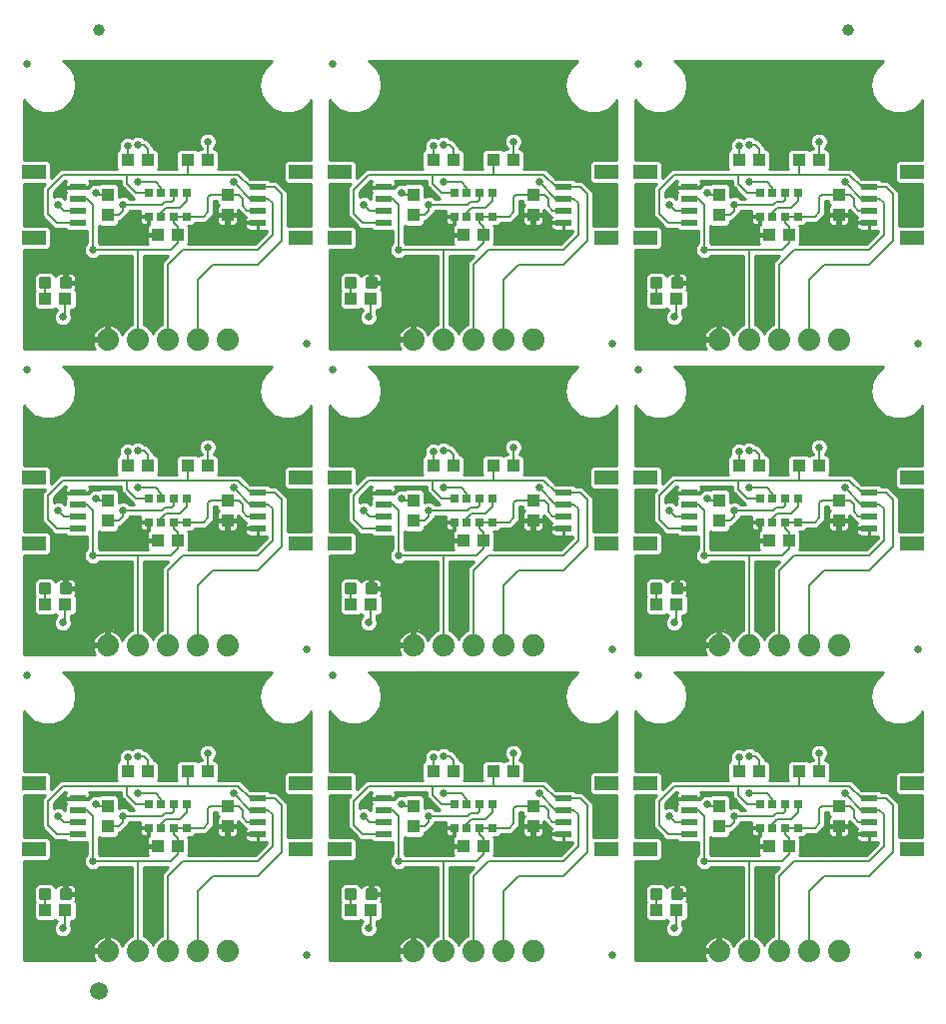
<source format=gtl>
G75*
%MOIN*%
%OFA0B0*%
%FSLAX25Y25*%
%IPPOS*%
%LPD*%
%AMOC8*
5,1,8,0,0,1.08239X$1,22.5*
%
%ADD10C,0.02500*%
%ADD11R,0.04331X0.03937*%
%ADD12R,0.07874X0.04724*%
%ADD13R,0.05315X0.02362*%
%ADD14C,0.07400*%
%ADD15R,0.03937X0.04331*%
%ADD16C,0.01181*%
%ADD17R,0.02854X0.02756*%
%ADD18C,0.03937*%
%ADD19C,0.05906*%
%ADD20C,0.00600*%
%ADD21C,0.02600*%
%ADD22C,0.01000*%
D10*
X0125250Y0032250D03*
X0133750Y0125750D03*
X0125250Y0134250D03*
X0031750Y0125750D03*
X0031750Y0227750D03*
X0125250Y0236250D03*
X0133750Y0227750D03*
X0227250Y0236250D03*
X0235750Y0227750D03*
X0329250Y0236250D03*
X0235750Y0329750D03*
X0133750Y0329750D03*
X0031750Y0329750D03*
X0227250Y0134250D03*
X0235750Y0125750D03*
X0329250Y0134250D03*
X0329250Y0032250D03*
X0227250Y0032250D03*
D11*
X0241904Y0047250D03*
X0248596Y0047250D03*
X0279404Y0068750D03*
X0286096Y0068750D03*
X0289404Y0093750D03*
X0296096Y0093750D03*
X0276096Y0093750D03*
X0269404Y0093750D03*
X0248596Y0149250D03*
X0241904Y0149250D03*
X0279404Y0170750D03*
X0286096Y0170750D03*
X0289404Y0195750D03*
X0296096Y0195750D03*
X0276096Y0195750D03*
X0269404Y0195750D03*
X0248596Y0251250D03*
X0241904Y0251250D03*
X0279404Y0272750D03*
X0286096Y0272750D03*
X0289404Y0297750D03*
X0296096Y0297750D03*
X0276096Y0297750D03*
X0269404Y0297750D03*
X0194096Y0297750D03*
X0187404Y0297750D03*
X0174096Y0297750D03*
X0167404Y0297750D03*
X0177404Y0272750D03*
X0184096Y0272750D03*
X0146596Y0251250D03*
X0139904Y0251250D03*
X0092096Y0297750D03*
X0085404Y0297750D03*
X0072096Y0297750D03*
X0065404Y0297750D03*
X0075404Y0272750D03*
X0082096Y0272750D03*
X0044596Y0251250D03*
X0037904Y0251250D03*
X0065404Y0195750D03*
X0072096Y0195750D03*
X0085404Y0195750D03*
X0092096Y0195750D03*
X0082096Y0170750D03*
X0075404Y0170750D03*
X0044596Y0149250D03*
X0037904Y0149250D03*
X0065404Y0093750D03*
X0072096Y0093750D03*
X0085404Y0093750D03*
X0092096Y0093750D03*
X0082096Y0068750D03*
X0075404Y0068750D03*
X0044596Y0047250D03*
X0037904Y0047250D03*
X0139904Y0047250D03*
X0146596Y0047250D03*
X0177404Y0068750D03*
X0184096Y0068750D03*
X0187404Y0093750D03*
X0194096Y0093750D03*
X0174096Y0093750D03*
X0167404Y0093750D03*
X0146596Y0149250D03*
X0139904Y0149250D03*
X0177404Y0170750D03*
X0184096Y0170750D03*
X0187404Y0195750D03*
X0194096Y0195750D03*
X0174096Y0195750D03*
X0167404Y0195750D03*
D12*
X0136281Y0191774D03*
X0123219Y0191774D03*
X0123219Y0169726D03*
X0136281Y0169726D03*
X0136281Y0089774D03*
X0123219Y0089774D03*
X0123219Y0067726D03*
X0136281Y0067726D03*
X0225219Y0067726D03*
X0238281Y0067726D03*
X0238281Y0089774D03*
X0225219Y0089774D03*
X0225219Y0169726D03*
X0238281Y0169726D03*
X0238281Y0191774D03*
X0225219Y0191774D03*
X0225219Y0271726D03*
X0238281Y0271726D03*
X0238281Y0293774D03*
X0225219Y0293774D03*
X0136281Y0293774D03*
X0123219Y0293774D03*
X0123219Y0271726D03*
X0136281Y0271726D03*
X0034281Y0271726D03*
X0034281Y0293774D03*
X0034281Y0191774D03*
X0034281Y0169726D03*
X0034281Y0089774D03*
X0034281Y0067726D03*
X0327219Y0067726D03*
X0327219Y0089774D03*
X0327219Y0169726D03*
X0327219Y0191774D03*
X0327219Y0271726D03*
X0327219Y0293774D03*
D13*
X0312750Y0288656D03*
X0312750Y0284719D03*
X0312750Y0280781D03*
X0312750Y0276844D03*
X0252750Y0276844D03*
X0252750Y0280781D03*
X0252750Y0284719D03*
X0252750Y0288656D03*
X0210750Y0288656D03*
X0210750Y0284719D03*
X0210750Y0280781D03*
X0210750Y0276844D03*
X0150750Y0276844D03*
X0150750Y0280781D03*
X0150750Y0284719D03*
X0150750Y0288656D03*
X0108750Y0288656D03*
X0108750Y0284719D03*
X0108750Y0280781D03*
X0108750Y0276844D03*
X0048750Y0276844D03*
X0048750Y0280781D03*
X0048750Y0284719D03*
X0048750Y0288656D03*
X0048750Y0186656D03*
X0048750Y0182719D03*
X0048750Y0178781D03*
X0048750Y0174844D03*
X0108750Y0174844D03*
X0108750Y0178781D03*
X0108750Y0182719D03*
X0108750Y0186656D03*
X0150750Y0186656D03*
X0150750Y0182719D03*
X0150750Y0178781D03*
X0150750Y0174844D03*
X0210750Y0174844D03*
X0210750Y0178781D03*
X0210750Y0182719D03*
X0210750Y0186656D03*
X0252750Y0186656D03*
X0252750Y0182719D03*
X0252750Y0178781D03*
X0252750Y0174844D03*
X0312750Y0174844D03*
X0312750Y0178781D03*
X0312750Y0182719D03*
X0312750Y0186656D03*
X0312750Y0084656D03*
X0312750Y0080719D03*
X0312750Y0076781D03*
X0312750Y0072844D03*
X0252750Y0072844D03*
X0252750Y0076781D03*
X0252750Y0080719D03*
X0252750Y0084656D03*
X0210750Y0084656D03*
X0210750Y0080719D03*
X0210750Y0076781D03*
X0210750Y0072844D03*
X0150750Y0072844D03*
X0150750Y0076781D03*
X0150750Y0080719D03*
X0150750Y0084656D03*
X0108750Y0084656D03*
X0108750Y0080719D03*
X0108750Y0076781D03*
X0108750Y0072844D03*
X0048750Y0072844D03*
X0048750Y0076781D03*
X0048750Y0080719D03*
X0048750Y0084656D03*
D14*
X0058750Y0135750D03*
X0068750Y0135750D03*
X0078750Y0135750D03*
X0088750Y0135750D03*
X0098750Y0135750D03*
X0160750Y0135750D03*
X0170750Y0135750D03*
X0180750Y0135750D03*
X0190750Y0135750D03*
X0200750Y0135750D03*
X0262750Y0135750D03*
X0272750Y0135750D03*
X0282750Y0135750D03*
X0292750Y0135750D03*
X0302750Y0135750D03*
X0302750Y0033750D03*
X0292750Y0033750D03*
X0282750Y0033750D03*
X0272750Y0033750D03*
X0262750Y0033750D03*
X0200750Y0033750D03*
X0190750Y0033750D03*
X0180750Y0033750D03*
X0170750Y0033750D03*
X0160750Y0033750D03*
X0098750Y0033750D03*
X0088750Y0033750D03*
X0078750Y0033750D03*
X0068750Y0033750D03*
X0058750Y0033750D03*
X0058750Y0237750D03*
X0068750Y0237750D03*
X0078750Y0237750D03*
X0088750Y0237750D03*
X0098750Y0237750D03*
X0160750Y0237750D03*
X0170750Y0237750D03*
X0180750Y0237750D03*
X0190750Y0237750D03*
X0200750Y0237750D03*
X0262750Y0237750D03*
X0272750Y0237750D03*
X0282750Y0237750D03*
X0292750Y0237750D03*
X0302750Y0237750D03*
D15*
X0302750Y0279404D03*
X0302750Y0286096D03*
X0262750Y0286096D03*
X0262750Y0279404D03*
X0200750Y0279404D03*
X0200750Y0286096D03*
X0160750Y0286096D03*
X0160750Y0279404D03*
X0098750Y0279404D03*
X0098750Y0286096D03*
X0058750Y0286096D03*
X0058750Y0279404D03*
X0058750Y0184096D03*
X0058750Y0177404D03*
X0098750Y0177404D03*
X0098750Y0184096D03*
X0160750Y0184096D03*
X0160750Y0177404D03*
X0200750Y0177404D03*
X0200750Y0184096D03*
X0262750Y0184096D03*
X0262750Y0177404D03*
X0302750Y0177404D03*
X0302750Y0184096D03*
X0302750Y0082096D03*
X0302750Y0075404D03*
X0262750Y0075404D03*
X0262750Y0082096D03*
X0200750Y0082096D03*
X0200750Y0075404D03*
X0160750Y0075404D03*
X0160750Y0082096D03*
X0098750Y0082096D03*
X0098750Y0075404D03*
X0058750Y0075404D03*
X0058750Y0082096D03*
D16*
X0043325Y0054128D02*
X0043325Y0051372D01*
X0043325Y0054128D02*
X0046081Y0054128D01*
X0046081Y0051372D01*
X0043325Y0051372D01*
X0043325Y0052552D02*
X0046081Y0052552D01*
X0046081Y0053732D02*
X0043325Y0053732D01*
X0036419Y0054128D02*
X0036419Y0051372D01*
X0036419Y0054128D02*
X0039175Y0054128D01*
X0039175Y0051372D01*
X0036419Y0051372D01*
X0036419Y0052552D02*
X0039175Y0052552D01*
X0039175Y0053732D02*
X0036419Y0053732D01*
X0138419Y0054128D02*
X0138419Y0051372D01*
X0138419Y0054128D02*
X0141175Y0054128D01*
X0141175Y0051372D01*
X0138419Y0051372D01*
X0138419Y0052552D02*
X0141175Y0052552D01*
X0141175Y0053732D02*
X0138419Y0053732D01*
X0145325Y0054128D02*
X0145325Y0051372D01*
X0145325Y0054128D02*
X0148081Y0054128D01*
X0148081Y0051372D01*
X0145325Y0051372D01*
X0145325Y0052552D02*
X0148081Y0052552D01*
X0148081Y0053732D02*
X0145325Y0053732D01*
X0240419Y0054128D02*
X0240419Y0051372D01*
X0240419Y0054128D02*
X0243175Y0054128D01*
X0243175Y0051372D01*
X0240419Y0051372D01*
X0240419Y0052552D02*
X0243175Y0052552D01*
X0243175Y0053732D02*
X0240419Y0053732D01*
X0247325Y0054128D02*
X0247325Y0051372D01*
X0247325Y0054128D02*
X0250081Y0054128D01*
X0250081Y0051372D01*
X0247325Y0051372D01*
X0247325Y0052552D02*
X0250081Y0052552D01*
X0250081Y0053732D02*
X0247325Y0053732D01*
X0247325Y0153372D02*
X0247325Y0156128D01*
X0250081Y0156128D01*
X0250081Y0153372D01*
X0247325Y0153372D01*
X0247325Y0154552D02*
X0250081Y0154552D01*
X0250081Y0155732D02*
X0247325Y0155732D01*
X0240419Y0156128D02*
X0240419Y0153372D01*
X0240419Y0156128D02*
X0243175Y0156128D01*
X0243175Y0153372D01*
X0240419Y0153372D01*
X0240419Y0154552D02*
X0243175Y0154552D01*
X0243175Y0155732D02*
X0240419Y0155732D01*
X0145325Y0156128D02*
X0145325Y0153372D01*
X0145325Y0156128D02*
X0148081Y0156128D01*
X0148081Y0153372D01*
X0145325Y0153372D01*
X0145325Y0154552D02*
X0148081Y0154552D01*
X0148081Y0155732D02*
X0145325Y0155732D01*
X0138419Y0156128D02*
X0138419Y0153372D01*
X0138419Y0156128D02*
X0141175Y0156128D01*
X0141175Y0153372D01*
X0138419Y0153372D01*
X0138419Y0154552D02*
X0141175Y0154552D01*
X0141175Y0155732D02*
X0138419Y0155732D01*
X0043325Y0156128D02*
X0043325Y0153372D01*
X0043325Y0156128D02*
X0046081Y0156128D01*
X0046081Y0153372D01*
X0043325Y0153372D01*
X0043325Y0154552D02*
X0046081Y0154552D01*
X0046081Y0155732D02*
X0043325Y0155732D01*
X0036419Y0156128D02*
X0036419Y0153372D01*
X0036419Y0156128D02*
X0039175Y0156128D01*
X0039175Y0153372D01*
X0036419Y0153372D01*
X0036419Y0154552D02*
X0039175Y0154552D01*
X0039175Y0155732D02*
X0036419Y0155732D01*
X0036419Y0255372D02*
X0036419Y0258128D01*
X0039175Y0258128D01*
X0039175Y0255372D01*
X0036419Y0255372D01*
X0036419Y0256552D02*
X0039175Y0256552D01*
X0039175Y0257732D02*
X0036419Y0257732D01*
X0043325Y0258128D02*
X0043325Y0255372D01*
X0043325Y0258128D02*
X0046081Y0258128D01*
X0046081Y0255372D01*
X0043325Y0255372D01*
X0043325Y0256552D02*
X0046081Y0256552D01*
X0046081Y0257732D02*
X0043325Y0257732D01*
X0138419Y0258128D02*
X0138419Y0255372D01*
X0138419Y0258128D02*
X0141175Y0258128D01*
X0141175Y0255372D01*
X0138419Y0255372D01*
X0138419Y0256552D02*
X0141175Y0256552D01*
X0141175Y0257732D02*
X0138419Y0257732D01*
X0145325Y0258128D02*
X0145325Y0255372D01*
X0145325Y0258128D02*
X0148081Y0258128D01*
X0148081Y0255372D01*
X0145325Y0255372D01*
X0145325Y0256552D02*
X0148081Y0256552D01*
X0148081Y0257732D02*
X0145325Y0257732D01*
X0240419Y0258128D02*
X0240419Y0255372D01*
X0240419Y0258128D02*
X0243175Y0258128D01*
X0243175Y0255372D01*
X0240419Y0255372D01*
X0240419Y0256552D02*
X0243175Y0256552D01*
X0243175Y0257732D02*
X0240419Y0257732D01*
X0247325Y0258128D02*
X0247325Y0255372D01*
X0247325Y0258128D02*
X0250081Y0258128D01*
X0250081Y0255372D01*
X0247325Y0255372D01*
X0247325Y0256552D02*
X0250081Y0256552D01*
X0250081Y0257732D02*
X0247325Y0257732D01*
D17*
X0276402Y0278813D03*
X0280634Y0278813D03*
X0284866Y0278813D03*
X0289098Y0278813D03*
X0289098Y0286687D03*
X0284866Y0286687D03*
X0280634Y0286687D03*
X0276402Y0286687D03*
X0187098Y0286687D03*
X0182866Y0286687D03*
X0178634Y0286687D03*
X0174402Y0286687D03*
X0174402Y0278813D03*
X0178634Y0278813D03*
X0182866Y0278813D03*
X0187098Y0278813D03*
X0187098Y0184687D03*
X0182866Y0184687D03*
X0178634Y0184687D03*
X0174402Y0184687D03*
X0174402Y0176813D03*
X0178634Y0176813D03*
X0182866Y0176813D03*
X0187098Y0176813D03*
X0276402Y0176813D03*
X0280634Y0176813D03*
X0284866Y0176813D03*
X0289098Y0176813D03*
X0289098Y0184687D03*
X0284866Y0184687D03*
X0280634Y0184687D03*
X0276402Y0184687D03*
X0276402Y0082687D03*
X0280634Y0082687D03*
X0284866Y0082687D03*
X0289098Y0082687D03*
X0289098Y0074813D03*
X0284866Y0074813D03*
X0280634Y0074813D03*
X0276402Y0074813D03*
X0187098Y0074813D03*
X0182866Y0074813D03*
X0178634Y0074813D03*
X0174402Y0074813D03*
X0174402Y0082687D03*
X0178634Y0082687D03*
X0182866Y0082687D03*
X0187098Y0082687D03*
X0085098Y0082687D03*
X0080866Y0082687D03*
X0076634Y0082687D03*
X0072402Y0082687D03*
X0072402Y0074813D03*
X0076634Y0074813D03*
X0080866Y0074813D03*
X0085098Y0074813D03*
X0085098Y0176813D03*
X0080866Y0176813D03*
X0076634Y0176813D03*
X0072402Y0176813D03*
X0072402Y0184687D03*
X0076634Y0184687D03*
X0080866Y0184687D03*
X0085098Y0184687D03*
X0085098Y0278813D03*
X0080866Y0278813D03*
X0076634Y0278813D03*
X0072402Y0278813D03*
X0072402Y0286687D03*
X0076634Y0286687D03*
X0080866Y0286687D03*
X0085098Y0286687D03*
D18*
X0055750Y0341000D03*
X0305750Y0341000D03*
D19*
X0055750Y0020500D03*
D20*
X0068750Y0033750D02*
X0068750Y0063750D01*
X0053750Y0063750D01*
X0053750Y0078750D01*
X0051781Y0080719D01*
X0048750Y0080719D01*
X0048750Y0084656D02*
X0052156Y0084656D01*
X0053750Y0086250D01*
X0061250Y0086250D01*
X0063750Y0083750D01*
X0065250Y0085750D02*
X0065250Y0088750D01*
X0043750Y0088750D01*
X0038750Y0083750D01*
X0038750Y0075750D01*
X0041656Y0072844D01*
X0048750Y0072844D01*
X0048750Y0076781D02*
X0044219Y0076781D01*
X0042250Y0078750D01*
X0054750Y0082750D02*
X0055404Y0082096D01*
X0058750Y0082096D01*
X0063750Y0078750D02*
X0076750Y0078750D01*
X0077750Y0079750D01*
X0080250Y0079750D01*
X0080866Y0080366D01*
X0080866Y0082687D01*
X0076634Y0082687D02*
X0076634Y0084366D01*
X0074750Y0086250D01*
X0068750Y0086250D01*
X0065250Y0085750D02*
X0068313Y0082687D01*
X0072402Y0082687D01*
X0078250Y0077750D02*
X0082750Y0077750D01*
X0085098Y0080098D01*
X0085098Y0082687D01*
X0092250Y0081250D02*
X0092250Y0076250D01*
X0090813Y0074813D01*
X0085098Y0074813D01*
X0080866Y0074813D01*
X0080866Y0072634D01*
X0082096Y0071404D01*
X0082096Y0068750D01*
X0082096Y0066096D01*
X0079750Y0063750D01*
X0068750Y0063750D01*
X0078750Y0058750D02*
X0083750Y0063750D01*
X0108750Y0063750D01*
X0113750Y0068750D01*
X0113750Y0079250D01*
X0112281Y0080719D01*
X0108750Y0080719D01*
X0106281Y0080719D01*
X0100750Y0086250D01*
X0102250Y0088750D02*
X0085250Y0088750D01*
X0085404Y0088904D01*
X0085404Y0093750D01*
X0085250Y0088750D02*
X0081750Y0088750D01*
X0081900Y0088600D01*
X0081750Y0088750D02*
X0065250Y0088750D01*
X0065404Y0093750D02*
X0065404Y0098404D01*
X0068750Y0098750D02*
X0070750Y0098750D01*
X0072096Y0097404D01*
X0072096Y0093750D01*
X0078250Y0077750D02*
X0076634Y0076134D01*
X0076634Y0074813D01*
X0063750Y0076750D02*
X0062404Y0075404D01*
X0058750Y0075404D01*
X0063750Y0076750D02*
X0063750Y0078750D01*
X0078750Y0058750D02*
X0078750Y0033750D01*
X0088750Y0033750D02*
X0088750Y0053750D01*
X0093750Y0058750D01*
X0108750Y0058750D01*
X0116750Y0066750D01*
X0116750Y0082250D01*
X0114344Y0084656D01*
X0108750Y0084656D01*
X0106344Y0084656D01*
X0102250Y0088750D01*
X0102404Y0082096D02*
X0098750Y0082096D01*
X0093096Y0082096D01*
X0092250Y0081250D01*
X0102404Y0082096D02*
X0103750Y0080750D01*
X0103750Y0078250D01*
X0105219Y0076781D01*
X0108750Y0076781D01*
X0092096Y0093750D02*
X0092096Y0099904D01*
X0088750Y0135750D02*
X0088750Y0155750D01*
X0093750Y0160750D01*
X0108750Y0160750D01*
X0116750Y0168750D01*
X0116750Y0184250D01*
X0114344Y0186656D01*
X0108750Y0186656D01*
X0106344Y0186656D01*
X0102250Y0190750D01*
X0085250Y0190750D01*
X0085404Y0190904D01*
X0085404Y0195750D01*
X0085250Y0190750D02*
X0081750Y0190750D01*
X0081900Y0190600D01*
X0081750Y0190750D02*
X0065250Y0190750D01*
X0065250Y0187750D01*
X0068313Y0184687D01*
X0072402Y0184687D01*
X0076634Y0184687D02*
X0076634Y0186366D01*
X0074750Y0188250D01*
X0068750Y0188250D01*
X0065250Y0190750D02*
X0043750Y0190750D01*
X0038750Y0185750D01*
X0038750Y0177750D01*
X0041656Y0174844D01*
X0048750Y0174844D01*
X0048750Y0178781D02*
X0044219Y0178781D01*
X0042250Y0180750D01*
X0048750Y0182719D02*
X0051781Y0182719D01*
X0053750Y0180750D01*
X0053750Y0165750D01*
X0068750Y0165750D01*
X0079750Y0165750D01*
X0082096Y0168096D01*
X0082096Y0170750D01*
X0082096Y0173404D01*
X0080866Y0174634D01*
X0080866Y0176813D01*
X0085098Y0176813D01*
X0090813Y0176813D01*
X0092250Y0178250D01*
X0092250Y0183250D01*
X0093096Y0184096D01*
X0098750Y0184096D01*
X0102404Y0184096D01*
X0103750Y0182750D01*
X0103750Y0180250D01*
X0105219Y0178781D01*
X0108750Y0178781D01*
X0108750Y0182719D02*
X0112281Y0182719D01*
X0113750Y0181250D01*
X0113750Y0170750D01*
X0108750Y0165750D01*
X0083750Y0165750D01*
X0078750Y0160750D01*
X0078750Y0135750D01*
X0068750Y0135750D02*
X0068750Y0165750D01*
X0062404Y0177404D02*
X0058750Y0177404D01*
X0062404Y0177404D02*
X0063750Y0178750D01*
X0063750Y0180750D01*
X0076750Y0180750D01*
X0077750Y0181750D01*
X0080250Y0181750D01*
X0080866Y0182366D01*
X0080866Y0184687D01*
X0085098Y0184687D02*
X0085098Y0182098D01*
X0082750Y0179750D01*
X0078250Y0179750D01*
X0076634Y0178134D01*
X0076634Y0176813D01*
X0063750Y0185750D02*
X0061250Y0188250D01*
X0053750Y0188250D01*
X0052156Y0186656D01*
X0048750Y0186656D01*
X0054750Y0184750D02*
X0055404Y0184096D01*
X0058750Y0184096D01*
X0065404Y0195750D02*
X0065404Y0200404D01*
X0068750Y0200750D02*
X0070750Y0200750D01*
X0072096Y0199404D01*
X0072096Y0195750D01*
X0092096Y0195750D02*
X0092096Y0201904D01*
X0100750Y0188250D02*
X0106281Y0182719D01*
X0108750Y0182719D01*
X0140750Y0185750D02*
X0140750Y0177750D01*
X0143656Y0174844D01*
X0150750Y0174844D01*
X0150750Y0178781D02*
X0146219Y0178781D01*
X0144250Y0180750D01*
X0140750Y0185750D02*
X0145750Y0190750D01*
X0167250Y0190750D01*
X0167250Y0187750D01*
X0170313Y0184687D01*
X0174402Y0184687D01*
X0178634Y0184687D02*
X0178634Y0186366D01*
X0176750Y0188250D01*
X0170750Y0188250D01*
X0167250Y0190750D02*
X0183750Y0190750D01*
X0183900Y0190600D01*
X0183750Y0190750D02*
X0187250Y0190750D01*
X0187404Y0190904D01*
X0187404Y0195750D01*
X0187250Y0190750D02*
X0204250Y0190750D01*
X0208344Y0186656D01*
X0210750Y0186656D01*
X0216344Y0186656D01*
X0218750Y0184250D01*
X0218750Y0168750D01*
X0210750Y0160750D01*
X0195750Y0160750D01*
X0190750Y0155750D01*
X0190750Y0135750D01*
X0180750Y0135750D02*
X0180750Y0160750D01*
X0185750Y0165750D01*
X0210750Y0165750D01*
X0215750Y0170750D01*
X0215750Y0181250D01*
X0214281Y0182719D01*
X0210750Y0182719D01*
X0208281Y0182719D01*
X0202750Y0188250D01*
X0204404Y0184096D02*
X0200750Y0184096D01*
X0195096Y0184096D01*
X0194250Y0183250D01*
X0194250Y0178250D01*
X0192813Y0176813D01*
X0187098Y0176813D01*
X0182866Y0176813D01*
X0182866Y0174634D01*
X0184096Y0173404D01*
X0184096Y0170750D01*
X0184096Y0168096D01*
X0181750Y0165750D01*
X0170750Y0165750D01*
X0155750Y0165750D01*
X0155750Y0180750D01*
X0153781Y0182719D01*
X0150750Y0182719D01*
X0150750Y0186656D02*
X0154156Y0186656D01*
X0155750Y0188250D01*
X0163250Y0188250D01*
X0165750Y0185750D01*
X0165750Y0180750D02*
X0178750Y0180750D01*
X0179750Y0181750D01*
X0182250Y0181750D01*
X0182866Y0182366D01*
X0182866Y0184687D01*
X0187098Y0184687D02*
X0187098Y0182098D01*
X0184750Y0179750D01*
X0180250Y0179750D01*
X0178634Y0178134D01*
X0178634Y0176813D01*
X0165750Y0178750D02*
X0165750Y0180750D01*
X0165750Y0178750D02*
X0164404Y0177404D01*
X0160750Y0177404D01*
X0160750Y0184096D02*
X0157404Y0184096D01*
X0156750Y0184750D01*
X0167404Y0195750D02*
X0167404Y0200404D01*
X0170750Y0200750D02*
X0172750Y0200750D01*
X0174096Y0199404D01*
X0174096Y0195750D01*
X0194096Y0195750D02*
X0194096Y0201904D01*
X0204404Y0184096D02*
X0205750Y0182750D01*
X0205750Y0180250D01*
X0207219Y0178781D01*
X0210750Y0178781D01*
X0241797Y0154750D02*
X0241797Y0149356D01*
X0241904Y0149250D01*
X0248596Y0149250D02*
X0248596Y0144096D01*
X0247750Y0143250D01*
X0272750Y0135750D02*
X0272750Y0165750D01*
X0257750Y0165750D01*
X0257750Y0180750D01*
X0255781Y0182719D01*
X0252750Y0182719D01*
X0252750Y0186656D02*
X0256156Y0186656D01*
X0257750Y0188250D01*
X0265250Y0188250D01*
X0267750Y0185750D01*
X0269250Y0187750D02*
X0269250Y0190750D01*
X0247750Y0190750D01*
X0242750Y0185750D01*
X0242750Y0177750D01*
X0245656Y0174844D01*
X0252750Y0174844D01*
X0252750Y0178781D02*
X0248219Y0178781D01*
X0246250Y0180750D01*
X0258750Y0184750D02*
X0259404Y0184096D01*
X0262750Y0184096D01*
X0267750Y0180750D02*
X0267750Y0178750D01*
X0266404Y0177404D01*
X0262750Y0177404D01*
X0267750Y0180750D02*
X0280750Y0180750D01*
X0281750Y0181750D01*
X0284250Y0181750D01*
X0284866Y0182366D01*
X0284866Y0184687D01*
X0280634Y0184687D02*
X0280634Y0186366D01*
X0278750Y0188250D01*
X0272750Y0188250D01*
X0269250Y0187750D02*
X0272313Y0184687D01*
X0276402Y0184687D01*
X0269250Y0190750D02*
X0285750Y0190750D01*
X0285900Y0190600D01*
X0285750Y0190750D02*
X0289250Y0190750D01*
X0289404Y0190904D01*
X0289404Y0195750D01*
X0289250Y0190750D02*
X0306250Y0190750D01*
X0310344Y0186656D01*
X0312750Y0186656D01*
X0318344Y0186656D01*
X0320750Y0184250D01*
X0320750Y0168750D01*
X0312750Y0160750D01*
X0297750Y0160750D01*
X0292750Y0155750D01*
X0292750Y0135750D01*
X0282750Y0135750D02*
X0282750Y0160750D01*
X0287750Y0165750D01*
X0312750Y0165750D01*
X0317750Y0170750D01*
X0317750Y0181250D01*
X0316281Y0182719D01*
X0312750Y0182719D01*
X0310281Y0182719D01*
X0304750Y0188250D01*
X0306404Y0184096D02*
X0302750Y0184096D01*
X0297096Y0184096D01*
X0296250Y0183250D01*
X0296250Y0178250D01*
X0294813Y0176813D01*
X0289098Y0176813D01*
X0284866Y0176813D01*
X0284866Y0174634D01*
X0286096Y0173404D01*
X0286096Y0170750D01*
X0286096Y0168096D01*
X0283750Y0165750D01*
X0272750Y0165750D01*
X0280634Y0176813D02*
X0280634Y0178134D01*
X0282250Y0179750D01*
X0286750Y0179750D01*
X0289098Y0182098D01*
X0289098Y0184687D01*
X0296096Y0195750D02*
X0296096Y0201904D01*
X0276096Y0199404D02*
X0276096Y0195750D01*
X0276096Y0199404D02*
X0274750Y0200750D01*
X0272750Y0200750D01*
X0269404Y0200404D02*
X0269404Y0195750D01*
X0306404Y0184096D02*
X0307750Y0182750D01*
X0307750Y0180250D01*
X0309219Y0178781D01*
X0312750Y0178781D01*
X0292750Y0237750D02*
X0292750Y0257750D01*
X0297750Y0262750D01*
X0312750Y0262750D01*
X0320750Y0270750D01*
X0320750Y0286250D01*
X0318344Y0288656D01*
X0312750Y0288656D01*
X0310344Y0288656D01*
X0306250Y0292750D01*
X0289250Y0292750D01*
X0289404Y0292904D01*
X0289404Y0297750D01*
X0289250Y0292750D02*
X0285750Y0292750D01*
X0285900Y0292600D01*
X0285750Y0292750D02*
X0269250Y0292750D01*
X0269250Y0289750D01*
X0272313Y0286687D01*
X0276402Y0286687D01*
X0280634Y0286687D02*
X0280634Y0288366D01*
X0278750Y0290250D01*
X0272750Y0290250D01*
X0269250Y0292750D02*
X0247750Y0292750D01*
X0242750Y0287750D01*
X0242750Y0279750D01*
X0245656Y0276844D01*
X0252750Y0276844D01*
X0252750Y0280781D02*
X0248219Y0280781D01*
X0246250Y0282750D01*
X0252750Y0284719D02*
X0255781Y0284719D01*
X0257750Y0282750D01*
X0257750Y0267750D01*
X0272750Y0267750D01*
X0283750Y0267750D01*
X0286096Y0270096D01*
X0286096Y0272750D01*
X0286096Y0275404D01*
X0284866Y0276634D01*
X0284866Y0278813D01*
X0289098Y0278813D01*
X0294813Y0278813D01*
X0296250Y0280250D01*
X0296250Y0285250D01*
X0297096Y0286096D01*
X0302750Y0286096D01*
X0306404Y0286096D01*
X0307750Y0284750D01*
X0307750Y0282250D01*
X0309219Y0280781D01*
X0312750Y0280781D01*
X0312750Y0284719D02*
X0310281Y0284719D01*
X0304750Y0290250D01*
X0312750Y0284719D02*
X0316281Y0284719D01*
X0317750Y0283250D01*
X0317750Y0272750D01*
X0312750Y0267750D01*
X0287750Y0267750D01*
X0282750Y0262750D01*
X0282750Y0237750D01*
X0272750Y0237750D02*
X0272750Y0267750D01*
X0266404Y0279404D02*
X0262750Y0279404D01*
X0266404Y0279404D02*
X0267750Y0280750D01*
X0267750Y0282750D01*
X0280750Y0282750D01*
X0281750Y0283750D01*
X0284250Y0283750D01*
X0284866Y0284366D01*
X0284866Y0286687D01*
X0289098Y0286687D02*
X0289098Y0284098D01*
X0286750Y0281750D01*
X0282250Y0281750D01*
X0280634Y0280134D01*
X0280634Y0278813D01*
X0267750Y0287750D02*
X0265250Y0290250D01*
X0257750Y0290250D01*
X0256156Y0288656D01*
X0252750Y0288656D01*
X0258750Y0286750D02*
X0259404Y0286096D01*
X0262750Y0286096D01*
X0269404Y0297750D02*
X0269404Y0302404D01*
X0272750Y0302750D02*
X0274750Y0302750D01*
X0276096Y0301404D01*
X0276096Y0297750D01*
X0296096Y0297750D02*
X0296096Y0303904D01*
X0248596Y0251250D02*
X0248596Y0246096D01*
X0247750Y0245250D01*
X0241904Y0251250D02*
X0241797Y0251356D01*
X0241797Y0256750D01*
X0218750Y0270750D02*
X0210750Y0262750D01*
X0195750Y0262750D01*
X0190750Y0257750D01*
X0190750Y0237750D01*
X0180750Y0237750D02*
X0180750Y0262750D01*
X0185750Y0267750D01*
X0210750Y0267750D01*
X0215750Y0272750D01*
X0215750Y0283250D01*
X0214281Y0284719D01*
X0210750Y0284719D01*
X0208281Y0284719D01*
X0202750Y0290250D01*
X0204250Y0292750D02*
X0187250Y0292750D01*
X0187404Y0292904D01*
X0187404Y0297750D01*
X0187250Y0292750D02*
X0183750Y0292750D01*
X0183900Y0292600D01*
X0183750Y0292750D02*
X0167250Y0292750D01*
X0167250Y0289750D01*
X0170313Y0286687D01*
X0174402Y0286687D01*
X0178634Y0286687D02*
X0178634Y0288366D01*
X0176750Y0290250D01*
X0170750Y0290250D01*
X0167250Y0292750D02*
X0145750Y0292750D01*
X0140750Y0287750D01*
X0140750Y0279750D01*
X0143656Y0276844D01*
X0150750Y0276844D01*
X0150750Y0280781D02*
X0146219Y0280781D01*
X0144250Y0282750D01*
X0150750Y0284719D02*
X0153781Y0284719D01*
X0155750Y0282750D01*
X0155750Y0267750D01*
X0170750Y0267750D01*
X0181750Y0267750D01*
X0184096Y0270096D01*
X0184096Y0272750D01*
X0184096Y0275404D01*
X0182866Y0276634D01*
X0182866Y0278813D01*
X0187098Y0278813D01*
X0192813Y0278813D01*
X0194250Y0280250D01*
X0194250Y0285250D01*
X0195096Y0286096D01*
X0200750Y0286096D01*
X0204404Y0286096D01*
X0205750Y0284750D01*
X0205750Y0282250D01*
X0207219Y0280781D01*
X0210750Y0280781D01*
X0210750Y0288656D02*
X0216344Y0288656D01*
X0218750Y0286250D01*
X0218750Y0270750D01*
X0210750Y0288656D02*
X0208344Y0288656D01*
X0204250Y0292750D01*
X0194096Y0297750D02*
X0194096Y0303904D01*
X0187098Y0286687D02*
X0187098Y0284098D01*
X0184750Y0281750D01*
X0180250Y0281750D01*
X0178634Y0280134D01*
X0178634Y0278813D01*
X0178750Y0282750D02*
X0179750Y0283750D01*
X0182250Y0283750D01*
X0182866Y0284366D01*
X0182866Y0286687D01*
X0178750Y0282750D02*
X0165750Y0282750D01*
X0165750Y0280750D01*
X0164404Y0279404D01*
X0160750Y0279404D01*
X0160750Y0286096D02*
X0157404Y0286096D01*
X0156750Y0286750D01*
X0154156Y0288656D02*
X0150750Y0288656D01*
X0154156Y0288656D02*
X0155750Y0290250D01*
X0163250Y0290250D01*
X0165750Y0287750D01*
X0167404Y0297750D02*
X0167404Y0302404D01*
X0170750Y0302750D02*
X0172750Y0302750D01*
X0174096Y0301404D01*
X0174096Y0297750D01*
X0170750Y0267750D02*
X0170750Y0237750D01*
X0146596Y0246096D02*
X0145750Y0245250D01*
X0146596Y0246096D02*
X0146596Y0251250D01*
X0139904Y0251250D02*
X0139797Y0251356D01*
X0139797Y0256750D01*
X0116750Y0270750D02*
X0108750Y0262750D01*
X0093750Y0262750D01*
X0088750Y0257750D01*
X0088750Y0237750D01*
X0078750Y0237750D02*
X0078750Y0262750D01*
X0083750Y0267750D01*
X0108750Y0267750D01*
X0113750Y0272750D01*
X0113750Y0283250D01*
X0112281Y0284719D01*
X0108750Y0284719D01*
X0106281Y0284719D01*
X0100750Y0290250D01*
X0102250Y0292750D02*
X0085250Y0292750D01*
X0085404Y0292904D01*
X0085404Y0297750D01*
X0085250Y0292750D02*
X0081750Y0292750D01*
X0081900Y0292600D01*
X0081750Y0292750D02*
X0065250Y0292750D01*
X0065250Y0289750D01*
X0068313Y0286687D01*
X0072402Y0286687D01*
X0076634Y0286687D02*
X0076634Y0288366D01*
X0074750Y0290250D01*
X0068750Y0290250D01*
X0065250Y0292750D02*
X0043750Y0292750D01*
X0038750Y0287750D01*
X0038750Y0279750D01*
X0041656Y0276844D01*
X0048750Y0276844D01*
X0048750Y0280781D02*
X0044219Y0280781D01*
X0042250Y0282750D01*
X0048750Y0284719D02*
X0051781Y0284719D01*
X0053750Y0282750D01*
X0053750Y0267750D01*
X0068750Y0267750D01*
X0079750Y0267750D01*
X0082096Y0270096D01*
X0082096Y0272750D01*
X0082096Y0275404D01*
X0080866Y0276634D01*
X0080866Y0278813D01*
X0085098Y0278813D01*
X0090813Y0278813D01*
X0092250Y0280250D01*
X0092250Y0285250D01*
X0093096Y0286096D01*
X0098750Y0286096D01*
X0102404Y0286096D01*
X0103750Y0284750D01*
X0103750Y0282250D01*
X0105219Y0280781D01*
X0108750Y0280781D01*
X0108750Y0288656D02*
X0114344Y0288656D01*
X0116750Y0286250D01*
X0116750Y0270750D01*
X0108750Y0288656D02*
X0106344Y0288656D01*
X0102250Y0292750D01*
X0092096Y0297750D02*
X0092096Y0303904D01*
X0085098Y0286687D02*
X0085098Y0284098D01*
X0082750Y0281750D01*
X0078250Y0281750D01*
X0076634Y0280134D01*
X0076634Y0278813D01*
X0076750Y0282750D02*
X0077750Y0283750D01*
X0080250Y0283750D01*
X0080866Y0284366D01*
X0080866Y0286687D01*
X0076750Y0282750D02*
X0063750Y0282750D01*
X0063750Y0280750D01*
X0062404Y0279404D01*
X0058750Y0279404D01*
X0058750Y0286096D02*
X0055404Y0286096D01*
X0054750Y0286750D01*
X0052156Y0288656D02*
X0053750Y0290250D01*
X0061250Y0290250D01*
X0063750Y0287750D01*
X0065404Y0297750D02*
X0065404Y0302404D01*
X0068750Y0302750D02*
X0070750Y0302750D01*
X0072096Y0301404D01*
X0072096Y0297750D01*
X0052156Y0288656D02*
X0048750Y0288656D01*
X0068750Y0267750D02*
X0068750Y0237750D01*
X0044596Y0246096D02*
X0043750Y0245250D01*
X0044596Y0246096D02*
X0044596Y0251250D01*
X0037904Y0251250D02*
X0037797Y0251356D01*
X0037797Y0256750D01*
X0037797Y0154750D02*
X0037797Y0149356D01*
X0037904Y0149250D01*
X0044596Y0149250D02*
X0044596Y0144096D01*
X0043750Y0143250D01*
X0037797Y0052750D02*
X0037797Y0047356D01*
X0037904Y0047250D01*
X0043750Y0041250D02*
X0044596Y0042096D01*
X0044596Y0047250D01*
X0139797Y0047356D02*
X0139904Y0047250D01*
X0139797Y0047356D02*
X0139797Y0052750D01*
X0146596Y0047250D02*
X0146596Y0042096D01*
X0145750Y0041250D01*
X0155750Y0063750D02*
X0170750Y0063750D01*
X0181750Y0063750D01*
X0184096Y0066096D01*
X0184096Y0068750D01*
X0184096Y0071404D01*
X0182866Y0072634D01*
X0182866Y0074813D01*
X0187098Y0074813D01*
X0192813Y0074813D01*
X0194250Y0076250D01*
X0194250Y0081250D01*
X0195096Y0082096D01*
X0200750Y0082096D01*
X0204404Y0082096D01*
X0205750Y0080750D01*
X0205750Y0078250D01*
X0207219Y0076781D01*
X0210750Y0076781D01*
X0210750Y0080719D02*
X0214281Y0080719D01*
X0215750Y0079250D01*
X0215750Y0068750D01*
X0210750Y0063750D01*
X0185750Y0063750D01*
X0180750Y0058750D01*
X0180750Y0033750D01*
X0190750Y0033750D02*
X0190750Y0053750D01*
X0195750Y0058750D01*
X0210750Y0058750D01*
X0218750Y0066750D01*
X0218750Y0082250D01*
X0216344Y0084656D01*
X0210750Y0084656D01*
X0208344Y0084656D01*
X0204250Y0088750D01*
X0187250Y0088750D01*
X0187404Y0088904D01*
X0187404Y0093750D01*
X0187250Y0088750D02*
X0183750Y0088750D01*
X0183900Y0088600D01*
X0183750Y0088750D02*
X0167250Y0088750D01*
X0167250Y0085750D01*
X0170313Y0082687D01*
X0174402Y0082687D01*
X0178634Y0082687D02*
X0178634Y0084366D01*
X0176750Y0086250D01*
X0170750Y0086250D01*
X0167250Y0088750D02*
X0145750Y0088750D01*
X0140750Y0083750D01*
X0140750Y0075750D01*
X0143656Y0072844D01*
X0150750Y0072844D01*
X0150750Y0076781D02*
X0146219Y0076781D01*
X0144250Y0078750D01*
X0150750Y0080719D02*
X0153781Y0080719D01*
X0155750Y0078750D01*
X0155750Y0063750D01*
X0160750Y0075404D02*
X0164404Y0075404D01*
X0165750Y0076750D01*
X0165750Y0078750D01*
X0178750Y0078750D01*
X0179750Y0079750D01*
X0182250Y0079750D01*
X0182866Y0080366D01*
X0182866Y0082687D01*
X0187098Y0082687D02*
X0187098Y0080098D01*
X0184750Y0077750D01*
X0180250Y0077750D01*
X0178634Y0076134D01*
X0178634Y0074813D01*
X0170750Y0063750D02*
X0170750Y0033750D01*
X0160750Y0082096D02*
X0157404Y0082096D01*
X0156750Y0082750D01*
X0154156Y0084656D02*
X0150750Y0084656D01*
X0154156Y0084656D02*
X0155750Y0086250D01*
X0163250Y0086250D01*
X0165750Y0083750D01*
X0167404Y0093750D02*
X0167404Y0098404D01*
X0170750Y0098750D02*
X0172750Y0098750D01*
X0174096Y0097404D01*
X0174096Y0093750D01*
X0194096Y0093750D02*
X0194096Y0099904D01*
X0202750Y0086250D02*
X0208281Y0080719D01*
X0210750Y0080719D01*
X0241797Y0052750D02*
X0241797Y0047356D01*
X0241904Y0047250D01*
X0248596Y0047250D02*
X0248596Y0042096D01*
X0247750Y0041250D01*
X0257750Y0063750D02*
X0272750Y0063750D01*
X0283750Y0063750D01*
X0286096Y0066096D01*
X0286096Y0068750D01*
X0286096Y0071404D01*
X0284866Y0072634D01*
X0284866Y0074813D01*
X0289098Y0074813D01*
X0294813Y0074813D01*
X0296250Y0076250D01*
X0296250Y0081250D01*
X0297096Y0082096D01*
X0302750Y0082096D01*
X0306404Y0082096D01*
X0307750Y0080750D01*
X0307750Y0078250D01*
X0309219Y0076781D01*
X0312750Y0076781D01*
X0312750Y0080719D02*
X0310281Y0080719D01*
X0304750Y0086250D01*
X0306250Y0088750D02*
X0289250Y0088750D01*
X0289404Y0088904D01*
X0289404Y0093750D01*
X0289250Y0088750D02*
X0285750Y0088750D01*
X0285900Y0088600D01*
X0285750Y0088750D02*
X0269250Y0088750D01*
X0269250Y0085750D01*
X0272313Y0082687D01*
X0276402Y0082687D01*
X0280634Y0082687D02*
X0280634Y0084366D01*
X0278750Y0086250D01*
X0272750Y0086250D01*
X0269250Y0088750D02*
X0247750Y0088750D01*
X0242750Y0083750D01*
X0242750Y0075750D01*
X0245656Y0072844D01*
X0252750Y0072844D01*
X0252750Y0076781D02*
X0248219Y0076781D01*
X0246250Y0078750D01*
X0252750Y0080719D02*
X0255781Y0080719D01*
X0257750Y0078750D01*
X0257750Y0063750D01*
X0262750Y0075404D02*
X0266404Y0075404D01*
X0267750Y0076750D01*
X0267750Y0078750D01*
X0280750Y0078750D01*
X0281750Y0079750D01*
X0284250Y0079750D01*
X0284866Y0080366D01*
X0284866Y0082687D01*
X0289098Y0082687D02*
X0289098Y0080098D01*
X0286750Y0077750D01*
X0282250Y0077750D01*
X0280634Y0076134D01*
X0280634Y0074813D01*
X0287750Y0063750D02*
X0312750Y0063750D01*
X0317750Y0068750D01*
X0317750Y0079250D01*
X0316281Y0080719D01*
X0312750Y0080719D01*
X0312750Y0084656D02*
X0310344Y0084656D01*
X0306250Y0088750D01*
X0312750Y0084656D02*
X0318344Y0084656D01*
X0320750Y0082250D01*
X0320750Y0066750D01*
X0312750Y0058750D01*
X0297750Y0058750D01*
X0292750Y0053750D01*
X0292750Y0033750D01*
X0282750Y0033750D02*
X0282750Y0058750D01*
X0287750Y0063750D01*
X0272750Y0063750D02*
X0272750Y0033750D01*
X0262750Y0082096D02*
X0259404Y0082096D01*
X0258750Y0082750D01*
X0256156Y0084656D02*
X0252750Y0084656D01*
X0256156Y0084656D02*
X0257750Y0086250D01*
X0265250Y0086250D01*
X0267750Y0083750D01*
X0269404Y0093750D02*
X0269404Y0098404D01*
X0272750Y0098750D02*
X0274750Y0098750D01*
X0276096Y0097404D01*
X0276096Y0093750D01*
X0296096Y0093750D02*
X0296096Y0099904D01*
X0170750Y0135750D02*
X0170750Y0165750D01*
X0146596Y0149250D02*
X0146596Y0144096D01*
X0145750Y0143250D01*
X0139904Y0149250D02*
X0139797Y0149356D01*
X0139797Y0154750D01*
D21*
X0145750Y0143250D03*
X0155750Y0165750D03*
X0170750Y0170750D03*
X0165750Y0180750D03*
X0165750Y0185750D03*
X0170750Y0188250D03*
X0156750Y0184750D03*
X0144250Y0180750D03*
X0167404Y0200404D03*
X0170750Y0200750D03*
X0194096Y0201904D03*
X0205750Y0195750D03*
X0202750Y0188250D03*
X0200750Y0170750D03*
X0175750Y0145750D03*
X0170750Y0098750D03*
X0167404Y0098404D03*
X0170750Y0086250D03*
X0165750Y0083750D03*
X0165750Y0078750D03*
X0156750Y0082750D03*
X0144250Y0078750D03*
X0155750Y0063750D03*
X0170750Y0068750D03*
X0175750Y0043750D03*
X0145750Y0041250D03*
X0098750Y0068750D03*
X0100750Y0086250D03*
X0103750Y0093750D03*
X0092096Y0099904D03*
X0068750Y0098750D03*
X0065404Y0098404D03*
X0068750Y0086250D03*
X0063750Y0083750D03*
X0063750Y0078750D03*
X0054750Y0082750D03*
X0042250Y0078750D03*
X0053750Y0063750D03*
X0068750Y0068750D03*
X0073750Y0043750D03*
X0043750Y0041250D03*
X0043750Y0143250D03*
X0053750Y0165750D03*
X0068750Y0170750D03*
X0063750Y0180750D03*
X0063750Y0185750D03*
X0068750Y0188250D03*
X0054750Y0184750D03*
X0042250Y0180750D03*
X0065404Y0200404D03*
X0068750Y0200750D03*
X0092096Y0201904D03*
X0103750Y0195750D03*
X0100750Y0188250D03*
X0098750Y0170750D03*
X0073750Y0145750D03*
X0073750Y0247750D03*
X0053750Y0267750D03*
X0068750Y0272750D03*
X0063750Y0282750D03*
X0063750Y0287750D03*
X0068750Y0290250D03*
X0068750Y0302750D03*
X0065404Y0302404D03*
X0054750Y0286750D03*
X0042250Y0282750D03*
X0043750Y0245250D03*
X0098750Y0272750D03*
X0100750Y0290250D03*
X0103750Y0297750D03*
X0092096Y0303904D03*
X0144250Y0282750D03*
X0156750Y0286750D03*
X0165750Y0287750D03*
X0165750Y0282750D03*
X0170750Y0290250D03*
X0170750Y0302750D03*
X0167404Y0302404D03*
X0194096Y0303904D03*
X0205750Y0297750D03*
X0202750Y0290250D03*
X0200750Y0272750D03*
X0170750Y0272750D03*
X0155750Y0267750D03*
X0145750Y0245250D03*
X0175750Y0247750D03*
X0246250Y0282750D03*
X0258750Y0286750D03*
X0267750Y0287750D03*
X0267750Y0282750D03*
X0272750Y0290250D03*
X0272750Y0302750D03*
X0269404Y0302404D03*
X0296096Y0303904D03*
X0307750Y0297750D03*
X0304750Y0290250D03*
X0302750Y0272750D03*
X0272750Y0272750D03*
X0257750Y0267750D03*
X0247750Y0245250D03*
X0277750Y0247750D03*
X0272750Y0200750D03*
X0269404Y0200404D03*
X0272750Y0188250D03*
X0267750Y0185750D03*
X0267750Y0180750D03*
X0258750Y0184750D03*
X0246250Y0180750D03*
X0257750Y0165750D03*
X0272750Y0170750D03*
X0277750Y0145750D03*
X0302750Y0170750D03*
X0304750Y0188250D03*
X0307750Y0195750D03*
X0296096Y0201904D03*
X0247750Y0143250D03*
X0269404Y0098404D03*
X0272750Y0098750D03*
X0272750Y0086250D03*
X0267750Y0083750D03*
X0267750Y0078750D03*
X0258750Y0082750D03*
X0246250Y0078750D03*
X0257750Y0063750D03*
X0272750Y0068750D03*
X0277750Y0043750D03*
X0247750Y0041250D03*
X0200750Y0068750D03*
X0202750Y0086250D03*
X0205750Y0093750D03*
X0194096Y0099904D03*
X0296096Y0099904D03*
X0307750Y0093750D03*
X0304750Y0086250D03*
X0302750Y0068750D03*
D22*
X0030850Y0063664D02*
X0030850Y0030850D01*
X0054429Y0030850D01*
X0054303Y0031025D01*
X0053931Y0031754D01*
X0053678Y0032532D01*
X0053564Y0033250D01*
X0058250Y0033250D01*
X0058250Y0034250D01*
X0058250Y0038936D01*
X0057532Y0038822D01*
X0056754Y0038569D01*
X0056025Y0038197D01*
X0055362Y0037716D01*
X0054784Y0037138D01*
X0054303Y0036475D01*
X0053931Y0035746D01*
X0053678Y0034968D01*
X0053564Y0034250D01*
X0058250Y0034250D01*
X0059250Y0034250D01*
X0059250Y0038936D01*
X0059968Y0038822D01*
X0060746Y0038569D01*
X0061475Y0038197D01*
X0062138Y0037716D01*
X0062716Y0037138D01*
X0063197Y0036475D01*
X0063569Y0035746D01*
X0063641Y0035526D01*
X0064172Y0036809D01*
X0065691Y0038328D01*
X0066750Y0038766D01*
X0066750Y0061750D01*
X0055993Y0061750D01*
X0055449Y0061207D01*
X0054347Y0060750D01*
X0053153Y0060750D01*
X0052051Y0061207D01*
X0051207Y0062051D01*
X0050750Y0063153D01*
X0050750Y0064347D01*
X0051207Y0065449D01*
X0051750Y0065993D01*
X0051750Y0069963D01*
X0045388Y0069963D01*
X0044507Y0070844D01*
X0040827Y0070844D01*
X0036750Y0074922D01*
X0036750Y0084578D01*
X0037883Y0085711D01*
X0030850Y0085711D01*
X0030850Y0071789D01*
X0038923Y0071789D01*
X0039918Y0070793D01*
X0039918Y0064660D01*
X0038923Y0063664D01*
X0030850Y0063664D01*
X0030850Y0062699D02*
X0050938Y0062699D01*
X0050750Y0063698D02*
X0038956Y0063698D01*
X0039918Y0064696D02*
X0050895Y0064696D01*
X0051452Y0065695D02*
X0039918Y0065695D01*
X0039918Y0066693D02*
X0051750Y0066693D01*
X0051750Y0067692D02*
X0039918Y0067692D01*
X0039918Y0068690D02*
X0051750Y0068690D01*
X0051750Y0069689D02*
X0039918Y0069689D01*
X0039918Y0070687D02*
X0044664Y0070687D01*
X0039986Y0071686D02*
X0039025Y0071686D01*
X0038987Y0072684D02*
X0030850Y0072684D01*
X0030850Y0073683D02*
X0037989Y0073683D01*
X0036990Y0074682D02*
X0030850Y0074682D01*
X0030850Y0075680D02*
X0036750Y0075680D01*
X0036750Y0076679D02*
X0030850Y0076679D01*
X0030850Y0077677D02*
X0036750Y0077677D01*
X0036750Y0078676D02*
X0030850Y0078676D01*
X0030850Y0079674D02*
X0036750Y0079674D01*
X0036750Y0080673D02*
X0030850Y0080673D01*
X0030850Y0081671D02*
X0036750Y0081671D01*
X0036750Y0082670D02*
X0030850Y0082670D01*
X0030850Y0083668D02*
X0036750Y0083668D01*
X0036838Y0084667D02*
X0030850Y0084667D01*
X0030850Y0085665D02*
X0037837Y0085665D01*
X0039918Y0087747D02*
X0042922Y0090750D01*
X0061866Y0090750D01*
X0061538Y0091077D01*
X0061538Y0096423D01*
X0062534Y0097418D01*
X0062564Y0097418D01*
X0062404Y0097807D01*
X0062404Y0099000D01*
X0062860Y0100103D01*
X0063704Y0100947D01*
X0064807Y0101404D01*
X0066000Y0101404D01*
X0066821Y0101064D01*
X0067051Y0101293D01*
X0068153Y0101750D01*
X0069347Y0101750D01*
X0070449Y0101293D01*
X0070993Y0100750D01*
X0071578Y0100750D01*
X0072750Y0099578D01*
X0072925Y0099404D01*
X0074096Y0098232D01*
X0074096Y0097418D01*
X0074966Y0097418D01*
X0075962Y0096423D01*
X0075962Y0091077D01*
X0075634Y0090750D01*
X0081866Y0090750D01*
X0081538Y0091077D01*
X0081538Y0096423D01*
X0082534Y0097418D01*
X0088273Y0097418D01*
X0088750Y0096942D01*
X0089227Y0097418D01*
X0090096Y0097418D01*
X0090096Y0097661D01*
X0089553Y0098204D01*
X0089096Y0099307D01*
X0089096Y0100500D01*
X0089553Y0101603D01*
X0090397Y0102447D01*
X0091500Y0102904D01*
X0092693Y0102904D01*
X0093796Y0102447D01*
X0094640Y0101603D01*
X0095096Y0100500D01*
X0095096Y0099307D01*
X0094640Y0098204D01*
X0094096Y0097661D01*
X0094096Y0097418D01*
X0094966Y0097418D01*
X0095962Y0096423D01*
X0095962Y0091077D01*
X0095634Y0090750D01*
X0103078Y0090750D01*
X0104250Y0089578D01*
X0106292Y0087537D01*
X0112112Y0087537D01*
X0112993Y0086655D01*
X0115173Y0086655D01*
X0117578Y0084250D01*
X0118750Y0083078D01*
X0118750Y0071789D01*
X0126650Y0071789D01*
X0126650Y0085711D01*
X0118577Y0085711D01*
X0117581Y0086707D01*
X0117581Y0092840D01*
X0118577Y0093836D01*
X0126650Y0093836D01*
X0126650Y0113633D01*
X0126062Y0112615D01*
X0126062Y0112615D01*
X0126062Y0112615D01*
X0123523Y0110484D01*
X0123522Y0110484D01*
X0120407Y0109350D01*
X0117093Y0109350D01*
X0113977Y0110484D01*
X0113977Y0110484D01*
X0111438Y0112615D01*
X0111438Y0112615D01*
X0109781Y0115485D01*
X0109781Y0115485D01*
X0109205Y0118750D01*
X0109205Y0118750D01*
X0109781Y0122015D01*
X0109781Y0122015D01*
X0111438Y0124885D01*
X0111438Y0124885D01*
X0111438Y0124885D01*
X0113541Y0126650D01*
X0043959Y0126650D01*
X0046062Y0124885D01*
X0046062Y0124885D01*
X0047719Y0122015D01*
X0047719Y0122015D01*
X0048295Y0118750D01*
X0048295Y0118750D01*
X0047719Y0115485D01*
X0047719Y0115485D01*
X0046062Y0112615D01*
X0046062Y0112615D01*
X0046062Y0112615D01*
X0043523Y0110484D01*
X0043522Y0110484D01*
X0040407Y0109350D01*
X0037093Y0109350D01*
X0033977Y0110484D01*
X0031438Y0112615D01*
X0031438Y0112615D01*
X0030850Y0113633D01*
X0030850Y0093836D01*
X0038923Y0093836D01*
X0039918Y0092840D01*
X0039918Y0087747D01*
X0039918Y0088661D02*
X0040832Y0088661D01*
X0039918Y0089659D02*
X0041831Y0089659D01*
X0042829Y0090658D02*
X0039918Y0090658D01*
X0039918Y0091656D02*
X0061538Y0091656D01*
X0061538Y0092655D02*
X0039918Y0092655D01*
X0039105Y0093653D02*
X0061538Y0093653D01*
X0061538Y0094652D02*
X0030850Y0094652D01*
X0030850Y0095650D02*
X0061538Y0095650D01*
X0061764Y0096649D02*
X0030850Y0096649D01*
X0030850Y0097647D02*
X0062470Y0097647D01*
X0062404Y0098646D02*
X0030850Y0098646D01*
X0030850Y0099644D02*
X0062670Y0099644D01*
X0063400Y0100643D02*
X0030850Y0100643D01*
X0030850Y0101641D02*
X0067891Y0101641D01*
X0069609Y0101641D02*
X0089592Y0101641D01*
X0089155Y0100643D02*
X0071686Y0100643D01*
X0072684Y0099644D02*
X0089096Y0099644D01*
X0089370Y0098646D02*
X0073683Y0098646D01*
X0074096Y0097647D02*
X0090096Y0097647D01*
X0094096Y0097647D02*
X0126650Y0097647D01*
X0126650Y0096649D02*
X0095736Y0096649D01*
X0095962Y0095650D02*
X0126650Y0095650D01*
X0126650Y0094652D02*
X0095962Y0094652D01*
X0095962Y0093653D02*
X0118395Y0093653D01*
X0117581Y0092655D02*
X0095962Y0092655D01*
X0095962Y0091656D02*
X0117581Y0091656D01*
X0117581Y0090658D02*
X0103171Y0090658D01*
X0104169Y0089659D02*
X0117581Y0089659D01*
X0117581Y0088661D02*
X0105168Y0088661D01*
X0106166Y0087662D02*
X0117581Y0087662D01*
X0117625Y0086664D02*
X0112985Y0086664D01*
X0116163Y0085665D02*
X0126650Y0085665D01*
X0126650Y0084667D02*
X0117162Y0084667D01*
X0118160Y0083668D02*
X0126650Y0083668D01*
X0126650Y0082670D02*
X0118750Y0082670D01*
X0118750Y0081671D02*
X0126650Y0081671D01*
X0126650Y0080673D02*
X0118750Y0080673D01*
X0118750Y0079674D02*
X0126650Y0079674D01*
X0126650Y0078676D02*
X0118750Y0078676D01*
X0118750Y0077677D02*
X0126650Y0077677D01*
X0126650Y0076679D02*
X0118750Y0076679D01*
X0118750Y0075680D02*
X0126650Y0075680D01*
X0126650Y0074682D02*
X0118750Y0074682D01*
X0118750Y0073683D02*
X0126650Y0073683D01*
X0126650Y0072684D02*
X0118750Y0072684D01*
X0111750Y0070202D02*
X0111750Y0069578D01*
X0107922Y0065750D01*
X0085634Y0065750D01*
X0085962Y0066077D01*
X0085962Y0071423D01*
X0085649Y0071735D01*
X0087230Y0071735D01*
X0088226Y0072731D01*
X0088226Y0072813D01*
X0091641Y0072813D01*
X0093078Y0074250D01*
X0094250Y0075422D01*
X0094250Y0080096D01*
X0095081Y0080096D01*
X0095081Y0079227D01*
X0095700Y0078609D01*
X0095581Y0078490D01*
X0095384Y0078148D01*
X0095281Y0077766D01*
X0095281Y0075888D01*
X0098266Y0075888D01*
X0098266Y0074919D01*
X0099234Y0074919D01*
X0099234Y0071738D01*
X0100916Y0071738D01*
X0101297Y0071840D01*
X0101640Y0072038D01*
X0101919Y0072317D01*
X0102116Y0072659D01*
X0102218Y0073041D01*
X0102218Y0074919D01*
X0099234Y0074919D01*
X0099234Y0075888D01*
X0102218Y0075888D01*
X0102218Y0076953D01*
X0103219Y0075953D01*
X0104390Y0074781D01*
X0104507Y0074781D01*
X0104693Y0074596D01*
X0104593Y0074223D01*
X0104593Y0072935D01*
X0108659Y0072935D01*
X0108659Y0072754D01*
X0104593Y0072754D01*
X0104593Y0071466D01*
X0104695Y0071084D01*
X0104892Y0070742D01*
X0105171Y0070463D01*
X0105514Y0070266D01*
X0105895Y0070163D01*
X0108659Y0070163D01*
X0108659Y0072754D01*
X0108841Y0072754D01*
X0108841Y0070163D01*
X0111605Y0070163D01*
X0111750Y0070202D01*
X0111750Y0069689D02*
X0085962Y0069689D01*
X0085962Y0070687D02*
X0104947Y0070687D01*
X0104593Y0071686D02*
X0085698Y0071686D01*
X0088179Y0072684D02*
X0095377Y0072684D01*
X0095384Y0072659D02*
X0095581Y0072317D01*
X0095860Y0072038D01*
X0096203Y0071840D01*
X0096584Y0071738D01*
X0098266Y0071738D01*
X0098266Y0074919D01*
X0095281Y0074919D01*
X0095281Y0073041D01*
X0095384Y0072659D01*
X0095281Y0073683D02*
X0092511Y0073683D01*
X0093510Y0074682D02*
X0095281Y0074682D01*
X0094250Y0075680D02*
X0098266Y0075680D01*
X0099234Y0075680D02*
X0103492Y0075680D01*
X0102493Y0076679D02*
X0102218Y0076679D01*
X0102218Y0074682D02*
X0104607Y0074682D01*
X0104593Y0073683D02*
X0102218Y0073683D01*
X0102123Y0072684D02*
X0104593Y0072684D01*
X0108659Y0072684D02*
X0108841Y0072684D01*
X0108841Y0071686D02*
X0108659Y0071686D01*
X0108659Y0070687D02*
X0108841Y0070687D01*
X0110862Y0068690D02*
X0085962Y0068690D01*
X0085962Y0067692D02*
X0109864Y0067692D01*
X0108865Y0066693D02*
X0085962Y0066693D01*
X0078922Y0061750D02*
X0076750Y0059578D01*
X0076750Y0057922D01*
X0076750Y0038766D01*
X0075691Y0038328D01*
X0074172Y0036809D01*
X0073750Y0035790D01*
X0073328Y0036809D01*
X0071809Y0038328D01*
X0070750Y0038766D01*
X0070750Y0061750D01*
X0078922Y0061750D01*
X0078872Y0061701D02*
X0070750Y0061701D01*
X0070750Y0060702D02*
X0077874Y0060702D01*
X0076875Y0059704D02*
X0070750Y0059704D01*
X0070750Y0058705D02*
X0076750Y0058705D01*
X0076750Y0057707D02*
X0070750Y0057707D01*
X0070750Y0056708D02*
X0076750Y0056708D01*
X0076750Y0055710D02*
X0070750Y0055710D01*
X0070750Y0054711D02*
X0076750Y0054711D01*
X0076750Y0053713D02*
X0070750Y0053713D01*
X0070750Y0052714D02*
X0076750Y0052714D01*
X0076750Y0051716D02*
X0070750Y0051716D01*
X0070750Y0050717D02*
X0076750Y0050717D01*
X0076750Y0049719D02*
X0070750Y0049719D01*
X0070750Y0048720D02*
X0076750Y0048720D01*
X0076750Y0047722D02*
X0070750Y0047722D01*
X0070750Y0046723D02*
X0076750Y0046723D01*
X0076750Y0045725D02*
X0070750Y0045725D01*
X0070750Y0044726D02*
X0076750Y0044726D01*
X0076750Y0043728D02*
X0070750Y0043728D01*
X0070750Y0042729D02*
X0076750Y0042729D01*
X0076750Y0041731D02*
X0070750Y0041731D01*
X0070750Y0040732D02*
X0076750Y0040732D01*
X0076750Y0039734D02*
X0070750Y0039734D01*
X0070826Y0038735D02*
X0076674Y0038735D01*
X0075100Y0037737D02*
X0072400Y0037737D01*
X0073357Y0036738D02*
X0074143Y0036738D01*
X0066674Y0038735D02*
X0060235Y0038735D01*
X0059250Y0038735D02*
X0058250Y0038735D01*
X0057265Y0038735D02*
X0045478Y0038735D01*
X0045449Y0038707D02*
X0046293Y0039551D01*
X0046750Y0040653D01*
X0046750Y0041847D01*
X0046596Y0042217D01*
X0046596Y0043581D01*
X0047466Y0043581D01*
X0048462Y0044577D01*
X0048462Y0049923D01*
X0047952Y0050432D01*
X0048029Y0050565D01*
X0048171Y0051097D01*
X0048171Y0052266D01*
X0045187Y0052266D01*
X0045187Y0053234D01*
X0048171Y0053234D01*
X0048171Y0054403D01*
X0048029Y0054935D01*
X0047754Y0055412D01*
X0047364Y0055801D01*
X0046888Y0056076D01*
X0046356Y0056218D01*
X0045187Y0056218D01*
X0045187Y0053234D01*
X0044218Y0053234D01*
X0044218Y0056218D01*
X0043050Y0056218D01*
X0042518Y0056076D01*
X0042041Y0055801D01*
X0041652Y0055412D01*
X0041461Y0055081D01*
X0040124Y0056418D01*
X0035471Y0056418D01*
X0034129Y0055077D01*
X0034129Y0050423D01*
X0034334Y0050218D01*
X0034038Y0049923D01*
X0034038Y0044577D01*
X0035034Y0043581D01*
X0040773Y0043581D01*
X0041250Y0044058D01*
X0041727Y0043581D01*
X0041839Y0043581D01*
X0041207Y0042949D01*
X0040750Y0041847D01*
X0040750Y0040653D01*
X0041207Y0039551D01*
X0042051Y0038707D01*
X0043153Y0038250D01*
X0044347Y0038250D01*
X0045449Y0038707D01*
X0046369Y0039734D02*
X0066750Y0039734D01*
X0066750Y0040732D02*
X0046750Y0040732D01*
X0046750Y0041731D02*
X0066750Y0041731D01*
X0066750Y0042729D02*
X0046596Y0042729D01*
X0047612Y0043728D02*
X0066750Y0043728D01*
X0066750Y0044726D02*
X0048462Y0044726D01*
X0048462Y0045725D02*
X0066750Y0045725D01*
X0066750Y0046723D02*
X0048462Y0046723D01*
X0048462Y0047722D02*
X0066750Y0047722D01*
X0066750Y0048720D02*
X0048462Y0048720D01*
X0048462Y0049719D02*
X0066750Y0049719D01*
X0066750Y0050717D02*
X0048070Y0050717D01*
X0048171Y0051716D02*
X0066750Y0051716D01*
X0066750Y0052714D02*
X0045187Y0052714D01*
X0045187Y0053713D02*
X0044218Y0053713D01*
X0044218Y0054711D02*
X0045187Y0054711D01*
X0045187Y0055710D02*
X0044218Y0055710D01*
X0041950Y0055710D02*
X0040833Y0055710D01*
X0047455Y0055710D02*
X0066750Y0055710D01*
X0066750Y0056708D02*
X0030850Y0056708D01*
X0030850Y0055710D02*
X0034762Y0055710D01*
X0034129Y0054711D02*
X0030850Y0054711D01*
X0030850Y0053713D02*
X0034129Y0053713D01*
X0034129Y0052714D02*
X0030850Y0052714D01*
X0030850Y0051716D02*
X0034129Y0051716D01*
X0034129Y0050717D02*
X0030850Y0050717D01*
X0030850Y0049719D02*
X0034038Y0049719D01*
X0034038Y0048720D02*
X0030850Y0048720D01*
X0030850Y0047722D02*
X0034038Y0047722D01*
X0034038Y0046723D02*
X0030850Y0046723D01*
X0030850Y0045725D02*
X0034038Y0045725D01*
X0034038Y0044726D02*
X0030850Y0044726D01*
X0030850Y0043728D02*
X0034888Y0043728D01*
X0030850Y0042729D02*
X0041116Y0042729D01*
X0040919Y0043728D02*
X0041581Y0043728D01*
X0040750Y0041731D02*
X0030850Y0041731D01*
X0030850Y0040732D02*
X0040750Y0040732D01*
X0041131Y0039734D02*
X0030850Y0039734D01*
X0030850Y0038735D02*
X0042022Y0038735D01*
X0030850Y0037737D02*
X0055390Y0037737D01*
X0054493Y0036738D02*
X0030850Y0036738D01*
X0030850Y0035740D02*
X0053929Y0035740D01*
X0053642Y0034741D02*
X0030850Y0034741D01*
X0030850Y0033743D02*
X0058250Y0033743D01*
X0058250Y0034741D02*
X0059250Y0034741D01*
X0059250Y0035740D02*
X0058250Y0035740D01*
X0058250Y0036738D02*
X0059250Y0036738D01*
X0059250Y0037737D02*
X0058250Y0037737D01*
X0062110Y0037737D02*
X0065100Y0037737D01*
X0064143Y0036738D02*
X0063007Y0036738D01*
X0063571Y0035740D02*
X0063729Y0035740D01*
X0053645Y0032744D02*
X0030850Y0032744D01*
X0030850Y0031746D02*
X0053935Y0031746D01*
X0048171Y0053713D02*
X0066750Y0053713D01*
X0066750Y0054711D02*
X0048089Y0054711D01*
X0051556Y0061701D02*
X0030850Y0061701D01*
X0030850Y0060702D02*
X0066750Y0060702D01*
X0066750Y0059704D02*
X0030850Y0059704D01*
X0030850Y0058705D02*
X0066750Y0058705D01*
X0066750Y0057707D02*
X0030850Y0057707D01*
X0055944Y0061701D02*
X0066750Y0061701D01*
X0072038Y0065860D02*
X0072148Y0065750D01*
X0055993Y0065750D01*
X0055750Y0065993D01*
X0055750Y0071866D01*
X0056077Y0071538D01*
X0061423Y0071538D01*
X0062418Y0072534D01*
X0062418Y0073404D01*
X0063232Y0073404D01*
X0064578Y0074750D01*
X0064578Y0074750D01*
X0065750Y0075922D01*
X0065750Y0076507D01*
X0065993Y0076750D01*
X0069571Y0076750D01*
X0069474Y0076388D01*
X0069474Y0075002D01*
X0072213Y0075002D01*
X0072213Y0074624D01*
X0072591Y0074624D01*
X0072591Y0072077D01*
X0072317Y0071919D01*
X0072038Y0071640D01*
X0071840Y0071297D01*
X0071738Y0070916D01*
X0071738Y0069234D01*
X0074919Y0069234D01*
X0074919Y0068266D01*
X0071738Y0068266D01*
X0071738Y0066584D01*
X0071840Y0066203D01*
X0072038Y0065860D01*
X0071738Y0066693D02*
X0055750Y0066693D01*
X0055750Y0067692D02*
X0071738Y0067692D01*
X0071738Y0069689D02*
X0055750Y0069689D01*
X0055750Y0070687D02*
X0071738Y0070687D01*
X0072084Y0071686D02*
X0061570Y0071686D01*
X0062418Y0072684D02*
X0069676Y0072684D01*
X0069774Y0072514D02*
X0070053Y0072235D01*
X0070395Y0072037D01*
X0070777Y0071935D01*
X0072213Y0071935D01*
X0072213Y0074624D01*
X0069474Y0074624D01*
X0069474Y0073238D01*
X0069577Y0072856D01*
X0069774Y0072514D01*
X0069474Y0073683D02*
X0063511Y0073683D01*
X0064510Y0074682D02*
X0072213Y0074682D01*
X0072213Y0073683D02*
X0072591Y0073683D01*
X0072591Y0072684D02*
X0072213Y0072684D01*
X0069474Y0075680D02*
X0065508Y0075680D01*
X0065921Y0076679D02*
X0069552Y0076679D01*
X0067422Y0080750D02*
X0065993Y0080750D01*
X0065449Y0081293D01*
X0064347Y0081750D01*
X0063153Y0081750D01*
X0062418Y0081446D01*
X0062418Y0084966D01*
X0061423Y0085962D01*
X0056077Y0085962D01*
X0055714Y0085598D01*
X0055347Y0085750D01*
X0054153Y0085750D01*
X0053051Y0085293D01*
X0052907Y0085150D01*
X0052907Y0086034D01*
X0052805Y0086416D01*
X0052612Y0086750D01*
X0063250Y0086750D01*
X0063250Y0084922D01*
X0064422Y0083750D01*
X0067422Y0080750D01*
X0066500Y0081671D02*
X0064537Y0081671D01*
X0065502Y0082670D02*
X0062418Y0082670D01*
X0062418Y0083668D02*
X0064503Y0083668D01*
X0063505Y0084667D02*
X0062418Y0084667D01*
X0061719Y0085665D02*
X0063250Y0085665D01*
X0063250Y0086664D02*
X0052662Y0086664D01*
X0052907Y0085665D02*
X0053948Y0085665D01*
X0055552Y0085665D02*
X0055781Y0085665D01*
X0052503Y0084746D02*
X0052322Y0084565D01*
X0048841Y0084565D01*
X0048841Y0084746D01*
X0052503Y0084746D01*
X0052424Y0084667D02*
X0048841Y0084667D01*
X0048659Y0084667D02*
X0042495Y0084667D01*
X0043494Y0085665D02*
X0044593Y0085665D01*
X0044593Y0086034D02*
X0044593Y0084746D01*
X0048659Y0084746D01*
X0048659Y0084565D01*
X0044593Y0084565D01*
X0044593Y0083277D01*
X0044693Y0082904D01*
X0044393Y0082604D01*
X0044393Y0080850D01*
X0043949Y0081293D01*
X0042847Y0081750D01*
X0041653Y0081750D01*
X0040750Y0081376D01*
X0040750Y0082922D01*
X0044578Y0086750D01*
X0044888Y0086750D01*
X0044695Y0086416D01*
X0044593Y0086034D01*
X0044492Y0086664D02*
X0044838Y0086664D01*
X0044593Y0083668D02*
X0041497Y0083668D01*
X0040750Y0082670D02*
X0044458Y0082670D01*
X0044393Y0081671D02*
X0043037Y0081671D01*
X0041463Y0081671D02*
X0040750Y0081671D01*
X0055750Y0071686D02*
X0055930Y0071686D01*
X0055750Y0068690D02*
X0074919Y0068690D01*
X0062963Y0081671D02*
X0062418Y0081671D01*
X0075962Y0091656D02*
X0081538Y0091656D01*
X0081538Y0092655D02*
X0075962Y0092655D01*
X0075962Y0093653D02*
X0081538Y0093653D01*
X0081538Y0094652D02*
X0075962Y0094652D01*
X0075962Y0095650D02*
X0081538Y0095650D01*
X0081764Y0096649D02*
X0075736Y0096649D01*
X0090863Y0102640D02*
X0030850Y0102640D01*
X0030850Y0103638D02*
X0126650Y0103638D01*
X0126650Y0102640D02*
X0093330Y0102640D01*
X0094601Y0101641D02*
X0126650Y0101641D01*
X0126650Y0100643D02*
X0095037Y0100643D01*
X0095096Y0099644D02*
X0126650Y0099644D01*
X0126650Y0098646D02*
X0094823Y0098646D01*
X0111432Y0112625D02*
X0046068Y0112625D01*
X0046644Y0113623D02*
X0110856Y0113623D01*
X0110279Y0114622D02*
X0047221Y0114622D01*
X0047743Y0115620D02*
X0109757Y0115620D01*
X0109581Y0116619D02*
X0047919Y0116619D01*
X0048095Y0117618D02*
X0109405Y0117618D01*
X0109229Y0118616D02*
X0048271Y0118616D01*
X0048143Y0119615D02*
X0109357Y0119615D01*
X0109534Y0120613D02*
X0047966Y0120613D01*
X0047790Y0121612D02*
X0109710Y0121612D01*
X0110124Y0122610D02*
X0047376Y0122610D01*
X0046799Y0123609D02*
X0110701Y0123609D01*
X0111277Y0124607D02*
X0046223Y0124607D01*
X0045204Y0125606D02*
X0112296Y0125606D01*
X0113486Y0126604D02*
X0044014Y0126604D01*
X0054303Y0133025D02*
X0054429Y0132850D01*
X0030850Y0132850D01*
X0030850Y0165664D01*
X0038923Y0165664D01*
X0039918Y0166660D01*
X0039918Y0172793D01*
X0038923Y0173789D01*
X0030850Y0173789D01*
X0030850Y0187711D01*
X0037883Y0187711D01*
X0036750Y0186578D01*
X0036750Y0176922D01*
X0039656Y0174016D01*
X0040827Y0172844D01*
X0044507Y0172844D01*
X0045388Y0171963D01*
X0051750Y0171963D01*
X0051750Y0167993D01*
X0051207Y0167449D01*
X0050750Y0166347D01*
X0050750Y0165153D01*
X0051207Y0164051D01*
X0052051Y0163207D01*
X0053153Y0162750D01*
X0054347Y0162750D01*
X0055449Y0163207D01*
X0055993Y0163750D01*
X0066750Y0163750D01*
X0066750Y0140766D01*
X0065691Y0140328D01*
X0064172Y0138809D01*
X0063641Y0137526D01*
X0063569Y0137746D01*
X0063197Y0138475D01*
X0062716Y0139138D01*
X0062138Y0139716D01*
X0061475Y0140197D01*
X0060746Y0140569D01*
X0059968Y0140822D01*
X0059250Y0140936D01*
X0059250Y0136250D01*
X0058250Y0136250D01*
X0058250Y0140936D01*
X0057532Y0140822D01*
X0056754Y0140569D01*
X0056025Y0140197D01*
X0055362Y0139716D01*
X0054784Y0139138D01*
X0054303Y0138475D01*
X0053931Y0137746D01*
X0053678Y0136968D01*
X0053564Y0136250D01*
X0058250Y0136250D01*
X0058250Y0135250D01*
X0053564Y0135250D01*
X0053678Y0134532D01*
X0053931Y0133754D01*
X0054303Y0133025D01*
X0054013Y0133594D02*
X0030850Y0133594D01*
X0030850Y0134592D02*
X0053669Y0134592D01*
X0053618Y0136589D02*
X0030850Y0136589D01*
X0030850Y0135591D02*
X0058250Y0135591D01*
X0058250Y0136589D02*
X0059250Y0136589D01*
X0059250Y0137588D02*
X0058250Y0137588D01*
X0058250Y0138586D02*
X0059250Y0138586D01*
X0059250Y0139585D02*
X0058250Y0139585D01*
X0058250Y0140583D02*
X0059250Y0140583D01*
X0060702Y0140583D02*
X0066308Y0140583D01*
X0066750Y0141582D02*
X0046306Y0141582D01*
X0046293Y0141551D02*
X0046750Y0142653D01*
X0046750Y0143847D01*
X0046596Y0144217D01*
X0046596Y0145581D01*
X0047466Y0145581D01*
X0048462Y0146577D01*
X0048462Y0151923D01*
X0047952Y0152432D01*
X0048029Y0152565D01*
X0048171Y0153097D01*
X0048171Y0154266D01*
X0045187Y0154266D01*
X0045187Y0155234D01*
X0048171Y0155234D01*
X0048171Y0156403D01*
X0048029Y0156935D01*
X0047754Y0157412D01*
X0047364Y0157801D01*
X0046888Y0158076D01*
X0046356Y0158218D01*
X0045187Y0158218D01*
X0045187Y0155234D01*
X0044218Y0155234D01*
X0044218Y0158218D01*
X0043050Y0158218D01*
X0042518Y0158076D01*
X0042041Y0157801D01*
X0041652Y0157412D01*
X0041461Y0157081D01*
X0040124Y0158418D01*
X0035471Y0158418D01*
X0034129Y0157077D01*
X0034129Y0152423D01*
X0034334Y0152218D01*
X0034038Y0151923D01*
X0034038Y0146577D01*
X0035034Y0145581D01*
X0040773Y0145581D01*
X0041250Y0146058D01*
X0041727Y0145581D01*
X0041839Y0145581D01*
X0041207Y0144949D01*
X0040750Y0143847D01*
X0040750Y0142653D01*
X0041207Y0141551D01*
X0042051Y0140707D01*
X0043153Y0140250D01*
X0044347Y0140250D01*
X0045449Y0140707D01*
X0046293Y0141551D01*
X0046720Y0142580D02*
X0066750Y0142580D01*
X0066750Y0143579D02*
X0046750Y0143579D01*
X0046596Y0144577D02*
X0066750Y0144577D01*
X0066750Y0145576D02*
X0046596Y0145576D01*
X0048459Y0146574D02*
X0066750Y0146574D01*
X0066750Y0147573D02*
X0048462Y0147573D01*
X0048462Y0148571D02*
X0066750Y0148571D01*
X0066750Y0149570D02*
X0048462Y0149570D01*
X0048462Y0150568D02*
X0066750Y0150568D01*
X0066750Y0151567D02*
X0048462Y0151567D01*
X0048029Y0152565D02*
X0066750Y0152565D01*
X0066750Y0153564D02*
X0048171Y0153564D01*
X0048171Y0155561D02*
X0066750Y0155561D01*
X0066750Y0156559D02*
X0048129Y0156559D01*
X0047607Y0157558D02*
X0066750Y0157558D01*
X0066750Y0158556D02*
X0030850Y0158556D01*
X0030850Y0157558D02*
X0034610Y0157558D01*
X0034129Y0156559D02*
X0030850Y0156559D01*
X0030850Y0155561D02*
X0034129Y0155561D01*
X0034129Y0154562D02*
X0030850Y0154562D01*
X0030850Y0153564D02*
X0034129Y0153564D01*
X0034129Y0152565D02*
X0030850Y0152565D01*
X0030850Y0151567D02*
X0034038Y0151567D01*
X0034038Y0150568D02*
X0030850Y0150568D01*
X0030850Y0149570D02*
X0034038Y0149570D01*
X0034038Y0148571D02*
X0030850Y0148571D01*
X0030850Y0147573D02*
X0034038Y0147573D01*
X0034041Y0146574D02*
X0030850Y0146574D01*
X0030850Y0145576D02*
X0041833Y0145576D01*
X0041053Y0144577D02*
X0030850Y0144577D01*
X0030850Y0143579D02*
X0040750Y0143579D01*
X0040780Y0142580D02*
X0030850Y0142580D01*
X0030850Y0141582D02*
X0041194Y0141582D01*
X0042349Y0140583D02*
X0030850Y0140583D01*
X0030850Y0139585D02*
X0055231Y0139585D01*
X0054383Y0138586D02*
X0030850Y0138586D01*
X0030850Y0137588D02*
X0053880Y0137588D01*
X0056798Y0140583D02*
X0045151Y0140583D01*
X0045187Y0154562D02*
X0066750Y0154562D01*
X0070750Y0154562D02*
X0076750Y0154562D01*
X0076750Y0153564D02*
X0070750Y0153564D01*
X0070750Y0152565D02*
X0076750Y0152565D01*
X0076750Y0151567D02*
X0070750Y0151567D01*
X0070750Y0150568D02*
X0076750Y0150568D01*
X0076750Y0149570D02*
X0070750Y0149570D01*
X0070750Y0148571D02*
X0076750Y0148571D01*
X0076750Y0147573D02*
X0070750Y0147573D01*
X0070750Y0146574D02*
X0076750Y0146574D01*
X0076750Y0145576D02*
X0070750Y0145576D01*
X0070750Y0144577D02*
X0076750Y0144577D01*
X0076750Y0143579D02*
X0070750Y0143579D01*
X0070750Y0142580D02*
X0076750Y0142580D01*
X0076750Y0141582D02*
X0070750Y0141582D01*
X0070750Y0140766D02*
X0070750Y0163750D01*
X0078922Y0163750D01*
X0076750Y0161578D01*
X0076750Y0159922D01*
X0076750Y0140766D01*
X0075691Y0140328D01*
X0074172Y0138809D01*
X0073750Y0137790D01*
X0073328Y0138809D01*
X0071809Y0140328D01*
X0070750Y0140766D01*
X0071192Y0140583D02*
X0076308Y0140583D01*
X0074948Y0139585D02*
X0072552Y0139585D01*
X0073420Y0138586D02*
X0074080Y0138586D01*
X0064948Y0139585D02*
X0062269Y0139585D01*
X0063117Y0138586D02*
X0064080Y0138586D01*
X0063666Y0137588D02*
X0063620Y0137588D01*
X0070750Y0155561D02*
X0076750Y0155561D01*
X0076750Y0156559D02*
X0070750Y0156559D01*
X0070750Y0157558D02*
X0076750Y0157558D01*
X0076750Y0158556D02*
X0070750Y0158556D01*
X0070750Y0159555D02*
X0076750Y0159555D01*
X0076750Y0160553D02*
X0070750Y0160553D01*
X0070750Y0161552D02*
X0076750Y0161552D01*
X0077722Y0162551D02*
X0070750Y0162551D01*
X0070750Y0163549D02*
X0078721Y0163549D01*
X0072148Y0167750D02*
X0055993Y0167750D01*
X0055750Y0167993D01*
X0055750Y0173866D01*
X0056077Y0173538D01*
X0061423Y0173538D01*
X0062418Y0174534D01*
X0062418Y0175404D01*
X0063232Y0175404D01*
X0064578Y0176750D01*
X0065750Y0177922D01*
X0065750Y0178507D01*
X0065993Y0178750D01*
X0069571Y0178750D01*
X0069474Y0178388D01*
X0069474Y0177002D01*
X0072213Y0177002D01*
X0072213Y0176624D01*
X0072591Y0176624D01*
X0072591Y0174077D01*
X0072317Y0173919D01*
X0072038Y0173640D01*
X0071840Y0173297D01*
X0071738Y0172916D01*
X0071738Y0171234D01*
X0074919Y0171234D01*
X0074919Y0170266D01*
X0071738Y0170266D01*
X0071738Y0168584D01*
X0071840Y0168203D01*
X0072038Y0167860D01*
X0072148Y0167750D01*
X0071750Y0168542D02*
X0055750Y0168542D01*
X0055750Y0169540D02*
X0071738Y0169540D01*
X0071738Y0171537D02*
X0055750Y0171537D01*
X0055750Y0170539D02*
X0074919Y0170539D01*
X0071738Y0172536D02*
X0055750Y0172536D01*
X0055750Y0173534D02*
X0071977Y0173534D01*
X0072213Y0173935D02*
X0072213Y0176624D01*
X0069474Y0176624D01*
X0069474Y0175238D01*
X0069577Y0174856D01*
X0069774Y0174514D01*
X0070053Y0174235D01*
X0070395Y0174037D01*
X0070777Y0173935D01*
X0072213Y0173935D01*
X0072213Y0174533D02*
X0072591Y0174533D01*
X0072591Y0175531D02*
X0072213Y0175531D01*
X0072213Y0176530D02*
X0072591Y0176530D01*
X0069474Y0176530D02*
X0064358Y0176530D01*
X0065357Y0177528D02*
X0069474Y0177528D01*
X0069511Y0178527D02*
X0065769Y0178527D01*
X0063360Y0175531D02*
X0069474Y0175531D01*
X0069763Y0174533D02*
X0062417Y0174533D01*
X0062418Y0183446D02*
X0062418Y0186966D01*
X0061423Y0187962D01*
X0056077Y0187962D01*
X0055714Y0187598D01*
X0055347Y0187750D01*
X0054153Y0187750D01*
X0053051Y0187293D01*
X0052907Y0187150D01*
X0052907Y0188034D01*
X0052805Y0188416D01*
X0052612Y0188750D01*
X0063250Y0188750D01*
X0063250Y0186922D01*
X0064422Y0185750D01*
X0067422Y0182750D01*
X0065993Y0182750D01*
X0065449Y0183293D01*
X0064347Y0183750D01*
X0063153Y0183750D01*
X0062418Y0183446D01*
X0062418Y0183519D02*
X0062596Y0183519D01*
X0062418Y0184518D02*
X0065654Y0184518D01*
X0064904Y0183519D02*
X0066652Y0183519D01*
X0064655Y0185516D02*
X0062418Y0185516D01*
X0062418Y0186515D02*
X0063657Y0186515D01*
X0063250Y0187513D02*
X0061871Y0187513D01*
X0063250Y0188512D02*
X0052750Y0188512D01*
X0052907Y0187513D02*
X0053582Y0187513D01*
X0052503Y0186746D02*
X0052322Y0186565D01*
X0048841Y0186565D01*
X0048841Y0186746D01*
X0052503Y0186746D01*
X0048659Y0186746D02*
X0048659Y0186565D01*
X0044593Y0186565D01*
X0044593Y0185277D01*
X0044693Y0184904D01*
X0044393Y0184604D01*
X0044393Y0182850D01*
X0043949Y0183293D01*
X0042847Y0183750D01*
X0041653Y0183750D01*
X0040750Y0183376D01*
X0040750Y0184922D01*
X0044578Y0188750D01*
X0044888Y0188750D01*
X0044695Y0188416D01*
X0044593Y0188034D01*
X0044593Y0186746D01*
X0048659Y0186746D01*
X0044593Y0186515D02*
X0042343Y0186515D01*
X0043342Y0187513D02*
X0044593Y0187513D01*
X0044750Y0188512D02*
X0044340Y0188512D01*
X0044593Y0185516D02*
X0041345Y0185516D01*
X0040750Y0184518D02*
X0044393Y0184518D01*
X0044393Y0183519D02*
X0043404Y0183519D01*
X0041096Y0183519D02*
X0040750Y0183519D01*
X0036750Y0183519D02*
X0030850Y0183519D01*
X0030850Y0182521D02*
X0036750Y0182521D01*
X0036750Y0181522D02*
X0030850Y0181522D01*
X0030850Y0180524D02*
X0036750Y0180524D01*
X0036750Y0179525D02*
X0030850Y0179525D01*
X0030850Y0178527D02*
X0036750Y0178527D01*
X0036750Y0177528D02*
X0030850Y0177528D01*
X0030850Y0176530D02*
X0037142Y0176530D01*
X0038140Y0175531D02*
X0030850Y0175531D01*
X0030850Y0174533D02*
X0039139Y0174533D01*
X0039177Y0173534D02*
X0040137Y0173534D01*
X0039918Y0172536D02*
X0044816Y0172536D01*
X0039918Y0171537D02*
X0051750Y0171537D01*
X0051750Y0170539D02*
X0039918Y0170539D01*
X0039918Y0169540D02*
X0051750Y0169540D01*
X0051750Y0168542D02*
X0039918Y0168542D01*
X0039918Y0167543D02*
X0051300Y0167543D01*
X0050832Y0166545D02*
X0039803Y0166545D01*
X0030850Y0165546D02*
X0050750Y0165546D01*
X0051001Y0164548D02*
X0030850Y0164548D01*
X0030850Y0163549D02*
X0051708Y0163549D01*
X0055792Y0163549D02*
X0066750Y0163549D01*
X0066750Y0162551D02*
X0030850Y0162551D01*
X0030850Y0161552D02*
X0066750Y0161552D01*
X0066750Y0160553D02*
X0030850Y0160553D01*
X0030850Y0159555D02*
X0066750Y0159555D01*
X0085634Y0167750D02*
X0085962Y0168077D01*
X0085962Y0173423D01*
X0085649Y0173735D01*
X0087230Y0173735D01*
X0088226Y0174731D01*
X0088226Y0174813D01*
X0091641Y0174813D01*
X0093078Y0176250D01*
X0094250Y0177422D01*
X0094250Y0182096D01*
X0095081Y0182096D01*
X0095081Y0181227D01*
X0095700Y0180609D01*
X0095581Y0180490D01*
X0095384Y0180148D01*
X0095281Y0179766D01*
X0095281Y0177888D01*
X0098266Y0177888D01*
X0098266Y0176919D01*
X0099234Y0176919D01*
X0099234Y0173738D01*
X0100916Y0173738D01*
X0101297Y0173840D01*
X0101640Y0174038D01*
X0101919Y0174317D01*
X0102116Y0174659D01*
X0102218Y0175041D01*
X0102218Y0176919D01*
X0099234Y0176919D01*
X0099234Y0177888D01*
X0102218Y0177888D01*
X0102218Y0178953D01*
X0103219Y0177953D01*
X0104390Y0176781D01*
X0104507Y0176781D01*
X0104693Y0176596D01*
X0104593Y0176223D01*
X0104593Y0174935D01*
X0108659Y0174935D01*
X0108659Y0174754D01*
X0104593Y0174754D01*
X0104593Y0173466D01*
X0104695Y0173084D01*
X0104892Y0172742D01*
X0105171Y0172463D01*
X0105514Y0172266D01*
X0105895Y0172163D01*
X0108659Y0172163D01*
X0108659Y0174754D01*
X0108841Y0174754D01*
X0108841Y0172163D01*
X0111605Y0172163D01*
X0111750Y0172202D01*
X0111750Y0171578D01*
X0107922Y0167750D01*
X0085634Y0167750D01*
X0085962Y0168542D02*
X0108713Y0168542D01*
X0109712Y0169540D02*
X0085962Y0169540D01*
X0085962Y0170539D02*
X0110710Y0170539D01*
X0111709Y0171537D02*
X0085962Y0171537D01*
X0085962Y0172536D02*
X0105099Y0172536D01*
X0104593Y0173534D02*
X0085850Y0173534D01*
X0088027Y0174533D02*
X0095457Y0174533D01*
X0095384Y0174659D02*
X0095581Y0174317D01*
X0095860Y0174038D01*
X0096203Y0173840D01*
X0096584Y0173738D01*
X0098266Y0173738D01*
X0098266Y0176919D01*
X0095281Y0176919D01*
X0095281Y0175041D01*
X0095384Y0174659D01*
X0095281Y0175531D02*
X0092360Y0175531D01*
X0093358Y0176530D02*
X0095281Y0176530D01*
X0094250Y0177528D02*
X0098266Y0177528D01*
X0099234Y0177528D02*
X0103643Y0177528D01*
X0102645Y0178527D02*
X0102218Y0178527D01*
X0102218Y0176530D02*
X0104675Y0176530D01*
X0104593Y0175531D02*
X0102218Y0175531D01*
X0102043Y0174533D02*
X0104593Y0174533D01*
X0108659Y0174533D02*
X0108841Y0174533D01*
X0108841Y0173534D02*
X0108659Y0173534D01*
X0108659Y0172536D02*
X0108841Y0172536D01*
X0099234Y0174533D02*
X0098266Y0174533D01*
X0098266Y0175531D02*
X0099234Y0175531D01*
X0099234Y0176530D02*
X0098266Y0176530D01*
X0095281Y0178527D02*
X0094250Y0178527D01*
X0094250Y0179525D02*
X0095281Y0179525D01*
X0095615Y0180524D02*
X0094250Y0180524D01*
X0094250Y0181522D02*
X0095081Y0181522D01*
X0104321Y0191507D02*
X0117581Y0191507D01*
X0117581Y0190509D02*
X0105320Y0190509D01*
X0106292Y0189537D02*
X0104250Y0191578D01*
X0103078Y0192750D01*
X0095634Y0192750D01*
X0095962Y0193077D01*
X0095962Y0198423D01*
X0094966Y0199418D01*
X0094096Y0199418D01*
X0094096Y0199661D01*
X0094640Y0200204D01*
X0095096Y0201307D01*
X0095096Y0202500D01*
X0094640Y0203603D01*
X0093796Y0204447D01*
X0092693Y0204904D01*
X0091500Y0204904D01*
X0090397Y0204447D01*
X0089553Y0203603D01*
X0089096Y0202500D01*
X0089096Y0201307D01*
X0089553Y0200204D01*
X0090096Y0199661D01*
X0090096Y0199418D01*
X0089227Y0199418D01*
X0088750Y0198942D01*
X0088273Y0199418D01*
X0082534Y0199418D01*
X0081538Y0198423D01*
X0081538Y0193077D01*
X0081866Y0192750D01*
X0075634Y0192750D01*
X0075962Y0193077D01*
X0075962Y0198423D01*
X0074966Y0199418D01*
X0074096Y0199418D01*
X0074096Y0200232D01*
X0072925Y0201404D01*
X0072750Y0201578D01*
X0071578Y0202750D01*
X0070993Y0202750D01*
X0070449Y0203293D01*
X0069347Y0203750D01*
X0068153Y0203750D01*
X0067051Y0203293D01*
X0066821Y0203064D01*
X0066000Y0203404D01*
X0064807Y0203404D01*
X0063704Y0202947D01*
X0062860Y0202103D01*
X0062404Y0201000D01*
X0062404Y0199807D01*
X0062564Y0199418D01*
X0062534Y0199418D01*
X0061538Y0198423D01*
X0061538Y0193077D01*
X0061866Y0192750D01*
X0042922Y0192750D01*
X0039918Y0189747D01*
X0039918Y0194840D01*
X0038923Y0195836D01*
X0030850Y0195836D01*
X0030850Y0215633D01*
X0031438Y0214615D01*
X0031438Y0214615D01*
X0033977Y0212484D01*
X0033977Y0212484D01*
X0037093Y0211350D01*
X0040407Y0211350D01*
X0043522Y0212484D01*
X0043523Y0212484D01*
X0046062Y0214615D01*
X0047719Y0217485D01*
X0047719Y0217485D01*
X0048295Y0220750D01*
X0047719Y0224015D01*
X0046062Y0226885D01*
X0046062Y0226885D01*
X0043959Y0228650D01*
X0113541Y0228650D01*
X0111438Y0226885D01*
X0109781Y0224015D01*
X0109205Y0220750D01*
X0109205Y0220750D01*
X0109781Y0217485D01*
X0111438Y0214615D01*
X0111438Y0214615D01*
X0113977Y0212484D01*
X0113977Y0212484D01*
X0117093Y0211350D01*
X0120407Y0211350D01*
X0123522Y0212484D01*
X0123523Y0212484D01*
X0126062Y0214615D01*
X0126650Y0215633D01*
X0126650Y0195836D01*
X0118577Y0195836D01*
X0117581Y0194840D01*
X0117581Y0188707D01*
X0118577Y0187711D01*
X0126650Y0187711D01*
X0126650Y0173789D01*
X0118750Y0173789D01*
X0118750Y0185078D01*
X0117578Y0186250D01*
X0115173Y0188655D01*
X0112993Y0188655D01*
X0112112Y0189537D01*
X0106292Y0189537D01*
X0103323Y0192506D02*
X0117581Y0192506D01*
X0117581Y0193504D02*
X0095962Y0193504D01*
X0095962Y0194503D02*
X0117581Y0194503D01*
X0118243Y0195501D02*
X0095962Y0195501D01*
X0095962Y0196500D02*
X0126650Y0196500D01*
X0126650Y0197498D02*
X0095962Y0197498D01*
X0095888Y0198497D02*
X0126650Y0198497D01*
X0126650Y0199495D02*
X0094096Y0199495D01*
X0094760Y0200494D02*
X0126650Y0200494D01*
X0126650Y0201492D02*
X0095096Y0201492D01*
X0095096Y0202491D02*
X0126650Y0202491D01*
X0126650Y0203489D02*
X0094687Y0203489D01*
X0093696Y0204488D02*
X0126650Y0204488D01*
X0126650Y0205487D02*
X0030850Y0205487D01*
X0030850Y0206485D02*
X0126650Y0206485D01*
X0126650Y0207484D02*
X0030850Y0207484D01*
X0030850Y0208482D02*
X0126650Y0208482D01*
X0126650Y0209481D02*
X0030850Y0209481D01*
X0030850Y0210479D02*
X0126650Y0210479D01*
X0126650Y0211478D02*
X0120758Y0211478D01*
X0123501Y0212476D02*
X0126650Y0212476D01*
X0126650Y0213475D02*
X0124703Y0213475D01*
X0125893Y0214473D02*
X0126650Y0214473D01*
X0126062Y0214615D02*
X0126062Y0214615D01*
X0126062Y0214615D01*
X0126557Y0215472D02*
X0126650Y0215472D01*
X0132850Y0215472D02*
X0132943Y0215472D01*
X0132850Y0215633D02*
X0133438Y0214615D01*
X0133438Y0214615D01*
X0135977Y0212484D01*
X0135977Y0212484D01*
X0139093Y0211350D01*
X0142407Y0211350D01*
X0145522Y0212484D01*
X0145523Y0212484D01*
X0148062Y0214615D01*
X0149719Y0217485D01*
X0149719Y0217485D01*
X0150295Y0220750D01*
X0149719Y0224015D01*
X0148062Y0226885D01*
X0148062Y0226885D01*
X0145959Y0228650D01*
X0215541Y0228650D01*
X0213438Y0226885D01*
X0211781Y0224015D01*
X0211205Y0220750D01*
X0211205Y0220750D01*
X0211781Y0217485D01*
X0213438Y0214615D01*
X0213438Y0214615D01*
X0215977Y0212484D01*
X0215977Y0212484D01*
X0219093Y0211350D01*
X0222407Y0211350D01*
X0225522Y0212484D01*
X0225523Y0212484D01*
X0228062Y0214615D01*
X0228650Y0215633D01*
X0228650Y0195836D01*
X0220577Y0195836D01*
X0219581Y0194840D01*
X0219581Y0188707D01*
X0220577Y0187711D01*
X0228650Y0187711D01*
X0228650Y0173789D01*
X0220750Y0173789D01*
X0220750Y0185078D01*
X0219578Y0186250D01*
X0217173Y0188655D01*
X0214993Y0188655D01*
X0214112Y0189537D01*
X0208292Y0189537D01*
X0206250Y0191578D01*
X0205078Y0192750D01*
X0197634Y0192750D01*
X0197962Y0193077D01*
X0197962Y0198423D01*
X0196966Y0199418D01*
X0196096Y0199418D01*
X0196096Y0199661D01*
X0196640Y0200204D01*
X0197096Y0201307D01*
X0197096Y0202500D01*
X0196640Y0203603D01*
X0195796Y0204447D01*
X0194693Y0204904D01*
X0193500Y0204904D01*
X0192397Y0204447D01*
X0191553Y0203603D01*
X0191096Y0202500D01*
X0191096Y0201307D01*
X0191553Y0200204D01*
X0192096Y0199661D01*
X0192096Y0199418D01*
X0191227Y0199418D01*
X0190750Y0198942D01*
X0190273Y0199418D01*
X0184534Y0199418D01*
X0183538Y0198423D01*
X0183538Y0193077D01*
X0183866Y0192750D01*
X0177634Y0192750D01*
X0177962Y0193077D01*
X0177962Y0198423D01*
X0176966Y0199418D01*
X0176096Y0199418D01*
X0176096Y0200232D01*
X0174925Y0201404D01*
X0174750Y0201578D01*
X0174750Y0201578D01*
X0173578Y0202750D01*
X0172993Y0202750D01*
X0172449Y0203293D01*
X0171347Y0203750D01*
X0170153Y0203750D01*
X0169051Y0203293D01*
X0168821Y0203064D01*
X0168000Y0203404D01*
X0166807Y0203404D01*
X0165704Y0202947D01*
X0164860Y0202103D01*
X0164404Y0201000D01*
X0164404Y0199807D01*
X0164564Y0199418D01*
X0164534Y0199418D01*
X0163538Y0198423D01*
X0163538Y0193077D01*
X0163866Y0192750D01*
X0144922Y0192750D01*
X0141918Y0189747D01*
X0141918Y0194840D01*
X0140923Y0195836D01*
X0132850Y0195836D01*
X0132850Y0215633D01*
X0132850Y0214473D02*
X0133607Y0214473D01*
X0132850Y0213475D02*
X0134797Y0213475D01*
X0135999Y0212476D02*
X0132850Y0212476D01*
X0132850Y0211478D02*
X0138742Y0211478D01*
X0142758Y0211478D02*
X0218742Y0211478D01*
X0215999Y0212476D02*
X0145501Y0212476D01*
X0146703Y0213475D02*
X0214797Y0213475D01*
X0213607Y0214473D02*
X0147893Y0214473D01*
X0148062Y0214615D02*
X0148062Y0214615D01*
X0148062Y0214615D01*
X0148557Y0215472D02*
X0212943Y0215472D01*
X0212367Y0216470D02*
X0149133Y0216470D01*
X0149710Y0217469D02*
X0211790Y0217469D01*
X0211781Y0217485D02*
X0211781Y0217485D01*
X0211608Y0218467D02*
X0149892Y0218467D01*
X0150069Y0219466D02*
X0211431Y0219466D01*
X0211255Y0220464D02*
X0150245Y0220464D01*
X0150295Y0220750D02*
X0150295Y0220750D01*
X0150169Y0221463D02*
X0211331Y0221463D01*
X0211507Y0222461D02*
X0149993Y0222461D01*
X0149817Y0223460D02*
X0211683Y0223460D01*
X0211781Y0224015D02*
X0211781Y0224015D01*
X0212037Y0224458D02*
X0149463Y0224458D01*
X0149719Y0224015D02*
X0149719Y0224015D01*
X0148887Y0225457D02*
X0212613Y0225457D01*
X0213190Y0226455D02*
X0148310Y0226455D01*
X0147385Y0227454D02*
X0214115Y0227454D01*
X0213438Y0226885D02*
X0213438Y0226885D01*
X0213438Y0226885D01*
X0215305Y0228452D02*
X0146195Y0228452D01*
X0156303Y0235025D02*
X0156429Y0234850D01*
X0132850Y0234850D01*
X0132850Y0267664D01*
X0140923Y0267664D01*
X0141918Y0268660D01*
X0141918Y0274793D01*
X0140923Y0275789D01*
X0132850Y0275789D01*
X0132850Y0289711D01*
X0139883Y0289711D01*
X0138750Y0288578D01*
X0138750Y0278922D01*
X0141656Y0276016D01*
X0142827Y0274844D01*
X0146507Y0274844D01*
X0147388Y0273963D01*
X0153750Y0273963D01*
X0153750Y0269993D01*
X0153207Y0269449D01*
X0152750Y0268347D01*
X0152750Y0267153D01*
X0153207Y0266051D01*
X0154051Y0265207D01*
X0155153Y0264750D01*
X0156347Y0264750D01*
X0157449Y0265207D01*
X0157993Y0265750D01*
X0168750Y0265750D01*
X0168750Y0242766D01*
X0167691Y0242328D01*
X0166172Y0240809D01*
X0165641Y0239526D01*
X0165569Y0239746D01*
X0165197Y0240475D01*
X0164716Y0241138D01*
X0164138Y0241716D01*
X0163475Y0242197D01*
X0162746Y0242569D01*
X0161968Y0242822D01*
X0161250Y0242936D01*
X0161250Y0238250D01*
X0160250Y0238250D01*
X0160250Y0242936D01*
X0159532Y0242822D01*
X0158754Y0242569D01*
X0158025Y0242197D01*
X0157362Y0241716D01*
X0156784Y0241138D01*
X0156303Y0240475D01*
X0155931Y0239746D01*
X0155678Y0238968D01*
X0155564Y0238250D01*
X0160250Y0238250D01*
X0160250Y0237250D01*
X0155564Y0237250D01*
X0155678Y0236532D01*
X0155931Y0235754D01*
X0156303Y0235025D01*
X0156090Y0235442D02*
X0132850Y0235442D01*
X0132850Y0236440D02*
X0155708Y0236440D01*
X0155594Y0238437D02*
X0132850Y0238437D01*
X0132850Y0237439D02*
X0160250Y0237439D01*
X0160250Y0238437D02*
X0161250Y0238437D01*
X0161250Y0239436D02*
X0160250Y0239436D01*
X0160250Y0240434D02*
X0161250Y0240434D01*
X0161250Y0241433D02*
X0160250Y0241433D01*
X0160250Y0242431D02*
X0161250Y0242431D01*
X0163016Y0242431D02*
X0167941Y0242431D01*
X0168750Y0243430D02*
X0148173Y0243430D01*
X0148293Y0243551D02*
X0148750Y0244653D01*
X0148750Y0245847D01*
X0148596Y0246217D01*
X0148596Y0247581D01*
X0149466Y0247581D01*
X0150462Y0248577D01*
X0150462Y0253923D01*
X0149952Y0254432D01*
X0150029Y0254565D01*
X0150171Y0255097D01*
X0150171Y0256266D01*
X0147187Y0256266D01*
X0147187Y0257234D01*
X0150171Y0257234D01*
X0150171Y0258403D01*
X0150029Y0258935D01*
X0149754Y0259412D01*
X0149364Y0259801D01*
X0148888Y0260076D01*
X0148356Y0260218D01*
X0147187Y0260218D01*
X0147187Y0257234D01*
X0146218Y0257234D01*
X0146218Y0260218D01*
X0145050Y0260218D01*
X0144518Y0260076D01*
X0144041Y0259801D01*
X0143652Y0259412D01*
X0143461Y0259081D01*
X0142124Y0260418D01*
X0137471Y0260418D01*
X0136129Y0259077D01*
X0136129Y0254423D01*
X0136334Y0254218D01*
X0136038Y0253923D01*
X0136038Y0248577D01*
X0137034Y0247581D01*
X0142773Y0247581D01*
X0143250Y0248058D01*
X0143727Y0247581D01*
X0143839Y0247581D01*
X0143207Y0246949D01*
X0142750Y0245847D01*
X0142750Y0244653D01*
X0143207Y0243551D01*
X0144051Y0242707D01*
X0145153Y0242250D01*
X0146347Y0242250D01*
X0147449Y0242707D01*
X0148293Y0243551D01*
X0148657Y0244428D02*
X0168750Y0244428D01*
X0168750Y0245427D02*
X0148750Y0245427D01*
X0148596Y0246425D02*
X0168750Y0246425D01*
X0168750Y0247424D02*
X0148596Y0247424D01*
X0150307Y0248422D02*
X0168750Y0248422D01*
X0168750Y0249421D02*
X0150462Y0249421D01*
X0150462Y0250420D02*
X0168750Y0250420D01*
X0168750Y0251418D02*
X0150462Y0251418D01*
X0150462Y0252417D02*
X0168750Y0252417D01*
X0168750Y0253415D02*
X0150462Y0253415D01*
X0149971Y0254414D02*
X0168750Y0254414D01*
X0168750Y0255412D02*
X0150171Y0255412D01*
X0150171Y0257409D02*
X0168750Y0257409D01*
X0168750Y0256411D02*
X0147187Y0256411D01*
X0147187Y0257409D02*
X0146218Y0257409D01*
X0146218Y0258408D02*
X0147187Y0258408D01*
X0147187Y0259406D02*
X0146218Y0259406D01*
X0143649Y0259406D02*
X0143136Y0259406D01*
X0142138Y0260405D02*
X0168750Y0260405D01*
X0168750Y0261403D02*
X0132850Y0261403D01*
X0132850Y0260405D02*
X0137457Y0260405D01*
X0136458Y0259406D02*
X0132850Y0259406D01*
X0132850Y0258408D02*
X0136129Y0258408D01*
X0136129Y0257409D02*
X0132850Y0257409D01*
X0132850Y0256411D02*
X0136129Y0256411D01*
X0136129Y0255412D02*
X0132850Y0255412D01*
X0132850Y0254414D02*
X0136138Y0254414D01*
X0136038Y0253415D02*
X0132850Y0253415D01*
X0132850Y0252417D02*
X0136038Y0252417D01*
X0136038Y0251418D02*
X0132850Y0251418D01*
X0132850Y0250420D02*
X0136038Y0250420D01*
X0136038Y0249421D02*
X0132850Y0249421D01*
X0132850Y0248422D02*
X0136193Y0248422D01*
X0132850Y0247424D02*
X0143681Y0247424D01*
X0142990Y0246425D02*
X0132850Y0246425D01*
X0132850Y0245427D02*
X0142750Y0245427D01*
X0142843Y0244428D02*
X0132850Y0244428D01*
X0132850Y0243430D02*
X0143327Y0243430D01*
X0144715Y0242431D02*
X0132850Y0242431D01*
X0132850Y0241433D02*
X0157079Y0241433D01*
X0156282Y0240434D02*
X0132850Y0240434D01*
X0132850Y0239436D02*
X0155830Y0239436D01*
X0158484Y0242431D02*
X0146785Y0242431D01*
X0150170Y0258408D02*
X0168750Y0258408D01*
X0168750Y0259406D02*
X0149757Y0259406D01*
X0153860Y0265397D02*
X0132850Y0265397D01*
X0132850Y0264399D02*
X0168750Y0264399D01*
X0168750Y0265397D02*
X0157640Y0265397D01*
X0157993Y0269750D02*
X0157750Y0269993D01*
X0157750Y0275866D01*
X0158077Y0275538D01*
X0163423Y0275538D01*
X0164418Y0276534D01*
X0164418Y0277404D01*
X0165232Y0277404D01*
X0166578Y0278750D01*
X0167750Y0279922D01*
X0167750Y0280507D01*
X0167993Y0280750D01*
X0171571Y0280750D01*
X0171474Y0280388D01*
X0171474Y0279002D01*
X0174213Y0279002D01*
X0174213Y0278624D01*
X0174591Y0278624D01*
X0174591Y0276077D01*
X0174317Y0275919D01*
X0174038Y0275640D01*
X0173840Y0275297D01*
X0173738Y0274916D01*
X0173738Y0273234D01*
X0176919Y0273234D01*
X0176919Y0272266D01*
X0173738Y0272266D01*
X0173738Y0270584D01*
X0173840Y0270203D01*
X0174038Y0269860D01*
X0174148Y0269750D01*
X0157993Y0269750D01*
X0157750Y0270390D02*
X0173790Y0270390D01*
X0173738Y0271388D02*
X0157750Y0271388D01*
X0157750Y0272387D02*
X0176919Y0272387D01*
X0173738Y0273385D02*
X0157750Y0273385D01*
X0157750Y0274384D02*
X0173738Y0274384D01*
X0173889Y0275382D02*
X0157750Y0275382D01*
X0153750Y0273385D02*
X0141918Y0273385D01*
X0141918Y0272387D02*
X0153750Y0272387D01*
X0153750Y0271388D02*
X0141918Y0271388D01*
X0141918Y0270390D02*
X0153750Y0270390D01*
X0153183Y0269391D02*
X0141918Y0269391D01*
X0141651Y0268393D02*
X0152769Y0268393D01*
X0152750Y0267394D02*
X0132850Y0267394D01*
X0132850Y0266396D02*
X0153064Y0266396D01*
X0146968Y0274384D02*
X0141918Y0274384D01*
X0142289Y0275382D02*
X0141329Y0275382D01*
X0141291Y0276381D02*
X0132850Y0276381D01*
X0132850Y0277379D02*
X0140292Y0277379D01*
X0139294Y0278378D02*
X0132850Y0278378D01*
X0132850Y0279376D02*
X0138750Y0279376D01*
X0138750Y0280375D02*
X0132850Y0280375D01*
X0132850Y0281373D02*
X0138750Y0281373D01*
X0138750Y0282372D02*
X0132850Y0282372D01*
X0132850Y0283370D02*
X0138750Y0283370D01*
X0138750Y0284369D02*
X0132850Y0284369D01*
X0132850Y0285367D02*
X0138750Y0285367D01*
X0138750Y0286366D02*
X0132850Y0286366D01*
X0132850Y0287364D02*
X0138750Y0287364D01*
X0138750Y0288363D02*
X0132850Y0288363D01*
X0132850Y0289361D02*
X0139533Y0289361D01*
X0141918Y0291747D02*
X0144922Y0294750D01*
X0163866Y0294750D01*
X0163538Y0295077D01*
X0163538Y0300423D01*
X0164534Y0301418D01*
X0164564Y0301418D01*
X0164404Y0301807D01*
X0164404Y0303000D01*
X0164860Y0304103D01*
X0165704Y0304947D01*
X0166807Y0305404D01*
X0168000Y0305404D01*
X0168821Y0305064D01*
X0169051Y0305293D01*
X0170153Y0305750D01*
X0171347Y0305750D01*
X0172449Y0305293D01*
X0172993Y0304750D01*
X0173578Y0304750D01*
X0174750Y0303578D01*
X0174925Y0303404D01*
X0176096Y0302232D01*
X0176096Y0301418D01*
X0176966Y0301418D01*
X0177962Y0300423D01*
X0177962Y0295077D01*
X0177634Y0294750D01*
X0183866Y0294750D01*
X0183538Y0295077D01*
X0183538Y0300423D01*
X0184534Y0301418D01*
X0190273Y0301418D01*
X0190750Y0300942D01*
X0191227Y0301418D01*
X0192096Y0301418D01*
X0192096Y0301661D01*
X0191553Y0302204D01*
X0191096Y0303307D01*
X0191096Y0304500D01*
X0191553Y0305603D01*
X0192397Y0306447D01*
X0193500Y0306904D01*
X0194693Y0306904D01*
X0195796Y0306447D01*
X0196640Y0305603D01*
X0197096Y0304500D01*
X0197096Y0303307D01*
X0196640Y0302204D01*
X0196096Y0301661D01*
X0196096Y0301418D01*
X0196966Y0301418D01*
X0197962Y0300423D01*
X0197962Y0295077D01*
X0197634Y0294750D01*
X0205078Y0294750D01*
X0206250Y0293578D01*
X0208292Y0291537D01*
X0214112Y0291537D01*
X0214993Y0290655D01*
X0217173Y0290655D01*
X0219578Y0288250D01*
X0220750Y0287078D01*
X0220750Y0275789D01*
X0228650Y0275789D01*
X0228650Y0289711D01*
X0220577Y0289711D01*
X0219581Y0290707D01*
X0219581Y0296840D01*
X0220577Y0297836D01*
X0228650Y0297836D01*
X0228650Y0317633D01*
X0228062Y0316615D01*
X0228062Y0316615D01*
X0228062Y0316615D01*
X0225523Y0314484D01*
X0225522Y0314484D01*
X0222407Y0313350D01*
X0219093Y0313350D01*
X0215977Y0314484D01*
X0215977Y0314484D01*
X0213438Y0316615D01*
X0213438Y0316615D01*
X0211781Y0319485D01*
X0211781Y0319485D01*
X0211205Y0322750D01*
X0211205Y0322750D01*
X0211781Y0326015D01*
X0211781Y0326015D01*
X0213438Y0328885D01*
X0213438Y0328885D01*
X0213438Y0328885D01*
X0215541Y0330650D01*
X0145959Y0330650D01*
X0148062Y0328885D01*
X0148062Y0328885D01*
X0149719Y0326015D01*
X0149719Y0326015D01*
X0150295Y0322750D01*
X0150295Y0322750D01*
X0149719Y0319485D01*
X0149719Y0319485D01*
X0148062Y0316615D01*
X0148062Y0316615D01*
X0148062Y0316615D01*
X0145523Y0314484D01*
X0145522Y0314484D01*
X0142407Y0313350D01*
X0139093Y0313350D01*
X0135977Y0314484D01*
X0135977Y0314484D01*
X0133438Y0316615D01*
X0133438Y0316615D01*
X0132850Y0317633D01*
X0132850Y0297836D01*
X0140923Y0297836D01*
X0141918Y0296840D01*
X0141918Y0291747D01*
X0141918Y0292357D02*
X0142529Y0292357D01*
X0141918Y0293355D02*
X0143527Y0293355D01*
X0144526Y0294354D02*
X0141918Y0294354D01*
X0141918Y0295353D02*
X0163538Y0295353D01*
X0163538Y0296351D02*
X0141918Y0296351D01*
X0141409Y0297350D02*
X0163538Y0297350D01*
X0163538Y0298348D02*
X0132850Y0298348D01*
X0132850Y0299347D02*
X0163538Y0299347D01*
X0163538Y0300345D02*
X0132850Y0300345D01*
X0132850Y0301344D02*
X0164459Y0301344D01*
X0164404Y0302342D02*
X0132850Y0302342D01*
X0132850Y0303341D02*
X0164545Y0303341D01*
X0165096Y0304339D02*
X0132850Y0304339D01*
X0132850Y0305338D02*
X0166648Y0305338D01*
X0168159Y0305338D02*
X0169158Y0305338D01*
X0172342Y0305338D02*
X0191443Y0305338D01*
X0191096Y0304339D02*
X0173989Y0304339D01*
X0174988Y0303341D02*
X0191096Y0303341D01*
X0191496Y0302342D02*
X0175986Y0302342D01*
X0177041Y0301344D02*
X0184459Y0301344D01*
X0183538Y0300345D02*
X0177962Y0300345D01*
X0177962Y0299347D02*
X0183538Y0299347D01*
X0183538Y0298348D02*
X0177962Y0298348D01*
X0177962Y0297350D02*
X0183538Y0297350D01*
X0183538Y0296351D02*
X0177962Y0296351D01*
X0177962Y0295353D02*
X0183538Y0295353D01*
X0190348Y0301344D02*
X0191152Y0301344D01*
X0192286Y0306336D02*
X0132850Y0306336D01*
X0132850Y0307335D02*
X0228650Y0307335D01*
X0228650Y0308333D02*
X0132850Y0308333D01*
X0132850Y0309332D02*
X0228650Y0309332D01*
X0228650Y0310330D02*
X0132850Y0310330D01*
X0132850Y0311329D02*
X0228650Y0311329D01*
X0228650Y0312327D02*
X0132850Y0312327D01*
X0132850Y0313326D02*
X0228650Y0313326D01*
X0228650Y0314324D02*
X0225084Y0314324D01*
X0226522Y0315323D02*
X0228650Y0315323D01*
X0228650Y0316321D02*
X0227712Y0316321D01*
X0228469Y0317320D02*
X0228650Y0317320D01*
X0234850Y0317320D02*
X0235031Y0317320D01*
X0234850Y0317633D02*
X0235438Y0316615D01*
X0235438Y0316615D01*
X0237977Y0314484D01*
X0237977Y0314484D01*
X0241093Y0313350D01*
X0244407Y0313350D01*
X0247522Y0314484D01*
X0247523Y0314484D01*
X0250062Y0316615D01*
X0251719Y0319485D01*
X0251719Y0319485D01*
X0252295Y0322750D01*
X0251719Y0326015D01*
X0250062Y0328885D01*
X0250062Y0328885D01*
X0247959Y0330650D01*
X0317541Y0330650D01*
X0315438Y0328885D01*
X0313781Y0326015D01*
X0313205Y0322750D01*
X0313205Y0322750D01*
X0313781Y0319485D01*
X0315438Y0316615D01*
X0315438Y0316615D01*
X0317977Y0314484D01*
X0317977Y0314484D01*
X0321093Y0313350D01*
X0324407Y0313350D01*
X0327522Y0314484D01*
X0327523Y0314484D01*
X0330062Y0316615D01*
X0330650Y0317633D01*
X0330650Y0297836D01*
X0322577Y0297836D01*
X0321581Y0296840D01*
X0321581Y0290707D01*
X0322577Y0289711D01*
X0330650Y0289711D01*
X0330650Y0275789D01*
X0322750Y0275789D01*
X0322750Y0287078D01*
X0321578Y0288250D01*
X0319173Y0290655D01*
X0316993Y0290655D01*
X0316112Y0291537D01*
X0310292Y0291537D01*
X0308250Y0293578D01*
X0307078Y0294750D01*
X0299634Y0294750D01*
X0299962Y0295077D01*
X0299962Y0300423D01*
X0298966Y0301418D01*
X0298096Y0301418D01*
X0298096Y0301661D01*
X0298640Y0302204D01*
X0299096Y0303307D01*
X0299096Y0304500D01*
X0298640Y0305603D01*
X0297796Y0306447D01*
X0296693Y0306904D01*
X0295500Y0306904D01*
X0294397Y0306447D01*
X0293553Y0305603D01*
X0293096Y0304500D01*
X0293096Y0303307D01*
X0293553Y0302204D01*
X0294096Y0301661D01*
X0294096Y0301418D01*
X0293227Y0301418D01*
X0292750Y0300942D01*
X0292273Y0301418D01*
X0286534Y0301418D01*
X0285538Y0300423D01*
X0285538Y0295077D01*
X0285866Y0294750D01*
X0279634Y0294750D01*
X0279962Y0295077D01*
X0279962Y0300423D01*
X0278966Y0301418D01*
X0278096Y0301418D01*
X0278096Y0302232D01*
X0276925Y0303404D01*
X0276750Y0303578D01*
X0275578Y0304750D01*
X0274993Y0304750D01*
X0274449Y0305293D01*
X0273347Y0305750D01*
X0272153Y0305750D01*
X0271051Y0305293D01*
X0270821Y0305064D01*
X0270000Y0305404D01*
X0268807Y0305404D01*
X0267704Y0304947D01*
X0266860Y0304103D01*
X0266404Y0303000D01*
X0266404Y0301807D01*
X0266564Y0301418D01*
X0266534Y0301418D01*
X0265538Y0300423D01*
X0265538Y0295077D01*
X0265866Y0294750D01*
X0246922Y0294750D01*
X0243918Y0291747D01*
X0243918Y0296840D01*
X0242923Y0297836D01*
X0234850Y0297836D01*
X0234850Y0317633D01*
X0234850Y0316321D02*
X0235788Y0316321D01*
X0234850Y0315323D02*
X0236978Y0315323D01*
X0238416Y0314324D02*
X0234850Y0314324D01*
X0234850Y0313326D02*
X0330650Y0313326D01*
X0330650Y0314324D02*
X0327084Y0314324D01*
X0328522Y0315323D02*
X0330650Y0315323D01*
X0330650Y0316321D02*
X0329712Y0316321D01*
X0330062Y0316615D02*
X0330062Y0316615D01*
X0330062Y0316615D01*
X0330469Y0317320D02*
X0330650Y0317320D01*
X0330650Y0312327D02*
X0234850Y0312327D01*
X0234850Y0311329D02*
X0330650Y0311329D01*
X0330650Y0310330D02*
X0234850Y0310330D01*
X0234850Y0309332D02*
X0330650Y0309332D01*
X0330650Y0308333D02*
X0234850Y0308333D01*
X0234850Y0307335D02*
X0330650Y0307335D01*
X0330650Y0306336D02*
X0297906Y0306336D01*
X0298750Y0305338D02*
X0330650Y0305338D01*
X0330650Y0304339D02*
X0299096Y0304339D01*
X0299096Y0303341D02*
X0330650Y0303341D01*
X0330650Y0302342D02*
X0298697Y0302342D01*
X0299041Y0301344D02*
X0330650Y0301344D01*
X0330650Y0300345D02*
X0299962Y0300345D01*
X0299962Y0299347D02*
X0330650Y0299347D01*
X0330650Y0298348D02*
X0299962Y0298348D01*
X0299962Y0297350D02*
X0322091Y0297350D01*
X0321581Y0296351D02*
X0299962Y0296351D01*
X0299962Y0295353D02*
X0321581Y0295353D01*
X0321581Y0294354D02*
X0307474Y0294354D01*
X0308473Y0293355D02*
X0321581Y0293355D01*
X0321581Y0292357D02*
X0309471Y0292357D01*
X0316290Y0291358D02*
X0321581Y0291358D01*
X0321929Y0290360D02*
X0319468Y0290360D01*
X0320467Y0289361D02*
X0330650Y0289361D01*
X0330650Y0288363D02*
X0321465Y0288363D01*
X0322464Y0287364D02*
X0330650Y0287364D01*
X0330650Y0286366D02*
X0322750Y0286366D01*
X0322750Y0285367D02*
X0330650Y0285367D01*
X0330650Y0284369D02*
X0322750Y0284369D01*
X0322750Y0283370D02*
X0330650Y0283370D01*
X0330650Y0282372D02*
X0322750Y0282372D01*
X0322750Y0281373D02*
X0330650Y0281373D01*
X0330650Y0280375D02*
X0322750Y0280375D01*
X0322750Y0279376D02*
X0330650Y0279376D01*
X0330650Y0278378D02*
X0322750Y0278378D01*
X0322750Y0277379D02*
X0330650Y0277379D01*
X0330650Y0276381D02*
X0322750Y0276381D01*
X0315750Y0274202D02*
X0315750Y0273578D01*
X0311922Y0269750D01*
X0289634Y0269750D01*
X0289962Y0270077D01*
X0289962Y0275423D01*
X0289649Y0275735D01*
X0291230Y0275735D01*
X0292226Y0276731D01*
X0292226Y0276813D01*
X0295641Y0276813D01*
X0297078Y0278250D01*
X0298250Y0279422D01*
X0298250Y0284096D01*
X0299081Y0284096D01*
X0299081Y0283227D01*
X0299700Y0282609D01*
X0299581Y0282490D01*
X0299384Y0282148D01*
X0299281Y0281766D01*
X0299281Y0279888D01*
X0302266Y0279888D01*
X0302266Y0278919D01*
X0303234Y0278919D01*
X0303234Y0275738D01*
X0304916Y0275738D01*
X0305297Y0275840D01*
X0305640Y0276038D01*
X0305919Y0276317D01*
X0306116Y0276659D01*
X0306218Y0277041D01*
X0306218Y0278919D01*
X0303234Y0278919D01*
X0303234Y0279888D01*
X0306218Y0279888D01*
X0306218Y0280953D01*
X0307219Y0279953D01*
X0308390Y0278781D01*
X0308507Y0278781D01*
X0308693Y0278596D01*
X0308593Y0278223D01*
X0308593Y0276935D01*
X0312659Y0276935D01*
X0312659Y0276754D01*
X0308593Y0276754D01*
X0308593Y0275466D01*
X0308695Y0275084D01*
X0308892Y0274742D01*
X0309171Y0274463D01*
X0309514Y0274266D01*
X0309895Y0274163D01*
X0312659Y0274163D01*
X0312659Y0276754D01*
X0312841Y0276754D01*
X0312841Y0274163D01*
X0315605Y0274163D01*
X0315750Y0274202D01*
X0315557Y0273385D02*
X0289962Y0273385D01*
X0289962Y0272387D02*
X0314558Y0272387D01*
X0313560Y0271388D02*
X0289962Y0271388D01*
X0289962Y0270390D02*
X0312561Y0270390D01*
X0312659Y0274384D02*
X0312841Y0274384D01*
X0312841Y0275382D02*
X0312659Y0275382D01*
X0312659Y0276381D02*
X0312841Y0276381D01*
X0309309Y0274384D02*
X0289962Y0274384D01*
X0289962Y0275382D02*
X0308615Y0275382D01*
X0308593Y0276381D02*
X0305956Y0276381D01*
X0306218Y0277379D02*
X0308593Y0277379D01*
X0308634Y0278378D02*
X0306218Y0278378D01*
X0307795Y0279376D02*
X0303234Y0279376D01*
X0302266Y0279376D02*
X0298205Y0279376D01*
X0298250Y0280375D02*
X0299281Y0280375D01*
X0299281Y0281373D02*
X0298250Y0281373D01*
X0298250Y0282372D02*
X0299513Y0282372D01*
X0299081Y0283370D02*
X0298250Y0283370D01*
X0299281Y0278919D02*
X0299281Y0277041D01*
X0299384Y0276659D01*
X0299581Y0276317D01*
X0299860Y0276038D01*
X0300203Y0275840D01*
X0300584Y0275738D01*
X0302266Y0275738D01*
X0302266Y0278919D01*
X0299281Y0278919D01*
X0299281Y0278378D02*
X0297206Y0278378D01*
X0296208Y0277379D02*
X0299281Y0277379D01*
X0299544Y0276381D02*
X0291876Y0276381D01*
X0302266Y0276381D02*
X0303234Y0276381D01*
X0303234Y0277379D02*
X0302266Y0277379D01*
X0302266Y0278378D02*
X0303234Y0278378D01*
X0306218Y0280375D02*
X0306797Y0280375D01*
X0285538Y0295353D02*
X0279962Y0295353D01*
X0279962Y0296351D02*
X0285538Y0296351D01*
X0285538Y0297350D02*
X0279962Y0297350D01*
X0279962Y0298348D02*
X0285538Y0298348D01*
X0285538Y0299347D02*
X0279962Y0299347D01*
X0279962Y0300345D02*
X0285538Y0300345D01*
X0286459Y0301344D02*
X0279041Y0301344D01*
X0277986Y0302342D02*
X0293496Y0302342D01*
X0293152Y0301344D02*
X0292348Y0301344D01*
X0293096Y0303341D02*
X0276988Y0303341D01*
X0275989Y0304339D02*
X0293096Y0304339D01*
X0293443Y0305338D02*
X0274342Y0305338D01*
X0271158Y0305338D02*
X0270159Y0305338D01*
X0268648Y0305338D02*
X0234850Y0305338D01*
X0234850Y0306336D02*
X0294286Y0306336D01*
X0314454Y0318318D02*
X0251046Y0318318D01*
X0250469Y0317320D02*
X0315031Y0317320D01*
X0315788Y0316321D02*
X0249712Y0316321D01*
X0250062Y0316615D02*
X0250062Y0316615D01*
X0250062Y0316615D01*
X0248522Y0315323D02*
X0316978Y0315323D01*
X0318416Y0314324D02*
X0247084Y0314324D01*
X0251622Y0319317D02*
X0313878Y0319317D01*
X0313781Y0319485D02*
X0313781Y0319485D01*
X0313634Y0320315D02*
X0251866Y0320315D01*
X0252042Y0321314D02*
X0313458Y0321314D01*
X0313282Y0322312D02*
X0252218Y0322312D01*
X0252295Y0322750D02*
X0252295Y0322750D01*
X0252196Y0323311D02*
X0313304Y0323311D01*
X0313480Y0324309D02*
X0252020Y0324309D01*
X0251844Y0325308D02*
X0313656Y0325308D01*
X0313781Y0326015D02*
X0313781Y0326015D01*
X0313949Y0326306D02*
X0251551Y0326306D01*
X0251719Y0326015D02*
X0251719Y0326015D01*
X0250974Y0327305D02*
X0314526Y0327305D01*
X0315102Y0328303D02*
X0250398Y0328303D01*
X0249566Y0329302D02*
X0315934Y0329302D01*
X0315438Y0328885D02*
X0315438Y0328885D01*
X0315438Y0328885D01*
X0317124Y0330300D02*
X0248376Y0330300D01*
X0228650Y0306336D02*
X0195906Y0306336D01*
X0196750Y0305338D02*
X0228650Y0305338D01*
X0228650Y0304339D02*
X0197096Y0304339D01*
X0197096Y0303341D02*
X0228650Y0303341D01*
X0228650Y0302342D02*
X0196697Y0302342D01*
X0197041Y0301344D02*
X0228650Y0301344D01*
X0228650Y0300345D02*
X0197962Y0300345D01*
X0197962Y0299347D02*
X0228650Y0299347D01*
X0228650Y0298348D02*
X0197962Y0298348D01*
X0197962Y0297350D02*
X0220091Y0297350D01*
X0219581Y0296351D02*
X0197962Y0296351D01*
X0197962Y0295353D02*
X0219581Y0295353D01*
X0219581Y0294354D02*
X0205474Y0294354D01*
X0206473Y0293355D02*
X0219581Y0293355D01*
X0219581Y0292357D02*
X0207471Y0292357D01*
X0214290Y0291358D02*
X0219581Y0291358D01*
X0219929Y0290360D02*
X0217468Y0290360D01*
X0218467Y0289361D02*
X0228650Y0289361D01*
X0228650Y0288363D02*
X0219465Y0288363D01*
X0220464Y0287364D02*
X0228650Y0287364D01*
X0228650Y0286366D02*
X0220750Y0286366D01*
X0220750Y0285367D02*
X0228650Y0285367D01*
X0228650Y0284369D02*
X0220750Y0284369D01*
X0220750Y0283370D02*
X0228650Y0283370D01*
X0228650Y0282372D02*
X0220750Y0282372D01*
X0220750Y0281373D02*
X0228650Y0281373D01*
X0228650Y0280375D02*
X0220750Y0280375D01*
X0220750Y0279376D02*
X0228650Y0279376D01*
X0228650Y0278378D02*
X0220750Y0278378D01*
X0220750Y0277379D02*
X0228650Y0277379D01*
X0228650Y0276381D02*
X0220750Y0276381D01*
X0213750Y0274202D02*
X0213750Y0273578D01*
X0209922Y0269750D01*
X0187634Y0269750D01*
X0187962Y0270077D01*
X0187962Y0275423D01*
X0187649Y0275735D01*
X0189230Y0275735D01*
X0190226Y0276731D01*
X0190226Y0276813D01*
X0193641Y0276813D01*
X0195078Y0278250D01*
X0196250Y0279422D01*
X0196250Y0284096D01*
X0197081Y0284096D01*
X0197081Y0283227D01*
X0197700Y0282609D01*
X0197581Y0282490D01*
X0197384Y0282148D01*
X0197281Y0281766D01*
X0197281Y0279888D01*
X0200266Y0279888D01*
X0200266Y0278919D01*
X0201234Y0278919D01*
X0201234Y0275738D01*
X0202916Y0275738D01*
X0203297Y0275840D01*
X0203640Y0276038D01*
X0203919Y0276317D01*
X0204116Y0276659D01*
X0204218Y0277041D01*
X0204218Y0278919D01*
X0201234Y0278919D01*
X0201234Y0279888D01*
X0204218Y0279888D01*
X0204218Y0280953D01*
X0205219Y0279953D01*
X0206390Y0278781D01*
X0206507Y0278781D01*
X0206693Y0278596D01*
X0206593Y0278223D01*
X0206593Y0276935D01*
X0210659Y0276935D01*
X0210659Y0276754D01*
X0206593Y0276754D01*
X0206593Y0275466D01*
X0206695Y0275084D01*
X0206892Y0274742D01*
X0207171Y0274463D01*
X0207514Y0274266D01*
X0207895Y0274163D01*
X0210659Y0274163D01*
X0210659Y0276754D01*
X0210841Y0276754D01*
X0210841Y0274163D01*
X0213605Y0274163D01*
X0213750Y0274202D01*
X0213557Y0273385D02*
X0187962Y0273385D01*
X0187962Y0272387D02*
X0212558Y0272387D01*
X0211560Y0271388D02*
X0187962Y0271388D01*
X0187962Y0270390D02*
X0210561Y0270390D01*
X0210659Y0274384D02*
X0210841Y0274384D01*
X0210841Y0275382D02*
X0210659Y0275382D01*
X0210659Y0276381D02*
X0210841Y0276381D01*
X0207309Y0274384D02*
X0187962Y0274384D01*
X0187962Y0275382D02*
X0206615Y0275382D01*
X0206593Y0276381D02*
X0203956Y0276381D01*
X0204218Y0277379D02*
X0206593Y0277379D01*
X0206634Y0278378D02*
X0204218Y0278378D01*
X0205795Y0279376D02*
X0201234Y0279376D01*
X0200266Y0279376D02*
X0196205Y0279376D01*
X0196250Y0280375D02*
X0197281Y0280375D01*
X0197281Y0281373D02*
X0196250Y0281373D01*
X0196250Y0282372D02*
X0197513Y0282372D01*
X0197081Y0283370D02*
X0196250Y0283370D01*
X0197281Y0278919D02*
X0197281Y0277041D01*
X0197384Y0276659D01*
X0197581Y0276317D01*
X0197860Y0276038D01*
X0198203Y0275840D01*
X0198584Y0275738D01*
X0200266Y0275738D01*
X0200266Y0278919D01*
X0197281Y0278919D01*
X0197281Y0278378D02*
X0195206Y0278378D01*
X0194208Y0277379D02*
X0197281Y0277379D01*
X0197544Y0276381D02*
X0189876Y0276381D01*
X0200266Y0276381D02*
X0201234Y0276381D01*
X0201234Y0277379D02*
X0200266Y0277379D01*
X0200266Y0278378D02*
X0201234Y0278378D01*
X0204218Y0280375D02*
X0204797Y0280375D01*
X0180922Y0265750D02*
X0178750Y0263578D01*
X0178750Y0261922D01*
X0178750Y0242766D01*
X0177691Y0242328D01*
X0176172Y0240809D01*
X0175750Y0239790D01*
X0175328Y0240809D01*
X0173809Y0242328D01*
X0172750Y0242766D01*
X0172750Y0265750D01*
X0180922Y0265750D01*
X0180569Y0265397D02*
X0172750Y0265397D01*
X0172750Y0264399D02*
X0179570Y0264399D01*
X0178750Y0263400D02*
X0172750Y0263400D01*
X0172750Y0262402D02*
X0178750Y0262402D01*
X0178750Y0261403D02*
X0172750Y0261403D01*
X0172750Y0260405D02*
X0178750Y0260405D01*
X0178750Y0259406D02*
X0172750Y0259406D01*
X0172750Y0258408D02*
X0178750Y0258408D01*
X0178750Y0257409D02*
X0172750Y0257409D01*
X0172750Y0256411D02*
X0178750Y0256411D01*
X0178750Y0255412D02*
X0172750Y0255412D01*
X0172750Y0254414D02*
X0178750Y0254414D01*
X0178750Y0253415D02*
X0172750Y0253415D01*
X0172750Y0252417D02*
X0178750Y0252417D01*
X0178750Y0251418D02*
X0172750Y0251418D01*
X0172750Y0250420D02*
X0178750Y0250420D01*
X0178750Y0249421D02*
X0172750Y0249421D01*
X0172750Y0248422D02*
X0178750Y0248422D01*
X0178750Y0247424D02*
X0172750Y0247424D01*
X0172750Y0246425D02*
X0178750Y0246425D01*
X0178750Y0245427D02*
X0172750Y0245427D01*
X0172750Y0244428D02*
X0178750Y0244428D01*
X0178750Y0243430D02*
X0172750Y0243430D01*
X0173559Y0242431D02*
X0177941Y0242431D01*
X0176796Y0241433D02*
X0174704Y0241433D01*
X0175483Y0240434D02*
X0176017Y0240434D01*
X0166796Y0241433D02*
X0164421Y0241433D01*
X0165218Y0240434D02*
X0166017Y0240434D01*
X0168750Y0262402D02*
X0132850Y0262402D01*
X0132850Y0263400D02*
X0168750Y0263400D01*
X0172395Y0276037D02*
X0172777Y0275935D01*
X0174213Y0275935D01*
X0174213Y0278624D01*
X0171474Y0278624D01*
X0171474Y0277238D01*
X0171577Y0276856D01*
X0171774Y0276514D01*
X0172053Y0276235D01*
X0172395Y0276037D01*
X0171907Y0276381D02*
X0164265Y0276381D01*
X0164418Y0277379D02*
X0171474Y0277379D01*
X0171474Y0278378D02*
X0166206Y0278378D01*
X0167205Y0279376D02*
X0171474Y0279376D01*
X0171474Y0280375D02*
X0167750Y0280375D01*
X0174213Y0278378D02*
X0174591Y0278378D01*
X0174591Y0277379D02*
X0174213Y0277379D01*
X0174213Y0276381D02*
X0174591Y0276381D01*
X0169422Y0284750D02*
X0166422Y0287750D01*
X0165250Y0288922D01*
X0165250Y0290750D01*
X0154612Y0290750D01*
X0154805Y0290416D01*
X0154907Y0290034D01*
X0154907Y0289150D01*
X0155051Y0289293D01*
X0156153Y0289750D01*
X0157347Y0289750D01*
X0157714Y0289598D01*
X0158077Y0289962D01*
X0163423Y0289962D01*
X0164418Y0288966D01*
X0164418Y0285446D01*
X0165153Y0285750D01*
X0166347Y0285750D01*
X0167449Y0285293D01*
X0167993Y0284750D01*
X0169422Y0284750D01*
X0168804Y0285367D02*
X0167270Y0285367D01*
X0167806Y0286366D02*
X0164418Y0286366D01*
X0164418Y0287364D02*
X0166807Y0287364D01*
X0165809Y0288363D02*
X0164418Y0288363D01*
X0164023Y0289361D02*
X0165250Y0289361D01*
X0165250Y0290360D02*
X0154820Y0290360D01*
X0154907Y0289361D02*
X0155215Y0289361D01*
X0154503Y0288746D02*
X0154322Y0288565D01*
X0150841Y0288565D01*
X0150841Y0288746D01*
X0154503Y0288746D01*
X0150659Y0288746D02*
X0150659Y0288565D01*
X0146593Y0288565D01*
X0146593Y0287277D01*
X0146693Y0286904D01*
X0146393Y0286604D01*
X0146393Y0284850D01*
X0145949Y0285293D01*
X0144847Y0285750D01*
X0143653Y0285750D01*
X0142750Y0285376D01*
X0142750Y0286922D01*
X0146578Y0290750D01*
X0146888Y0290750D01*
X0146695Y0290416D01*
X0146593Y0290034D01*
X0146593Y0288746D01*
X0150659Y0288746D01*
X0146593Y0288363D02*
X0144191Y0288363D01*
X0143193Y0287364D02*
X0146593Y0287364D01*
X0146393Y0286366D02*
X0142750Y0286366D01*
X0145770Y0285367D02*
X0146393Y0285367D01*
X0146593Y0289361D02*
X0145190Y0289361D01*
X0146188Y0290360D02*
X0146680Y0290360D01*
X0126650Y0289711D02*
X0126650Y0275789D01*
X0118750Y0275789D01*
X0118750Y0287078D01*
X0117578Y0288250D01*
X0115173Y0290655D01*
X0112993Y0290655D01*
X0112112Y0291537D01*
X0106292Y0291537D01*
X0104250Y0293578D01*
X0103078Y0294750D01*
X0095634Y0294750D01*
X0095962Y0295077D01*
X0095962Y0300423D01*
X0094966Y0301418D01*
X0094096Y0301418D01*
X0094096Y0301661D01*
X0094640Y0302204D01*
X0095096Y0303307D01*
X0095096Y0304500D01*
X0094640Y0305603D01*
X0093796Y0306447D01*
X0092693Y0306904D01*
X0091500Y0306904D01*
X0090397Y0306447D01*
X0089553Y0305603D01*
X0089096Y0304500D01*
X0089096Y0303307D01*
X0089553Y0302204D01*
X0090096Y0301661D01*
X0090096Y0301418D01*
X0089227Y0301418D01*
X0088750Y0300942D01*
X0088273Y0301418D01*
X0082534Y0301418D01*
X0081538Y0300423D01*
X0081538Y0295077D01*
X0081866Y0294750D01*
X0075634Y0294750D01*
X0075962Y0295077D01*
X0075962Y0300423D01*
X0074966Y0301418D01*
X0074096Y0301418D01*
X0074096Y0302232D01*
X0072925Y0303404D01*
X0072750Y0303578D01*
X0071578Y0304750D01*
X0070993Y0304750D01*
X0070449Y0305293D01*
X0069347Y0305750D01*
X0068153Y0305750D01*
X0067051Y0305293D01*
X0066821Y0305064D01*
X0066000Y0305404D01*
X0064807Y0305404D01*
X0063704Y0304947D01*
X0062860Y0304103D01*
X0062404Y0303000D01*
X0062404Y0301807D01*
X0062564Y0301418D01*
X0062534Y0301418D01*
X0061538Y0300423D01*
X0061538Y0295077D01*
X0061866Y0294750D01*
X0042922Y0294750D01*
X0039918Y0291747D01*
X0039918Y0296840D01*
X0038923Y0297836D01*
X0030850Y0297836D01*
X0030850Y0317633D01*
X0031438Y0316615D01*
X0031438Y0316615D01*
X0033977Y0314484D01*
X0033977Y0314484D01*
X0037093Y0313350D01*
X0040407Y0313350D01*
X0043522Y0314484D01*
X0043523Y0314484D01*
X0046062Y0316615D01*
X0047719Y0319485D01*
X0047719Y0319485D01*
X0048295Y0322750D01*
X0047719Y0326015D01*
X0046062Y0328885D01*
X0046062Y0328885D01*
X0043959Y0330650D01*
X0113541Y0330650D01*
X0111438Y0328885D01*
X0109781Y0326015D01*
X0109205Y0322750D01*
X0109205Y0322750D01*
X0109781Y0319485D01*
X0111438Y0316615D01*
X0111438Y0316615D01*
X0113977Y0314484D01*
X0113977Y0314484D01*
X0117093Y0313350D01*
X0120407Y0313350D01*
X0123522Y0314484D01*
X0123523Y0314484D01*
X0126062Y0316615D01*
X0126650Y0317633D01*
X0126650Y0297836D01*
X0118577Y0297836D01*
X0117581Y0296840D01*
X0117581Y0290707D01*
X0118577Y0289711D01*
X0126650Y0289711D01*
X0126650Y0289361D02*
X0116467Y0289361D01*
X0117465Y0288363D02*
X0126650Y0288363D01*
X0126650Y0287364D02*
X0118464Y0287364D01*
X0118750Y0286366D02*
X0126650Y0286366D01*
X0126650Y0285367D02*
X0118750Y0285367D01*
X0118750Y0284369D02*
X0126650Y0284369D01*
X0126650Y0283370D02*
X0118750Y0283370D01*
X0118750Y0282372D02*
X0126650Y0282372D01*
X0126650Y0281373D02*
X0118750Y0281373D01*
X0118750Y0280375D02*
X0126650Y0280375D01*
X0126650Y0279376D02*
X0118750Y0279376D01*
X0118750Y0278378D02*
X0126650Y0278378D01*
X0126650Y0277379D02*
X0118750Y0277379D01*
X0118750Y0276381D02*
X0126650Y0276381D01*
X0111750Y0274202D02*
X0111750Y0273578D01*
X0107922Y0269750D01*
X0085634Y0269750D01*
X0085962Y0270077D01*
X0085962Y0275423D01*
X0085649Y0275735D01*
X0087230Y0275735D01*
X0088226Y0276731D01*
X0088226Y0276813D01*
X0091641Y0276813D01*
X0093078Y0278250D01*
X0094250Y0279422D01*
X0094250Y0284096D01*
X0095081Y0284096D01*
X0095081Y0283227D01*
X0095700Y0282609D01*
X0095581Y0282490D01*
X0095384Y0282148D01*
X0095281Y0281766D01*
X0095281Y0279888D01*
X0098266Y0279888D01*
X0098266Y0278919D01*
X0099234Y0278919D01*
X0099234Y0275738D01*
X0100916Y0275738D01*
X0101297Y0275840D01*
X0101640Y0276038D01*
X0101919Y0276317D01*
X0102116Y0276659D01*
X0102218Y0277041D01*
X0102218Y0278919D01*
X0099234Y0278919D01*
X0099234Y0279888D01*
X0102218Y0279888D01*
X0102218Y0280953D01*
X0103219Y0279953D01*
X0104390Y0278781D01*
X0104507Y0278781D01*
X0104693Y0278596D01*
X0104593Y0278223D01*
X0104593Y0276935D01*
X0108659Y0276935D01*
X0108659Y0276754D01*
X0104593Y0276754D01*
X0104593Y0275466D01*
X0104695Y0275084D01*
X0104892Y0274742D01*
X0105171Y0274463D01*
X0105514Y0274266D01*
X0105895Y0274163D01*
X0108659Y0274163D01*
X0108659Y0276754D01*
X0108841Y0276754D01*
X0108841Y0274163D01*
X0111605Y0274163D01*
X0111750Y0274202D01*
X0111557Y0273385D02*
X0085962Y0273385D01*
X0085962Y0272387D02*
X0110558Y0272387D01*
X0109560Y0271388D02*
X0085962Y0271388D01*
X0085962Y0270390D02*
X0108561Y0270390D01*
X0108659Y0274384D02*
X0108841Y0274384D01*
X0108841Y0275382D02*
X0108659Y0275382D01*
X0108659Y0276381D02*
X0108841Y0276381D01*
X0105309Y0274384D02*
X0085962Y0274384D01*
X0085962Y0275382D02*
X0104615Y0275382D01*
X0104593Y0276381D02*
X0101956Y0276381D01*
X0102218Y0277379D02*
X0104593Y0277379D01*
X0104634Y0278378D02*
X0102218Y0278378D01*
X0103795Y0279376D02*
X0099234Y0279376D01*
X0098266Y0279376D02*
X0094205Y0279376D01*
X0094250Y0280375D02*
X0095281Y0280375D01*
X0095281Y0281373D02*
X0094250Y0281373D01*
X0094250Y0282372D02*
X0095513Y0282372D01*
X0095081Y0283370D02*
X0094250Y0283370D01*
X0095281Y0278919D02*
X0095281Y0277041D01*
X0095384Y0276659D01*
X0095581Y0276317D01*
X0095860Y0276038D01*
X0096203Y0275840D01*
X0096584Y0275738D01*
X0098266Y0275738D01*
X0098266Y0278919D01*
X0095281Y0278919D01*
X0095281Y0278378D02*
X0093206Y0278378D01*
X0092208Y0277379D02*
X0095281Y0277379D01*
X0095544Y0276381D02*
X0087876Y0276381D01*
X0074919Y0273234D02*
X0074919Y0272266D01*
X0071738Y0272266D01*
X0071738Y0270584D01*
X0071840Y0270203D01*
X0072038Y0269860D01*
X0072148Y0269750D01*
X0055993Y0269750D01*
X0055750Y0269993D01*
X0055750Y0275866D01*
X0056077Y0275538D01*
X0061423Y0275538D01*
X0062418Y0276534D01*
X0062418Y0277404D01*
X0063232Y0277404D01*
X0064578Y0278750D01*
X0064578Y0278750D01*
X0065750Y0279922D01*
X0065750Y0280507D01*
X0065993Y0280750D01*
X0069571Y0280750D01*
X0069474Y0280388D01*
X0069474Y0279002D01*
X0072213Y0279002D01*
X0072213Y0278624D01*
X0072591Y0278624D01*
X0072591Y0276077D01*
X0072317Y0275919D01*
X0072038Y0275640D01*
X0071840Y0275297D01*
X0071738Y0274916D01*
X0071738Y0273234D01*
X0074919Y0273234D01*
X0074919Y0272387D02*
X0055750Y0272387D01*
X0055750Y0273385D02*
X0071738Y0273385D01*
X0071738Y0274384D02*
X0055750Y0274384D01*
X0055750Y0275382D02*
X0071889Y0275382D01*
X0072213Y0275935D02*
X0072213Y0278624D01*
X0069474Y0278624D01*
X0069474Y0277238D01*
X0069577Y0276856D01*
X0069774Y0276514D01*
X0070053Y0276235D01*
X0070395Y0276037D01*
X0070777Y0275935D01*
X0072213Y0275935D01*
X0072213Y0276381D02*
X0072591Y0276381D01*
X0072591Y0277379D02*
X0072213Y0277379D01*
X0072213Y0278378D02*
X0072591Y0278378D01*
X0069474Y0278378D02*
X0064206Y0278378D01*
X0065205Y0279376D02*
X0069474Y0279376D01*
X0069474Y0280375D02*
X0065750Y0280375D01*
X0062418Y0277379D02*
X0069474Y0277379D01*
X0069907Y0276381D02*
X0062265Y0276381D01*
X0055750Y0271388D02*
X0071738Y0271388D01*
X0071790Y0270390D02*
X0055750Y0270390D01*
X0051750Y0270390D02*
X0039918Y0270390D01*
X0039918Y0271388D02*
X0051750Y0271388D01*
X0051750Y0272387D02*
X0039918Y0272387D01*
X0039918Y0273385D02*
X0051750Y0273385D01*
X0051750Y0273963D02*
X0051750Y0269993D01*
X0051207Y0269449D01*
X0050750Y0268347D01*
X0050750Y0267153D01*
X0051207Y0266051D01*
X0052051Y0265207D01*
X0053153Y0264750D01*
X0054347Y0264750D01*
X0055449Y0265207D01*
X0055993Y0265750D01*
X0066750Y0265750D01*
X0066750Y0242766D01*
X0065691Y0242328D01*
X0064172Y0240809D01*
X0063641Y0239526D01*
X0063569Y0239746D01*
X0063197Y0240475D01*
X0062716Y0241138D01*
X0062138Y0241716D01*
X0061475Y0242197D01*
X0060746Y0242569D01*
X0059968Y0242822D01*
X0059250Y0242936D01*
X0059250Y0238250D01*
X0058250Y0238250D01*
X0058250Y0242936D01*
X0057532Y0242822D01*
X0056754Y0242569D01*
X0056025Y0242197D01*
X0055362Y0241716D01*
X0054784Y0241138D01*
X0054303Y0240475D01*
X0053931Y0239746D01*
X0053678Y0238968D01*
X0053564Y0238250D01*
X0058250Y0238250D01*
X0058250Y0237250D01*
X0053564Y0237250D01*
X0053678Y0236532D01*
X0053931Y0235754D01*
X0054303Y0235025D01*
X0054429Y0234850D01*
X0030850Y0234850D01*
X0030850Y0267664D01*
X0038923Y0267664D01*
X0039918Y0268660D01*
X0039918Y0274793D01*
X0038923Y0275789D01*
X0030850Y0275789D01*
X0030850Y0289711D01*
X0037883Y0289711D01*
X0036750Y0288578D01*
X0036750Y0278922D01*
X0040827Y0274844D01*
X0044507Y0274844D01*
X0045388Y0273963D01*
X0051750Y0273963D01*
X0051183Y0269391D02*
X0039918Y0269391D01*
X0039651Y0268393D02*
X0050769Y0268393D01*
X0050750Y0267394D02*
X0030850Y0267394D01*
X0030850Y0266396D02*
X0051064Y0266396D01*
X0051860Y0265397D02*
X0030850Y0265397D01*
X0030850Y0264399D02*
X0066750Y0264399D01*
X0066750Y0265397D02*
X0055640Y0265397D01*
X0047754Y0259412D02*
X0047364Y0259801D01*
X0046888Y0260076D01*
X0046356Y0260218D01*
X0045187Y0260218D01*
X0045187Y0257234D01*
X0048171Y0257234D01*
X0048171Y0258403D01*
X0048029Y0258935D01*
X0047754Y0259412D01*
X0047757Y0259406D02*
X0066750Y0259406D01*
X0066750Y0258408D02*
X0048170Y0258408D01*
X0048171Y0257409D02*
X0066750Y0257409D01*
X0066750Y0256411D02*
X0045187Y0256411D01*
X0045187Y0256266D02*
X0045187Y0257234D01*
X0044218Y0257234D01*
X0044218Y0260218D01*
X0043050Y0260218D01*
X0042518Y0260076D01*
X0042041Y0259801D01*
X0041652Y0259412D01*
X0041461Y0259081D01*
X0040124Y0260418D01*
X0035471Y0260418D01*
X0034129Y0259077D01*
X0034129Y0254423D01*
X0034334Y0254218D01*
X0034038Y0253923D01*
X0034038Y0248577D01*
X0035034Y0247581D01*
X0040773Y0247581D01*
X0041250Y0248058D01*
X0041727Y0247581D01*
X0041839Y0247581D01*
X0041207Y0246949D01*
X0040750Y0245847D01*
X0040750Y0244653D01*
X0041207Y0243551D01*
X0042051Y0242707D01*
X0043153Y0242250D01*
X0044347Y0242250D01*
X0045449Y0242707D01*
X0046293Y0243551D01*
X0046750Y0244653D01*
X0046750Y0245847D01*
X0046596Y0246217D01*
X0046596Y0247581D01*
X0047466Y0247581D01*
X0048462Y0248577D01*
X0048462Y0253923D01*
X0047952Y0254432D01*
X0048029Y0254565D01*
X0048171Y0255097D01*
X0048171Y0256266D01*
X0045187Y0256266D01*
X0045187Y0257409D02*
X0044218Y0257409D01*
X0044218Y0258408D02*
X0045187Y0258408D01*
X0045187Y0259406D02*
X0044218Y0259406D01*
X0041649Y0259406D02*
X0041136Y0259406D01*
X0040138Y0260405D02*
X0066750Y0260405D01*
X0066750Y0261403D02*
X0030850Y0261403D01*
X0030850Y0260405D02*
X0035457Y0260405D01*
X0034458Y0259406D02*
X0030850Y0259406D01*
X0030850Y0258408D02*
X0034129Y0258408D01*
X0034129Y0257409D02*
X0030850Y0257409D01*
X0030850Y0256411D02*
X0034129Y0256411D01*
X0034129Y0255412D02*
X0030850Y0255412D01*
X0030850Y0254414D02*
X0034138Y0254414D01*
X0034038Y0253415D02*
X0030850Y0253415D01*
X0030850Y0252417D02*
X0034038Y0252417D01*
X0034038Y0251418D02*
X0030850Y0251418D01*
X0030850Y0250420D02*
X0034038Y0250420D01*
X0034038Y0249421D02*
X0030850Y0249421D01*
X0030850Y0248422D02*
X0034193Y0248422D01*
X0030850Y0247424D02*
X0041681Y0247424D01*
X0040990Y0246425D02*
X0030850Y0246425D01*
X0030850Y0245427D02*
X0040750Y0245427D01*
X0040843Y0244428D02*
X0030850Y0244428D01*
X0030850Y0243430D02*
X0041327Y0243430D01*
X0042715Y0242431D02*
X0030850Y0242431D01*
X0030850Y0241433D02*
X0055079Y0241433D01*
X0054282Y0240434D02*
X0030850Y0240434D01*
X0030850Y0239436D02*
X0053830Y0239436D01*
X0053594Y0238437D02*
X0030850Y0238437D01*
X0030850Y0237439D02*
X0058250Y0237439D01*
X0058250Y0238437D02*
X0059250Y0238437D01*
X0059250Y0239436D02*
X0058250Y0239436D01*
X0058250Y0240434D02*
X0059250Y0240434D01*
X0059250Y0241433D02*
X0058250Y0241433D01*
X0058250Y0242431D02*
X0059250Y0242431D01*
X0061016Y0242431D02*
X0065941Y0242431D01*
X0066750Y0243430D02*
X0046173Y0243430D01*
X0046657Y0244428D02*
X0066750Y0244428D01*
X0066750Y0245427D02*
X0046750Y0245427D01*
X0046596Y0246425D02*
X0066750Y0246425D01*
X0066750Y0247424D02*
X0046596Y0247424D01*
X0048307Y0248422D02*
X0066750Y0248422D01*
X0066750Y0249421D02*
X0048462Y0249421D01*
X0048462Y0250420D02*
X0066750Y0250420D01*
X0066750Y0251418D02*
X0048462Y0251418D01*
X0048462Y0252417D02*
X0066750Y0252417D01*
X0066750Y0253415D02*
X0048462Y0253415D01*
X0047971Y0254414D02*
X0066750Y0254414D01*
X0066750Y0255412D02*
X0048171Y0255412D01*
X0044785Y0242431D02*
X0056484Y0242431D01*
X0053708Y0236440D02*
X0030850Y0236440D01*
X0030850Y0235442D02*
X0054090Y0235442D01*
X0062421Y0241433D02*
X0064796Y0241433D01*
X0064017Y0240434D02*
X0063218Y0240434D01*
X0070750Y0242766D02*
X0070750Y0265750D01*
X0078922Y0265750D01*
X0076750Y0263578D01*
X0076750Y0261922D01*
X0076750Y0242766D01*
X0075691Y0242328D01*
X0074172Y0240809D01*
X0073750Y0239790D01*
X0073328Y0240809D01*
X0071809Y0242328D01*
X0070750Y0242766D01*
X0070750Y0243430D02*
X0076750Y0243430D01*
X0076750Y0244428D02*
X0070750Y0244428D01*
X0070750Y0245427D02*
X0076750Y0245427D01*
X0076750Y0246425D02*
X0070750Y0246425D01*
X0070750Y0247424D02*
X0076750Y0247424D01*
X0076750Y0248422D02*
X0070750Y0248422D01*
X0070750Y0249421D02*
X0076750Y0249421D01*
X0076750Y0250420D02*
X0070750Y0250420D01*
X0070750Y0251418D02*
X0076750Y0251418D01*
X0076750Y0252417D02*
X0070750Y0252417D01*
X0070750Y0253415D02*
X0076750Y0253415D01*
X0076750Y0254414D02*
X0070750Y0254414D01*
X0070750Y0255412D02*
X0076750Y0255412D01*
X0076750Y0256411D02*
X0070750Y0256411D01*
X0070750Y0257409D02*
X0076750Y0257409D01*
X0076750Y0258408D02*
X0070750Y0258408D01*
X0070750Y0259406D02*
X0076750Y0259406D01*
X0076750Y0260405D02*
X0070750Y0260405D01*
X0070750Y0261403D02*
X0076750Y0261403D01*
X0076750Y0262402D02*
X0070750Y0262402D01*
X0070750Y0263400D02*
X0076750Y0263400D01*
X0077570Y0264399D02*
X0070750Y0264399D01*
X0070750Y0265397D02*
X0078569Y0265397D01*
X0066750Y0263400D02*
X0030850Y0263400D01*
X0030850Y0262402D02*
X0066750Y0262402D01*
X0071559Y0242431D02*
X0075941Y0242431D01*
X0074796Y0241433D02*
X0072704Y0241433D01*
X0073483Y0240434D02*
X0074017Y0240434D01*
X0047463Y0224458D02*
X0110037Y0224458D01*
X0109781Y0224015D02*
X0109781Y0224015D01*
X0109683Y0223460D02*
X0047817Y0223460D01*
X0047719Y0224015D02*
X0047719Y0224015D01*
X0047993Y0222461D02*
X0109507Y0222461D01*
X0109331Y0221463D02*
X0048169Y0221463D01*
X0048295Y0220750D02*
X0048295Y0220750D01*
X0048245Y0220464D02*
X0109255Y0220464D01*
X0109431Y0219466D02*
X0048069Y0219466D01*
X0047892Y0218467D02*
X0109608Y0218467D01*
X0109781Y0217485D02*
X0109781Y0217485D01*
X0109790Y0217469D02*
X0047710Y0217469D01*
X0047133Y0216470D02*
X0110367Y0216470D01*
X0110943Y0215472D02*
X0046557Y0215472D01*
X0046062Y0214615D02*
X0046062Y0214615D01*
X0046062Y0214615D01*
X0045893Y0214473D02*
X0111607Y0214473D01*
X0112797Y0213475D02*
X0044703Y0213475D01*
X0043501Y0212476D02*
X0113999Y0212476D01*
X0116742Y0211478D02*
X0040758Y0211478D01*
X0036742Y0211478D02*
X0030850Y0211478D01*
X0030850Y0212476D02*
X0033999Y0212476D01*
X0032797Y0213475D02*
X0030850Y0213475D01*
X0030850Y0214473D02*
X0031607Y0214473D01*
X0030943Y0215472D02*
X0030850Y0215472D01*
X0030850Y0204488D02*
X0090497Y0204488D01*
X0089506Y0203489D02*
X0069976Y0203489D01*
X0071837Y0202491D02*
X0089096Y0202491D01*
X0089096Y0201492D02*
X0072836Y0201492D01*
X0073834Y0200494D02*
X0089433Y0200494D01*
X0090096Y0199495D02*
X0074096Y0199495D01*
X0075888Y0198497D02*
X0081612Y0198497D01*
X0081538Y0197498D02*
X0075962Y0197498D01*
X0075962Y0196500D02*
X0081538Y0196500D01*
X0081538Y0195501D02*
X0075962Y0195501D01*
X0075962Y0194503D02*
X0081538Y0194503D01*
X0081538Y0193504D02*
X0075962Y0193504D01*
X0067524Y0203489D02*
X0030850Y0203489D01*
X0030850Y0202491D02*
X0063248Y0202491D01*
X0062607Y0201492D02*
X0030850Y0201492D01*
X0030850Y0200494D02*
X0062404Y0200494D01*
X0062533Y0199495D02*
X0030850Y0199495D01*
X0030850Y0198497D02*
X0061612Y0198497D01*
X0061538Y0197498D02*
X0030850Y0197498D01*
X0030850Y0196500D02*
X0061538Y0196500D01*
X0061538Y0195501D02*
X0039257Y0195501D01*
X0039918Y0194503D02*
X0061538Y0194503D01*
X0061538Y0193504D02*
X0039918Y0193504D01*
X0039918Y0192506D02*
X0042677Y0192506D01*
X0041679Y0191507D02*
X0039918Y0191507D01*
X0039918Y0190509D02*
X0040680Y0190509D01*
X0037685Y0187513D02*
X0030850Y0187513D01*
X0030850Y0186515D02*
X0036750Y0186515D01*
X0036750Y0185516D02*
X0030850Y0185516D01*
X0030850Y0184518D02*
X0036750Y0184518D01*
X0040984Y0157558D02*
X0041798Y0157558D01*
X0044218Y0157558D02*
X0045187Y0157558D01*
X0045187Y0156559D02*
X0044218Y0156559D01*
X0044218Y0155561D02*
X0045187Y0155561D01*
X0030856Y0113623D02*
X0030850Y0113623D01*
X0030850Y0112625D02*
X0031432Y0112625D01*
X0030850Y0111626D02*
X0032616Y0111626D01*
X0033806Y0110628D02*
X0030850Y0110628D01*
X0030850Y0109629D02*
X0036325Y0109629D01*
X0041175Y0109629D02*
X0116325Y0109629D01*
X0113806Y0110628D02*
X0043694Y0110628D01*
X0044884Y0111626D02*
X0112616Y0111626D01*
X0121175Y0109629D02*
X0126650Y0109629D01*
X0126650Y0108631D02*
X0030850Y0108631D01*
X0030850Y0107632D02*
X0126650Y0107632D01*
X0126650Y0106634D02*
X0030850Y0106634D01*
X0030850Y0105635D02*
X0126650Y0105635D01*
X0126650Y0104637D02*
X0030850Y0104637D01*
X0094250Y0079674D02*
X0095081Y0079674D01*
X0095633Y0078676D02*
X0094250Y0078676D01*
X0094250Y0077677D02*
X0095281Y0077677D01*
X0095281Y0076679D02*
X0094250Y0076679D01*
X0098266Y0074682D02*
X0099234Y0074682D01*
X0099234Y0073683D02*
X0098266Y0073683D01*
X0098266Y0072684D02*
X0099234Y0072684D01*
X0132850Y0072684D02*
X0140987Y0072684D01*
X0140923Y0071789D02*
X0132850Y0071789D01*
X0132850Y0085711D01*
X0139883Y0085711D01*
X0138750Y0084578D01*
X0138750Y0074922D01*
X0141656Y0072016D01*
X0142827Y0070844D01*
X0146507Y0070844D01*
X0147388Y0069963D01*
X0153750Y0069963D01*
X0153750Y0065993D01*
X0153207Y0065449D01*
X0152750Y0064347D01*
X0152750Y0063153D01*
X0153207Y0062051D01*
X0154051Y0061207D01*
X0155153Y0060750D01*
X0156347Y0060750D01*
X0157449Y0061207D01*
X0157993Y0061750D01*
X0168750Y0061750D01*
X0168750Y0038766D01*
X0167691Y0038328D01*
X0166172Y0036809D01*
X0165641Y0035526D01*
X0165569Y0035746D01*
X0165197Y0036475D01*
X0164716Y0037138D01*
X0164138Y0037716D01*
X0163475Y0038197D01*
X0162746Y0038569D01*
X0161968Y0038822D01*
X0161250Y0038936D01*
X0161250Y0034250D01*
X0160250Y0034250D01*
X0160250Y0038936D01*
X0159532Y0038822D01*
X0158754Y0038569D01*
X0158025Y0038197D01*
X0157362Y0037716D01*
X0156784Y0037138D01*
X0156303Y0036475D01*
X0155931Y0035746D01*
X0155678Y0034968D01*
X0155564Y0034250D01*
X0160250Y0034250D01*
X0160250Y0033250D01*
X0155564Y0033250D01*
X0155678Y0032532D01*
X0155931Y0031754D01*
X0156303Y0031025D01*
X0156429Y0030850D01*
X0132850Y0030850D01*
X0132850Y0063664D01*
X0140923Y0063664D01*
X0141918Y0064660D01*
X0141918Y0070793D01*
X0140923Y0071789D01*
X0141025Y0071686D02*
X0141986Y0071686D01*
X0141918Y0070687D02*
X0146664Y0070687D01*
X0141918Y0069689D02*
X0153750Y0069689D01*
X0153750Y0068690D02*
X0141918Y0068690D01*
X0141918Y0067692D02*
X0153750Y0067692D01*
X0153750Y0066693D02*
X0141918Y0066693D01*
X0141918Y0065695D02*
X0153452Y0065695D01*
X0152895Y0064696D02*
X0141918Y0064696D01*
X0140956Y0063698D02*
X0152750Y0063698D01*
X0152938Y0062699D02*
X0132850Y0062699D01*
X0132850Y0061701D02*
X0153556Y0061701D01*
X0157944Y0061701D02*
X0168750Y0061701D01*
X0168750Y0060702D02*
X0132850Y0060702D01*
X0132850Y0059704D02*
X0168750Y0059704D01*
X0168750Y0058705D02*
X0132850Y0058705D01*
X0132850Y0057707D02*
X0168750Y0057707D01*
X0168750Y0056708D02*
X0132850Y0056708D01*
X0132850Y0055710D02*
X0136762Y0055710D01*
X0136129Y0055077D02*
X0136129Y0050423D01*
X0136334Y0050218D01*
X0136038Y0049923D01*
X0136038Y0044577D01*
X0137034Y0043581D01*
X0142773Y0043581D01*
X0143250Y0044058D01*
X0143727Y0043581D01*
X0143839Y0043581D01*
X0143207Y0042949D01*
X0142750Y0041847D01*
X0142750Y0040653D01*
X0143207Y0039551D01*
X0144051Y0038707D01*
X0145153Y0038250D01*
X0146347Y0038250D01*
X0147449Y0038707D01*
X0148293Y0039551D01*
X0148750Y0040653D01*
X0148750Y0041847D01*
X0148596Y0042217D01*
X0148596Y0043581D01*
X0149466Y0043581D01*
X0150462Y0044577D01*
X0150462Y0049923D01*
X0149952Y0050432D01*
X0150029Y0050565D01*
X0150171Y0051097D01*
X0150171Y0052266D01*
X0147187Y0052266D01*
X0147187Y0053234D01*
X0150171Y0053234D01*
X0150171Y0054403D01*
X0150029Y0054935D01*
X0149754Y0055412D01*
X0149364Y0055801D01*
X0148888Y0056076D01*
X0148356Y0056218D01*
X0147187Y0056218D01*
X0147187Y0053234D01*
X0146218Y0053234D01*
X0146218Y0056218D01*
X0145050Y0056218D01*
X0144518Y0056076D01*
X0144041Y0055801D01*
X0143652Y0055412D01*
X0143461Y0055081D01*
X0142124Y0056418D01*
X0137471Y0056418D01*
X0136129Y0055077D01*
X0136129Y0054711D02*
X0132850Y0054711D01*
X0132850Y0053713D02*
X0136129Y0053713D01*
X0136129Y0052714D02*
X0132850Y0052714D01*
X0132850Y0051716D02*
X0136129Y0051716D01*
X0136129Y0050717D02*
X0132850Y0050717D01*
X0132850Y0049719D02*
X0136038Y0049719D01*
X0136038Y0048720D02*
X0132850Y0048720D01*
X0132850Y0047722D02*
X0136038Y0047722D01*
X0136038Y0046723D02*
X0132850Y0046723D01*
X0132850Y0045725D02*
X0136038Y0045725D01*
X0136038Y0044726D02*
X0132850Y0044726D01*
X0132850Y0043728D02*
X0136888Y0043728D01*
X0132850Y0042729D02*
X0143116Y0042729D01*
X0142919Y0043728D02*
X0143581Y0043728D01*
X0142750Y0041731D02*
X0132850Y0041731D01*
X0132850Y0040732D02*
X0142750Y0040732D01*
X0143131Y0039734D02*
X0132850Y0039734D01*
X0132850Y0038735D02*
X0144022Y0038735D01*
X0147478Y0038735D02*
X0159265Y0038735D01*
X0160250Y0038735D02*
X0161250Y0038735D01*
X0162235Y0038735D02*
X0168674Y0038735D01*
X0168750Y0039734D02*
X0148369Y0039734D01*
X0148750Y0040732D02*
X0168750Y0040732D01*
X0168750Y0041731D02*
X0148750Y0041731D01*
X0148596Y0042729D02*
X0168750Y0042729D01*
X0168750Y0043728D02*
X0149612Y0043728D01*
X0150462Y0044726D02*
X0168750Y0044726D01*
X0168750Y0045725D02*
X0150462Y0045725D01*
X0150462Y0046723D02*
X0168750Y0046723D01*
X0168750Y0047722D02*
X0150462Y0047722D01*
X0150462Y0048720D02*
X0168750Y0048720D01*
X0168750Y0049719D02*
X0150462Y0049719D01*
X0150070Y0050717D02*
X0168750Y0050717D01*
X0168750Y0051716D02*
X0150171Y0051716D01*
X0150171Y0053713D02*
X0168750Y0053713D01*
X0168750Y0054711D02*
X0150089Y0054711D01*
X0149455Y0055710D02*
X0168750Y0055710D01*
X0168750Y0052714D02*
X0147187Y0052714D01*
X0147187Y0053713D02*
X0146218Y0053713D01*
X0146218Y0054711D02*
X0147187Y0054711D01*
X0147187Y0055710D02*
X0146218Y0055710D01*
X0143950Y0055710D02*
X0142833Y0055710D01*
X0157750Y0065993D02*
X0157750Y0071866D01*
X0158077Y0071538D01*
X0163423Y0071538D01*
X0164418Y0072534D01*
X0164418Y0073404D01*
X0165232Y0073404D01*
X0166578Y0074750D01*
X0167750Y0075922D01*
X0167750Y0076507D01*
X0167993Y0076750D01*
X0171571Y0076750D01*
X0171474Y0076388D01*
X0171474Y0075002D01*
X0174213Y0075002D01*
X0174213Y0074624D01*
X0174591Y0074624D01*
X0174591Y0072077D01*
X0174317Y0071919D01*
X0174038Y0071640D01*
X0173840Y0071297D01*
X0173738Y0070916D01*
X0173738Y0069234D01*
X0176919Y0069234D01*
X0176919Y0068266D01*
X0173738Y0068266D01*
X0173738Y0066584D01*
X0173840Y0066203D01*
X0174038Y0065860D01*
X0174148Y0065750D01*
X0157993Y0065750D01*
X0157750Y0065993D01*
X0157750Y0066693D02*
X0173738Y0066693D01*
X0173738Y0067692D02*
X0157750Y0067692D01*
X0157750Y0068690D02*
X0176919Y0068690D01*
X0173738Y0069689D02*
X0157750Y0069689D01*
X0157750Y0070687D02*
X0173738Y0070687D01*
X0174084Y0071686D02*
X0163570Y0071686D01*
X0164418Y0072684D02*
X0171676Y0072684D01*
X0171774Y0072514D02*
X0172053Y0072235D01*
X0172395Y0072037D01*
X0172777Y0071935D01*
X0174213Y0071935D01*
X0174213Y0074624D01*
X0171474Y0074624D01*
X0171474Y0073238D01*
X0171577Y0072856D01*
X0171774Y0072514D01*
X0171474Y0073683D02*
X0165511Y0073683D01*
X0166510Y0074682D02*
X0174213Y0074682D01*
X0174213Y0073683D02*
X0174591Y0073683D01*
X0174591Y0072684D02*
X0174213Y0072684D01*
X0171474Y0075680D02*
X0167508Y0075680D01*
X0167921Y0076679D02*
X0171552Y0076679D01*
X0169422Y0080750D02*
X0166422Y0083750D01*
X0165250Y0084922D01*
X0165250Y0086750D01*
X0154612Y0086750D01*
X0154805Y0086416D01*
X0154907Y0086034D01*
X0154907Y0085150D01*
X0155051Y0085293D01*
X0156153Y0085750D01*
X0157347Y0085750D01*
X0157714Y0085598D01*
X0158077Y0085962D01*
X0163423Y0085962D01*
X0164418Y0084966D01*
X0164418Y0081446D01*
X0165153Y0081750D01*
X0166347Y0081750D01*
X0167449Y0081293D01*
X0167993Y0080750D01*
X0169422Y0080750D01*
X0168500Y0081671D02*
X0166537Y0081671D01*
X0167502Y0082670D02*
X0164418Y0082670D01*
X0164418Y0083668D02*
X0166503Y0083668D01*
X0165505Y0084667D02*
X0164418Y0084667D01*
X0163719Y0085665D02*
X0165250Y0085665D01*
X0165250Y0086664D02*
X0154662Y0086664D01*
X0154907Y0085665D02*
X0155948Y0085665D01*
X0157552Y0085665D02*
X0157781Y0085665D01*
X0154503Y0084746D02*
X0154322Y0084565D01*
X0150841Y0084565D01*
X0150841Y0084746D01*
X0154503Y0084746D01*
X0154424Y0084667D02*
X0150841Y0084667D01*
X0150659Y0084667D02*
X0144495Y0084667D01*
X0145494Y0085665D02*
X0146593Y0085665D01*
X0146593Y0086034D02*
X0146593Y0084746D01*
X0150659Y0084746D01*
X0150659Y0084565D01*
X0146593Y0084565D01*
X0146593Y0083277D01*
X0146693Y0082904D01*
X0146393Y0082604D01*
X0146393Y0080850D01*
X0145949Y0081293D01*
X0144847Y0081750D01*
X0143653Y0081750D01*
X0142750Y0081376D01*
X0142750Y0082922D01*
X0146578Y0086750D01*
X0146888Y0086750D01*
X0146695Y0086416D01*
X0146593Y0086034D01*
X0146492Y0086664D02*
X0146838Y0086664D01*
X0146593Y0083668D02*
X0143497Y0083668D01*
X0142750Y0082670D02*
X0146458Y0082670D01*
X0146393Y0081671D02*
X0145037Y0081671D01*
X0143463Y0081671D02*
X0142750Y0081671D01*
X0138750Y0081671D02*
X0132850Y0081671D01*
X0132850Y0080673D02*
X0138750Y0080673D01*
X0138750Y0079674D02*
X0132850Y0079674D01*
X0132850Y0078676D02*
X0138750Y0078676D01*
X0138750Y0077677D02*
X0132850Y0077677D01*
X0132850Y0076679D02*
X0138750Y0076679D01*
X0138750Y0075680D02*
X0132850Y0075680D01*
X0132850Y0074682D02*
X0138990Y0074682D01*
X0139989Y0073683D02*
X0132850Y0073683D01*
X0132850Y0082670D02*
X0138750Y0082670D01*
X0138750Y0083668D02*
X0132850Y0083668D01*
X0132850Y0084667D02*
X0138838Y0084667D01*
X0139837Y0085665D02*
X0132850Y0085665D01*
X0132850Y0093836D02*
X0132850Y0113633D01*
X0133438Y0112615D01*
X0133438Y0112615D01*
X0135977Y0110484D01*
X0135977Y0110484D01*
X0139093Y0109350D01*
X0142407Y0109350D01*
X0145522Y0110484D01*
X0148062Y0112615D01*
X0149719Y0115485D01*
X0149719Y0115485D01*
X0150295Y0118750D01*
X0149719Y0122015D01*
X0148062Y0124885D01*
X0148062Y0124885D01*
X0145959Y0126650D01*
X0215541Y0126650D01*
X0213438Y0124885D01*
X0211781Y0122015D01*
X0211205Y0118750D01*
X0211205Y0118750D01*
X0211781Y0115485D01*
X0213438Y0112615D01*
X0213438Y0112615D01*
X0215977Y0110484D01*
X0215977Y0110484D01*
X0219093Y0109350D01*
X0222407Y0109350D01*
X0225522Y0110484D01*
X0225523Y0110484D01*
X0228062Y0112615D01*
X0228650Y0113633D01*
X0228650Y0093836D01*
X0220577Y0093836D01*
X0219581Y0092840D01*
X0219581Y0086707D01*
X0220577Y0085711D01*
X0228650Y0085711D01*
X0228650Y0071789D01*
X0220750Y0071789D01*
X0220750Y0083078D01*
X0219578Y0084250D01*
X0217173Y0086655D01*
X0214993Y0086655D01*
X0214112Y0087537D01*
X0208292Y0087537D01*
X0206250Y0089578D01*
X0205078Y0090750D01*
X0197634Y0090750D01*
X0197962Y0091077D01*
X0197962Y0096423D01*
X0196966Y0097418D01*
X0196096Y0097418D01*
X0196096Y0097661D01*
X0196640Y0098204D01*
X0197096Y0099307D01*
X0197096Y0100500D01*
X0196640Y0101603D01*
X0195796Y0102447D01*
X0194693Y0102904D01*
X0193500Y0102904D01*
X0192397Y0102447D01*
X0191553Y0101603D01*
X0191096Y0100500D01*
X0191096Y0099307D01*
X0191553Y0098204D01*
X0192096Y0097661D01*
X0192096Y0097418D01*
X0191227Y0097418D01*
X0190750Y0096942D01*
X0190273Y0097418D01*
X0184534Y0097418D01*
X0183538Y0096423D01*
X0183538Y0091077D01*
X0183866Y0090750D01*
X0177634Y0090750D01*
X0177962Y0091077D01*
X0177962Y0096423D01*
X0176966Y0097418D01*
X0176096Y0097418D01*
X0176096Y0098232D01*
X0174925Y0099404D01*
X0174750Y0099578D01*
X0173578Y0100750D01*
X0172993Y0100750D01*
X0172449Y0101293D01*
X0171347Y0101750D01*
X0170153Y0101750D01*
X0169051Y0101293D01*
X0168821Y0101064D01*
X0168000Y0101404D01*
X0166807Y0101404D01*
X0165704Y0100947D01*
X0164860Y0100103D01*
X0164404Y0099000D01*
X0164404Y0097807D01*
X0164564Y0097418D01*
X0164534Y0097418D01*
X0163538Y0096423D01*
X0163538Y0091077D01*
X0163866Y0090750D01*
X0144922Y0090750D01*
X0141918Y0087747D01*
X0141918Y0092840D01*
X0140923Y0093836D01*
X0132850Y0093836D01*
X0132850Y0094652D02*
X0163538Y0094652D01*
X0163538Y0095650D02*
X0132850Y0095650D01*
X0132850Y0096649D02*
X0163764Y0096649D01*
X0164470Y0097647D02*
X0132850Y0097647D01*
X0132850Y0098646D02*
X0164404Y0098646D01*
X0164670Y0099644D02*
X0132850Y0099644D01*
X0132850Y0100643D02*
X0165400Y0100643D01*
X0169891Y0101641D02*
X0132850Y0101641D01*
X0132850Y0102640D02*
X0192863Y0102640D01*
X0191592Y0101641D02*
X0171609Y0101641D01*
X0173686Y0100643D02*
X0191155Y0100643D01*
X0191096Y0099644D02*
X0174684Y0099644D01*
X0175683Y0098646D02*
X0191370Y0098646D01*
X0192096Y0097647D02*
X0176096Y0097647D01*
X0177736Y0096649D02*
X0183764Y0096649D01*
X0183538Y0095650D02*
X0177962Y0095650D01*
X0177962Y0094652D02*
X0183538Y0094652D01*
X0183538Y0093653D02*
X0177962Y0093653D01*
X0177962Y0092655D02*
X0183538Y0092655D01*
X0183538Y0091656D02*
X0177962Y0091656D01*
X0163538Y0091656D02*
X0141918Y0091656D01*
X0141918Y0090658D02*
X0144829Y0090658D01*
X0143831Y0089659D02*
X0141918Y0089659D01*
X0141918Y0088661D02*
X0142832Y0088661D01*
X0141918Y0092655D02*
X0163538Y0092655D01*
X0163538Y0093653D02*
X0141105Y0093653D01*
X0132850Y0103638D02*
X0228650Y0103638D01*
X0228650Y0102640D02*
X0195330Y0102640D01*
X0196601Y0101641D02*
X0228650Y0101641D01*
X0228650Y0100643D02*
X0197037Y0100643D01*
X0197096Y0099644D02*
X0228650Y0099644D01*
X0228650Y0098646D02*
X0196823Y0098646D01*
X0196096Y0097647D02*
X0228650Y0097647D01*
X0228650Y0096649D02*
X0197736Y0096649D01*
X0197962Y0095650D02*
X0228650Y0095650D01*
X0228650Y0094652D02*
X0197962Y0094652D01*
X0197962Y0093653D02*
X0220395Y0093653D01*
X0219581Y0092655D02*
X0197962Y0092655D01*
X0197962Y0091656D02*
X0219581Y0091656D01*
X0219581Y0090658D02*
X0205171Y0090658D01*
X0206169Y0089659D02*
X0219581Y0089659D01*
X0219581Y0088661D02*
X0207168Y0088661D01*
X0208166Y0087662D02*
X0219581Y0087662D01*
X0219625Y0086664D02*
X0214985Y0086664D01*
X0218163Y0085665D02*
X0228650Y0085665D01*
X0228650Y0084667D02*
X0219162Y0084667D01*
X0220160Y0083668D02*
X0228650Y0083668D01*
X0228650Y0082670D02*
X0220750Y0082670D01*
X0220750Y0081671D02*
X0228650Y0081671D01*
X0228650Y0080673D02*
X0220750Y0080673D01*
X0220750Y0079674D02*
X0228650Y0079674D01*
X0228650Y0078676D02*
X0220750Y0078676D01*
X0220750Y0077677D02*
X0228650Y0077677D01*
X0228650Y0076679D02*
X0220750Y0076679D01*
X0220750Y0075680D02*
X0228650Y0075680D01*
X0228650Y0074682D02*
X0220750Y0074682D01*
X0220750Y0073683D02*
X0228650Y0073683D01*
X0228650Y0072684D02*
X0220750Y0072684D01*
X0213750Y0070202D02*
X0213750Y0069578D01*
X0209922Y0065750D01*
X0187634Y0065750D01*
X0187962Y0066077D01*
X0187962Y0071423D01*
X0187649Y0071735D01*
X0189230Y0071735D01*
X0190226Y0072731D01*
X0190226Y0072813D01*
X0193641Y0072813D01*
X0195078Y0074250D01*
X0196250Y0075422D01*
X0196250Y0080096D01*
X0197081Y0080096D01*
X0197081Y0079227D01*
X0197700Y0078609D01*
X0197581Y0078490D01*
X0197384Y0078148D01*
X0197281Y0077766D01*
X0197281Y0075888D01*
X0200266Y0075888D01*
X0200266Y0074919D01*
X0201234Y0074919D01*
X0201234Y0071738D01*
X0202916Y0071738D01*
X0203297Y0071840D01*
X0203640Y0072038D01*
X0203919Y0072317D01*
X0204116Y0072659D01*
X0204218Y0073041D01*
X0204218Y0074919D01*
X0201234Y0074919D01*
X0201234Y0075888D01*
X0204218Y0075888D01*
X0204218Y0076953D01*
X0205219Y0075953D01*
X0206390Y0074781D01*
X0206507Y0074781D01*
X0206693Y0074596D01*
X0206593Y0074223D01*
X0206593Y0072935D01*
X0210659Y0072935D01*
X0210659Y0072754D01*
X0206593Y0072754D01*
X0206593Y0071466D01*
X0206695Y0071084D01*
X0206892Y0070742D01*
X0207171Y0070463D01*
X0207514Y0070266D01*
X0207895Y0070163D01*
X0210659Y0070163D01*
X0210659Y0072754D01*
X0210841Y0072754D01*
X0210841Y0070163D01*
X0213605Y0070163D01*
X0213750Y0070202D01*
X0213750Y0069689D02*
X0187962Y0069689D01*
X0187962Y0070687D02*
X0206947Y0070687D01*
X0206593Y0071686D02*
X0187698Y0071686D01*
X0190179Y0072684D02*
X0197377Y0072684D01*
X0197384Y0072659D02*
X0197581Y0072317D01*
X0197860Y0072038D01*
X0198203Y0071840D01*
X0198584Y0071738D01*
X0200266Y0071738D01*
X0200266Y0074919D01*
X0197281Y0074919D01*
X0197281Y0073041D01*
X0197384Y0072659D01*
X0197281Y0073683D02*
X0194511Y0073683D01*
X0195510Y0074682D02*
X0197281Y0074682D01*
X0196250Y0075680D02*
X0200266Y0075680D01*
X0201234Y0075680D02*
X0205492Y0075680D01*
X0204493Y0076679D02*
X0204218Y0076679D01*
X0204218Y0074682D02*
X0206607Y0074682D01*
X0206593Y0073683D02*
X0204218Y0073683D01*
X0204123Y0072684D02*
X0206593Y0072684D01*
X0210659Y0072684D02*
X0210841Y0072684D01*
X0210841Y0071686D02*
X0210659Y0071686D01*
X0210659Y0070687D02*
X0210841Y0070687D01*
X0212862Y0068690D02*
X0187962Y0068690D01*
X0187962Y0067692D02*
X0211864Y0067692D01*
X0210865Y0066693D02*
X0187962Y0066693D01*
X0180922Y0061750D02*
X0178750Y0059578D01*
X0178750Y0057922D01*
X0178750Y0038766D01*
X0177691Y0038328D01*
X0176172Y0036809D01*
X0175750Y0035790D01*
X0175328Y0036809D01*
X0173809Y0038328D01*
X0172750Y0038766D01*
X0172750Y0061750D01*
X0180922Y0061750D01*
X0180872Y0061701D02*
X0172750Y0061701D01*
X0172750Y0060702D02*
X0179874Y0060702D01*
X0178875Y0059704D02*
X0172750Y0059704D01*
X0172750Y0058705D02*
X0178750Y0058705D01*
X0178750Y0057707D02*
X0172750Y0057707D01*
X0172750Y0056708D02*
X0178750Y0056708D01*
X0178750Y0055710D02*
X0172750Y0055710D01*
X0172750Y0054711D02*
X0178750Y0054711D01*
X0178750Y0053713D02*
X0172750Y0053713D01*
X0172750Y0052714D02*
X0178750Y0052714D01*
X0178750Y0051716D02*
X0172750Y0051716D01*
X0172750Y0050717D02*
X0178750Y0050717D01*
X0178750Y0049719D02*
X0172750Y0049719D01*
X0172750Y0048720D02*
X0178750Y0048720D01*
X0178750Y0047722D02*
X0172750Y0047722D01*
X0172750Y0046723D02*
X0178750Y0046723D01*
X0178750Y0045725D02*
X0172750Y0045725D01*
X0172750Y0044726D02*
X0178750Y0044726D01*
X0178750Y0043728D02*
X0172750Y0043728D01*
X0172750Y0042729D02*
X0178750Y0042729D01*
X0178750Y0041731D02*
X0172750Y0041731D01*
X0172750Y0040732D02*
X0178750Y0040732D01*
X0178750Y0039734D02*
X0172750Y0039734D01*
X0172826Y0038735D02*
X0178674Y0038735D01*
X0177100Y0037737D02*
X0174400Y0037737D01*
X0175357Y0036738D02*
X0176143Y0036738D01*
X0167100Y0037737D02*
X0164110Y0037737D01*
X0165007Y0036738D02*
X0166143Y0036738D01*
X0165729Y0035740D02*
X0165571Y0035740D01*
X0161250Y0035740D02*
X0160250Y0035740D01*
X0160250Y0036738D02*
X0161250Y0036738D01*
X0161250Y0037737D02*
X0160250Y0037737D01*
X0157390Y0037737D02*
X0132850Y0037737D01*
X0132850Y0036738D02*
X0156493Y0036738D01*
X0155929Y0035740D02*
X0132850Y0035740D01*
X0132850Y0034741D02*
X0155642Y0034741D01*
X0155645Y0032744D02*
X0132850Y0032744D01*
X0132850Y0031746D02*
X0155935Y0031746D01*
X0160250Y0033743D02*
X0132850Y0033743D01*
X0160250Y0034741D02*
X0161250Y0034741D01*
X0157930Y0071686D02*
X0157750Y0071686D01*
X0164418Y0081671D02*
X0164963Y0081671D01*
X0196250Y0079674D02*
X0197081Y0079674D01*
X0197633Y0078676D02*
X0196250Y0078676D01*
X0196250Y0077677D02*
X0197281Y0077677D01*
X0197281Y0076679D02*
X0196250Y0076679D01*
X0200266Y0074682D02*
X0201234Y0074682D01*
X0201234Y0073683D02*
X0200266Y0073683D01*
X0200266Y0072684D02*
X0201234Y0072684D01*
X0234850Y0072684D02*
X0242987Y0072684D01*
X0242923Y0071789D02*
X0234850Y0071789D01*
X0234850Y0085711D01*
X0241883Y0085711D01*
X0240750Y0084578D01*
X0240750Y0074922D01*
X0243656Y0072016D01*
X0244827Y0070844D01*
X0248507Y0070844D01*
X0249388Y0069963D01*
X0255750Y0069963D01*
X0255750Y0065993D01*
X0255207Y0065449D01*
X0254750Y0064347D01*
X0254750Y0063153D01*
X0255207Y0062051D01*
X0256051Y0061207D01*
X0257153Y0060750D01*
X0258347Y0060750D01*
X0259449Y0061207D01*
X0259993Y0061750D01*
X0270750Y0061750D01*
X0270750Y0038766D01*
X0269691Y0038328D01*
X0268172Y0036809D01*
X0267641Y0035526D01*
X0267569Y0035746D01*
X0267197Y0036475D01*
X0266716Y0037138D01*
X0266138Y0037716D01*
X0265475Y0038197D01*
X0264746Y0038569D01*
X0263968Y0038822D01*
X0263250Y0038936D01*
X0263250Y0034250D01*
X0262250Y0034250D01*
X0262250Y0038936D01*
X0261532Y0038822D01*
X0260754Y0038569D01*
X0260025Y0038197D01*
X0259362Y0037716D01*
X0258784Y0037138D01*
X0258303Y0036475D01*
X0257931Y0035746D01*
X0257678Y0034968D01*
X0257564Y0034250D01*
X0262250Y0034250D01*
X0262250Y0033250D01*
X0257564Y0033250D01*
X0257678Y0032532D01*
X0257931Y0031754D01*
X0258303Y0031025D01*
X0258429Y0030850D01*
X0234850Y0030850D01*
X0234850Y0063664D01*
X0242923Y0063664D01*
X0243918Y0064660D01*
X0243918Y0070793D01*
X0242923Y0071789D01*
X0243025Y0071686D02*
X0243986Y0071686D01*
X0243918Y0070687D02*
X0248664Y0070687D01*
X0243918Y0069689D02*
X0255750Y0069689D01*
X0255750Y0068690D02*
X0243918Y0068690D01*
X0243918Y0067692D02*
X0255750Y0067692D01*
X0255750Y0066693D02*
X0243918Y0066693D01*
X0243918Y0065695D02*
X0255452Y0065695D01*
X0254895Y0064696D02*
X0243918Y0064696D01*
X0242956Y0063698D02*
X0254750Y0063698D01*
X0254938Y0062699D02*
X0234850Y0062699D01*
X0234850Y0061701D02*
X0255556Y0061701D01*
X0259944Y0061701D02*
X0270750Y0061701D01*
X0270750Y0060702D02*
X0234850Y0060702D01*
X0234850Y0059704D02*
X0270750Y0059704D01*
X0270750Y0058705D02*
X0234850Y0058705D01*
X0234850Y0057707D02*
X0270750Y0057707D01*
X0270750Y0056708D02*
X0234850Y0056708D01*
X0234850Y0055710D02*
X0238762Y0055710D01*
X0238129Y0055077D02*
X0238129Y0050423D01*
X0238334Y0050218D01*
X0238038Y0049923D01*
X0238038Y0044577D01*
X0239034Y0043581D01*
X0244773Y0043581D01*
X0245250Y0044058D01*
X0245727Y0043581D01*
X0245839Y0043581D01*
X0245207Y0042949D01*
X0244750Y0041847D01*
X0244750Y0040653D01*
X0245207Y0039551D01*
X0246051Y0038707D01*
X0247153Y0038250D01*
X0248347Y0038250D01*
X0249449Y0038707D01*
X0250293Y0039551D01*
X0250750Y0040653D01*
X0250750Y0041847D01*
X0250596Y0042217D01*
X0250596Y0043581D01*
X0251466Y0043581D01*
X0252462Y0044577D01*
X0252462Y0049923D01*
X0251952Y0050432D01*
X0252029Y0050565D01*
X0252171Y0051097D01*
X0252171Y0052266D01*
X0249187Y0052266D01*
X0249187Y0053234D01*
X0252171Y0053234D01*
X0252171Y0054403D01*
X0252029Y0054935D01*
X0251754Y0055412D01*
X0251364Y0055801D01*
X0250888Y0056076D01*
X0250356Y0056218D01*
X0249187Y0056218D01*
X0249187Y0053234D01*
X0248218Y0053234D01*
X0248218Y0056218D01*
X0247050Y0056218D01*
X0246518Y0056076D01*
X0246041Y0055801D01*
X0245652Y0055412D01*
X0245461Y0055081D01*
X0244124Y0056418D01*
X0239471Y0056418D01*
X0238129Y0055077D01*
X0238129Y0054711D02*
X0234850Y0054711D01*
X0234850Y0053713D02*
X0238129Y0053713D01*
X0238129Y0052714D02*
X0234850Y0052714D01*
X0234850Y0051716D02*
X0238129Y0051716D01*
X0238129Y0050717D02*
X0234850Y0050717D01*
X0234850Y0049719D02*
X0238038Y0049719D01*
X0238038Y0048720D02*
X0234850Y0048720D01*
X0234850Y0047722D02*
X0238038Y0047722D01*
X0238038Y0046723D02*
X0234850Y0046723D01*
X0234850Y0045725D02*
X0238038Y0045725D01*
X0238038Y0044726D02*
X0234850Y0044726D01*
X0234850Y0043728D02*
X0238888Y0043728D01*
X0234850Y0042729D02*
X0245116Y0042729D01*
X0244919Y0043728D02*
X0245581Y0043728D01*
X0244750Y0041731D02*
X0234850Y0041731D01*
X0234850Y0040732D02*
X0244750Y0040732D01*
X0245131Y0039734D02*
X0234850Y0039734D01*
X0234850Y0038735D02*
X0246022Y0038735D01*
X0249478Y0038735D02*
X0261265Y0038735D01*
X0262250Y0038735D02*
X0263250Y0038735D01*
X0264235Y0038735D02*
X0270674Y0038735D01*
X0270750Y0039734D02*
X0250369Y0039734D01*
X0250750Y0040732D02*
X0270750Y0040732D01*
X0270750Y0041731D02*
X0250750Y0041731D01*
X0250596Y0042729D02*
X0270750Y0042729D01*
X0270750Y0043728D02*
X0251612Y0043728D01*
X0252462Y0044726D02*
X0270750Y0044726D01*
X0270750Y0045725D02*
X0252462Y0045725D01*
X0252462Y0046723D02*
X0270750Y0046723D01*
X0270750Y0047722D02*
X0252462Y0047722D01*
X0252462Y0048720D02*
X0270750Y0048720D01*
X0270750Y0049719D02*
X0252462Y0049719D01*
X0252070Y0050717D02*
X0270750Y0050717D01*
X0270750Y0051716D02*
X0252171Y0051716D01*
X0252171Y0053713D02*
X0270750Y0053713D01*
X0270750Y0054711D02*
X0252089Y0054711D01*
X0251455Y0055710D02*
X0270750Y0055710D01*
X0270750Y0052714D02*
X0249187Y0052714D01*
X0249187Y0053713D02*
X0248218Y0053713D01*
X0248218Y0054711D02*
X0249187Y0054711D01*
X0249187Y0055710D02*
X0248218Y0055710D01*
X0245950Y0055710D02*
X0244833Y0055710D01*
X0259750Y0065993D02*
X0259750Y0071866D01*
X0260077Y0071538D01*
X0265423Y0071538D01*
X0266418Y0072534D01*
X0266418Y0073404D01*
X0267232Y0073404D01*
X0268578Y0074750D01*
X0269750Y0075922D01*
X0269750Y0076507D01*
X0269993Y0076750D01*
X0273571Y0076750D01*
X0273474Y0076388D01*
X0273474Y0075002D01*
X0276213Y0075002D01*
X0276213Y0074624D01*
X0276591Y0074624D01*
X0276591Y0072077D01*
X0276317Y0071919D01*
X0276038Y0071640D01*
X0275840Y0071297D01*
X0275738Y0070916D01*
X0275738Y0069234D01*
X0278919Y0069234D01*
X0278919Y0068266D01*
X0275738Y0068266D01*
X0275738Y0066584D01*
X0275840Y0066203D01*
X0276038Y0065860D01*
X0276148Y0065750D01*
X0259993Y0065750D01*
X0259750Y0065993D01*
X0259750Y0066693D02*
X0275738Y0066693D01*
X0275738Y0067692D02*
X0259750Y0067692D01*
X0259750Y0068690D02*
X0278919Y0068690D01*
X0275738Y0069689D02*
X0259750Y0069689D01*
X0259750Y0070687D02*
X0275738Y0070687D01*
X0276084Y0071686D02*
X0265570Y0071686D01*
X0266418Y0072684D02*
X0273676Y0072684D01*
X0273774Y0072514D02*
X0274053Y0072235D01*
X0274395Y0072037D01*
X0274777Y0071935D01*
X0276213Y0071935D01*
X0276213Y0074624D01*
X0273474Y0074624D01*
X0273474Y0073238D01*
X0273577Y0072856D01*
X0273774Y0072514D01*
X0273474Y0073683D02*
X0267511Y0073683D01*
X0268510Y0074682D02*
X0276213Y0074682D01*
X0276213Y0073683D02*
X0276591Y0073683D01*
X0276591Y0072684D02*
X0276213Y0072684D01*
X0273474Y0075680D02*
X0269508Y0075680D01*
X0269921Y0076679D02*
X0273552Y0076679D01*
X0271422Y0080750D02*
X0269993Y0080750D01*
X0269449Y0081293D01*
X0268347Y0081750D01*
X0267153Y0081750D01*
X0266418Y0081446D01*
X0266418Y0084966D01*
X0265423Y0085962D01*
X0260077Y0085962D01*
X0259714Y0085598D01*
X0259347Y0085750D01*
X0258153Y0085750D01*
X0257051Y0085293D01*
X0256907Y0085150D01*
X0256907Y0086034D01*
X0256805Y0086416D01*
X0256612Y0086750D01*
X0267250Y0086750D01*
X0267250Y0084922D01*
X0268422Y0083750D01*
X0270313Y0081859D01*
X0270313Y0081859D01*
X0271422Y0080750D01*
X0270500Y0081671D02*
X0268537Y0081671D01*
X0269502Y0082670D02*
X0266418Y0082670D01*
X0266418Y0083668D02*
X0268503Y0083668D01*
X0268422Y0083750D02*
X0268422Y0083750D01*
X0267505Y0084667D02*
X0266418Y0084667D01*
X0265719Y0085665D02*
X0267250Y0085665D01*
X0267250Y0086664D02*
X0256662Y0086664D01*
X0256907Y0085665D02*
X0257948Y0085665D01*
X0259552Y0085665D02*
X0259781Y0085665D01*
X0256503Y0084746D02*
X0256322Y0084565D01*
X0252841Y0084565D01*
X0252841Y0084746D01*
X0256503Y0084746D01*
X0256424Y0084667D02*
X0252841Y0084667D01*
X0252659Y0084667D02*
X0246495Y0084667D01*
X0247494Y0085665D02*
X0248593Y0085665D01*
X0248593Y0086034D02*
X0248593Y0084746D01*
X0252659Y0084746D01*
X0252659Y0084565D01*
X0248593Y0084565D01*
X0248593Y0083277D01*
X0248693Y0082904D01*
X0248393Y0082604D01*
X0248393Y0080850D01*
X0247949Y0081293D01*
X0246847Y0081750D01*
X0245653Y0081750D01*
X0244750Y0081376D01*
X0244750Y0082922D01*
X0248578Y0086750D01*
X0248888Y0086750D01*
X0248695Y0086416D01*
X0248593Y0086034D01*
X0248492Y0086664D02*
X0248838Y0086664D01*
X0248593Y0083668D02*
X0245497Y0083668D01*
X0244750Y0082670D02*
X0248458Y0082670D01*
X0248393Y0081671D02*
X0247037Y0081671D01*
X0245463Y0081671D02*
X0244750Y0081671D01*
X0240750Y0081671D02*
X0234850Y0081671D01*
X0234850Y0080673D02*
X0240750Y0080673D01*
X0240750Y0079674D02*
X0234850Y0079674D01*
X0234850Y0078676D02*
X0240750Y0078676D01*
X0240750Y0077677D02*
X0234850Y0077677D01*
X0234850Y0076679D02*
X0240750Y0076679D01*
X0240750Y0075680D02*
X0234850Y0075680D01*
X0234850Y0074682D02*
X0240990Y0074682D01*
X0241989Y0073683D02*
X0234850Y0073683D01*
X0234850Y0082670D02*
X0240750Y0082670D01*
X0240750Y0083668D02*
X0234850Y0083668D01*
X0234850Y0084667D02*
X0240838Y0084667D01*
X0241837Y0085665D02*
X0234850Y0085665D01*
X0234850Y0093836D02*
X0234850Y0113633D01*
X0235438Y0112615D01*
X0237977Y0110484D01*
X0237977Y0110484D01*
X0241093Y0109350D01*
X0244407Y0109350D01*
X0247522Y0110484D01*
X0247523Y0110484D01*
X0250062Y0112615D01*
X0251719Y0115485D01*
X0251719Y0115485D01*
X0252295Y0118750D01*
X0251719Y0122015D01*
X0250062Y0124885D01*
X0250062Y0124885D01*
X0247959Y0126650D01*
X0317541Y0126650D01*
X0315438Y0124885D01*
X0313781Y0122015D01*
X0313205Y0118750D01*
X0313205Y0118750D01*
X0313781Y0115485D01*
X0315438Y0112615D01*
X0315438Y0112615D01*
X0317977Y0110484D01*
X0317977Y0110484D01*
X0321093Y0109350D01*
X0324407Y0109350D01*
X0327522Y0110484D01*
X0327523Y0110484D01*
X0330062Y0112615D01*
X0330650Y0113633D01*
X0330650Y0093836D01*
X0322577Y0093836D01*
X0321581Y0092840D01*
X0321581Y0086707D01*
X0322577Y0085711D01*
X0330650Y0085711D01*
X0330650Y0071789D01*
X0322750Y0071789D01*
X0322750Y0083078D01*
X0321578Y0084250D01*
X0319173Y0086655D01*
X0316993Y0086655D01*
X0316112Y0087537D01*
X0310292Y0087537D01*
X0308250Y0089578D01*
X0307078Y0090750D01*
X0299634Y0090750D01*
X0299962Y0091077D01*
X0299962Y0096423D01*
X0298966Y0097418D01*
X0298096Y0097418D01*
X0298096Y0097661D01*
X0298640Y0098204D01*
X0299096Y0099307D01*
X0299096Y0100500D01*
X0298640Y0101603D01*
X0297796Y0102447D01*
X0296693Y0102904D01*
X0295500Y0102904D01*
X0294397Y0102447D01*
X0293553Y0101603D01*
X0293096Y0100500D01*
X0293096Y0099307D01*
X0293553Y0098204D01*
X0294096Y0097661D01*
X0294096Y0097418D01*
X0293227Y0097418D01*
X0292750Y0096942D01*
X0292273Y0097418D01*
X0286534Y0097418D01*
X0285538Y0096423D01*
X0285538Y0091077D01*
X0285866Y0090750D01*
X0279634Y0090750D01*
X0279962Y0091077D01*
X0279962Y0096423D01*
X0278966Y0097418D01*
X0278096Y0097418D01*
X0278096Y0098232D01*
X0276925Y0099404D01*
X0276750Y0099578D01*
X0275578Y0100750D01*
X0274993Y0100750D01*
X0274449Y0101293D01*
X0273347Y0101750D01*
X0272153Y0101750D01*
X0271051Y0101293D01*
X0270821Y0101064D01*
X0270000Y0101404D01*
X0268807Y0101404D01*
X0267704Y0100947D01*
X0266860Y0100103D01*
X0266404Y0099000D01*
X0266404Y0097807D01*
X0266564Y0097418D01*
X0266534Y0097418D01*
X0265538Y0096423D01*
X0265538Y0091077D01*
X0265866Y0090750D01*
X0246922Y0090750D01*
X0243918Y0087747D01*
X0243918Y0092840D01*
X0242923Y0093836D01*
X0234850Y0093836D01*
X0234850Y0094652D02*
X0265538Y0094652D01*
X0265538Y0095650D02*
X0234850Y0095650D01*
X0234850Y0096649D02*
X0265764Y0096649D01*
X0266470Y0097647D02*
X0234850Y0097647D01*
X0234850Y0098646D02*
X0266404Y0098646D01*
X0266670Y0099644D02*
X0234850Y0099644D01*
X0234850Y0100643D02*
X0267400Y0100643D01*
X0271891Y0101641D02*
X0234850Y0101641D01*
X0234850Y0102640D02*
X0294863Y0102640D01*
X0293592Y0101641D02*
X0273609Y0101641D01*
X0275686Y0100643D02*
X0293155Y0100643D01*
X0293096Y0099644D02*
X0276684Y0099644D01*
X0277683Y0098646D02*
X0293370Y0098646D01*
X0294096Y0097647D02*
X0278096Y0097647D01*
X0279736Y0096649D02*
X0285764Y0096649D01*
X0285538Y0095650D02*
X0279962Y0095650D01*
X0279962Y0094652D02*
X0285538Y0094652D01*
X0285538Y0093653D02*
X0279962Y0093653D01*
X0279962Y0092655D02*
X0285538Y0092655D01*
X0285538Y0091656D02*
X0279962Y0091656D01*
X0265538Y0091656D02*
X0243918Y0091656D01*
X0243918Y0090658D02*
X0246829Y0090658D01*
X0245831Y0089659D02*
X0243918Y0089659D01*
X0243918Y0088661D02*
X0244832Y0088661D01*
X0243918Y0092655D02*
X0265538Y0092655D01*
X0265538Y0093653D02*
X0243105Y0093653D01*
X0234850Y0103638D02*
X0330650Y0103638D01*
X0330650Y0102640D02*
X0297330Y0102640D01*
X0298601Y0101641D02*
X0330650Y0101641D01*
X0330650Y0100643D02*
X0299037Y0100643D01*
X0299096Y0099644D02*
X0330650Y0099644D01*
X0330650Y0098646D02*
X0298823Y0098646D01*
X0298096Y0097647D02*
X0330650Y0097647D01*
X0330650Y0096649D02*
X0299736Y0096649D01*
X0299962Y0095650D02*
X0330650Y0095650D01*
X0330650Y0094652D02*
X0299962Y0094652D01*
X0299962Y0093653D02*
X0322395Y0093653D01*
X0321581Y0092655D02*
X0299962Y0092655D01*
X0299962Y0091656D02*
X0321581Y0091656D01*
X0321581Y0090658D02*
X0307171Y0090658D01*
X0308169Y0089659D02*
X0321581Y0089659D01*
X0321581Y0088661D02*
X0309168Y0088661D01*
X0310166Y0087662D02*
X0321581Y0087662D01*
X0321625Y0086664D02*
X0316985Y0086664D01*
X0320163Y0085665D02*
X0330650Y0085665D01*
X0330650Y0084667D02*
X0321162Y0084667D01*
X0322160Y0083668D02*
X0330650Y0083668D01*
X0330650Y0082670D02*
X0322750Y0082670D01*
X0322750Y0081671D02*
X0330650Y0081671D01*
X0330650Y0080673D02*
X0322750Y0080673D01*
X0322750Y0079674D02*
X0330650Y0079674D01*
X0330650Y0078676D02*
X0322750Y0078676D01*
X0322750Y0077677D02*
X0330650Y0077677D01*
X0330650Y0076679D02*
X0322750Y0076679D01*
X0322750Y0075680D02*
X0330650Y0075680D01*
X0330650Y0074682D02*
X0322750Y0074682D01*
X0322750Y0073683D02*
X0330650Y0073683D01*
X0330650Y0072684D02*
X0322750Y0072684D01*
X0315750Y0070202D02*
X0315750Y0069578D01*
X0311922Y0065750D01*
X0289634Y0065750D01*
X0289962Y0066077D01*
X0289962Y0071423D01*
X0289649Y0071735D01*
X0291230Y0071735D01*
X0292226Y0072731D01*
X0292226Y0072813D01*
X0295641Y0072813D01*
X0297078Y0074250D01*
X0298250Y0075422D01*
X0298250Y0080096D01*
X0299081Y0080096D01*
X0299081Y0079227D01*
X0299700Y0078609D01*
X0299581Y0078490D01*
X0299384Y0078148D01*
X0299281Y0077766D01*
X0299281Y0075888D01*
X0302266Y0075888D01*
X0302266Y0074919D01*
X0303234Y0074919D01*
X0303234Y0071738D01*
X0304916Y0071738D01*
X0305297Y0071840D01*
X0305640Y0072038D01*
X0305919Y0072317D01*
X0306116Y0072659D01*
X0306218Y0073041D01*
X0306218Y0074919D01*
X0303234Y0074919D01*
X0303234Y0075888D01*
X0306218Y0075888D01*
X0306218Y0076953D01*
X0307219Y0075953D01*
X0308390Y0074781D01*
X0308507Y0074781D01*
X0308693Y0074596D01*
X0308593Y0074223D01*
X0308593Y0072935D01*
X0312659Y0072935D01*
X0312659Y0072754D01*
X0308593Y0072754D01*
X0308593Y0071466D01*
X0308695Y0071084D01*
X0308892Y0070742D01*
X0309171Y0070463D01*
X0309514Y0070266D01*
X0309895Y0070163D01*
X0312659Y0070163D01*
X0312659Y0072754D01*
X0312841Y0072754D01*
X0312841Y0070163D01*
X0315605Y0070163D01*
X0315750Y0070202D01*
X0315750Y0069689D02*
X0289962Y0069689D01*
X0289962Y0070687D02*
X0308947Y0070687D01*
X0308593Y0071686D02*
X0289698Y0071686D01*
X0292179Y0072684D02*
X0299377Y0072684D01*
X0299384Y0072659D02*
X0299581Y0072317D01*
X0299860Y0072038D01*
X0300203Y0071840D01*
X0300584Y0071738D01*
X0302266Y0071738D01*
X0302266Y0074919D01*
X0299281Y0074919D01*
X0299281Y0073041D01*
X0299384Y0072659D01*
X0299281Y0073683D02*
X0296511Y0073683D01*
X0297510Y0074682D02*
X0299281Y0074682D01*
X0298250Y0075680D02*
X0302266Y0075680D01*
X0303234Y0075680D02*
X0307492Y0075680D01*
X0306493Y0076679D02*
X0306218Y0076679D01*
X0306218Y0074682D02*
X0308607Y0074682D01*
X0308593Y0073683D02*
X0306218Y0073683D01*
X0306123Y0072684D02*
X0308593Y0072684D01*
X0312659Y0072684D02*
X0312841Y0072684D01*
X0312841Y0071686D02*
X0312659Y0071686D01*
X0312659Y0070687D02*
X0312841Y0070687D01*
X0314862Y0068690D02*
X0289962Y0068690D01*
X0289962Y0067692D02*
X0313864Y0067692D01*
X0312865Y0066693D02*
X0289962Y0066693D01*
X0282922Y0061750D02*
X0280750Y0059578D01*
X0280750Y0057922D01*
X0280750Y0038766D01*
X0279691Y0038328D01*
X0278172Y0036809D01*
X0277750Y0035790D01*
X0277328Y0036809D01*
X0275809Y0038328D01*
X0274750Y0038766D01*
X0274750Y0061750D01*
X0282922Y0061750D01*
X0282872Y0061701D02*
X0274750Y0061701D01*
X0274750Y0060702D02*
X0281874Y0060702D01*
X0280875Y0059704D02*
X0274750Y0059704D01*
X0274750Y0058705D02*
X0280750Y0058705D01*
X0280750Y0057707D02*
X0274750Y0057707D01*
X0274750Y0056708D02*
X0280750Y0056708D01*
X0280750Y0055710D02*
X0274750Y0055710D01*
X0274750Y0054711D02*
X0280750Y0054711D01*
X0280750Y0053713D02*
X0274750Y0053713D01*
X0274750Y0052714D02*
X0280750Y0052714D01*
X0280750Y0051716D02*
X0274750Y0051716D01*
X0274750Y0050717D02*
X0280750Y0050717D01*
X0280750Y0049719D02*
X0274750Y0049719D01*
X0274750Y0048720D02*
X0280750Y0048720D01*
X0280750Y0047722D02*
X0274750Y0047722D01*
X0274750Y0046723D02*
X0280750Y0046723D01*
X0280750Y0045725D02*
X0274750Y0045725D01*
X0274750Y0044726D02*
X0280750Y0044726D01*
X0280750Y0043728D02*
X0274750Y0043728D01*
X0274750Y0042729D02*
X0280750Y0042729D01*
X0280750Y0041731D02*
X0274750Y0041731D01*
X0274750Y0040732D02*
X0280750Y0040732D01*
X0280750Y0039734D02*
X0274750Y0039734D01*
X0274826Y0038735D02*
X0280674Y0038735D01*
X0279100Y0037737D02*
X0276400Y0037737D01*
X0277357Y0036738D02*
X0278143Y0036738D01*
X0269100Y0037737D02*
X0266110Y0037737D01*
X0267007Y0036738D02*
X0268143Y0036738D01*
X0267729Y0035740D02*
X0267571Y0035740D01*
X0263250Y0035740D02*
X0262250Y0035740D01*
X0262250Y0036738D02*
X0263250Y0036738D01*
X0263250Y0037737D02*
X0262250Y0037737D01*
X0259390Y0037737D02*
X0234850Y0037737D01*
X0234850Y0036738D02*
X0258493Y0036738D01*
X0257929Y0035740D02*
X0234850Y0035740D01*
X0234850Y0034741D02*
X0257642Y0034741D01*
X0257645Y0032744D02*
X0234850Y0032744D01*
X0234850Y0031746D02*
X0257935Y0031746D01*
X0262250Y0033743D02*
X0234850Y0033743D01*
X0262250Y0034741D02*
X0263250Y0034741D01*
X0259930Y0071686D02*
X0259750Y0071686D01*
X0266418Y0081671D02*
X0266963Y0081671D01*
X0298250Y0079674D02*
X0299081Y0079674D01*
X0299633Y0078676D02*
X0298250Y0078676D01*
X0298250Y0077677D02*
X0299281Y0077677D01*
X0299281Y0076679D02*
X0298250Y0076679D01*
X0302266Y0074682D02*
X0303234Y0074682D01*
X0303234Y0073683D02*
X0302266Y0073683D01*
X0302266Y0072684D02*
X0303234Y0072684D01*
X0330650Y0104637D02*
X0234850Y0104637D01*
X0234850Y0105635D02*
X0330650Y0105635D01*
X0330650Y0106634D02*
X0234850Y0106634D01*
X0234850Y0107632D02*
X0330650Y0107632D01*
X0330650Y0108631D02*
X0234850Y0108631D01*
X0234850Y0109629D02*
X0240325Y0109629D01*
X0237806Y0110628D02*
X0234850Y0110628D01*
X0234850Y0111626D02*
X0236616Y0111626D01*
X0235432Y0112625D02*
X0234850Y0112625D01*
X0234850Y0113623D02*
X0234856Y0113623D01*
X0228650Y0113623D02*
X0228644Y0113623D01*
X0228650Y0112625D02*
X0228068Y0112625D01*
X0228062Y0112615D02*
X0228062Y0112615D01*
X0228062Y0112615D01*
X0228650Y0111626D02*
X0226884Y0111626D01*
X0225694Y0110628D02*
X0228650Y0110628D01*
X0228650Y0109629D02*
X0223175Y0109629D01*
X0218325Y0109629D02*
X0143175Y0109629D01*
X0142407Y0109350D02*
X0142407Y0109350D01*
X0145694Y0110628D02*
X0215806Y0110628D01*
X0214616Y0111626D02*
X0146884Y0111626D01*
X0148062Y0112615D02*
X0148062Y0112615D01*
X0148068Y0112625D02*
X0213432Y0112625D01*
X0212856Y0113623D02*
X0148644Y0113623D01*
X0149221Y0114622D02*
X0212279Y0114622D01*
X0211781Y0115485D02*
X0211781Y0115485D01*
X0211757Y0115620D02*
X0149743Y0115620D01*
X0149919Y0116619D02*
X0211581Y0116619D01*
X0211405Y0117618D02*
X0150095Y0117618D01*
X0150271Y0118616D02*
X0211229Y0118616D01*
X0211357Y0119615D02*
X0150143Y0119615D01*
X0150295Y0118750D02*
X0150295Y0118750D01*
X0149966Y0120613D02*
X0211534Y0120613D01*
X0211710Y0121612D02*
X0149790Y0121612D01*
X0149719Y0122015D02*
X0149719Y0122015D01*
X0149376Y0122610D02*
X0212124Y0122610D01*
X0211781Y0122015D02*
X0211781Y0122015D01*
X0212701Y0123609D02*
X0148799Y0123609D01*
X0148223Y0124607D02*
X0213277Y0124607D01*
X0213438Y0124885D02*
X0213438Y0124885D01*
X0213438Y0124885D01*
X0214296Y0125606D02*
X0147204Y0125606D01*
X0146014Y0126604D02*
X0215486Y0126604D01*
X0228650Y0108631D02*
X0132850Y0108631D01*
X0132850Y0109629D02*
X0138325Y0109629D01*
X0135806Y0110628D02*
X0132850Y0110628D01*
X0132850Y0111626D02*
X0134616Y0111626D01*
X0133432Y0112625D02*
X0132850Y0112625D01*
X0132850Y0113623D02*
X0132856Y0113623D01*
X0132850Y0107632D02*
X0228650Y0107632D01*
X0228650Y0106634D02*
X0132850Y0106634D01*
X0132850Y0105635D02*
X0228650Y0105635D01*
X0228650Y0104637D02*
X0132850Y0104637D01*
X0126650Y0110628D02*
X0123694Y0110628D01*
X0124884Y0111626D02*
X0126650Y0111626D01*
X0126650Y0112625D02*
X0126068Y0112625D01*
X0126644Y0113623D02*
X0126650Y0113623D01*
X0132850Y0132850D02*
X0132850Y0165664D01*
X0140923Y0165664D01*
X0141918Y0166660D01*
X0141918Y0172793D01*
X0140923Y0173789D01*
X0132850Y0173789D01*
X0132850Y0187711D01*
X0139883Y0187711D01*
X0138750Y0186578D01*
X0138750Y0176922D01*
X0141656Y0174016D01*
X0142827Y0172844D01*
X0146507Y0172844D01*
X0147388Y0171963D01*
X0153750Y0171963D01*
X0153750Y0167993D01*
X0153207Y0167449D01*
X0152750Y0166347D01*
X0152750Y0165153D01*
X0153207Y0164051D01*
X0154051Y0163207D01*
X0155153Y0162750D01*
X0156347Y0162750D01*
X0157449Y0163207D01*
X0157993Y0163750D01*
X0168750Y0163750D01*
X0168750Y0140766D01*
X0167691Y0140328D01*
X0166172Y0138809D01*
X0165641Y0137526D01*
X0165569Y0137746D01*
X0165197Y0138475D01*
X0164716Y0139138D01*
X0164138Y0139716D01*
X0163475Y0140197D01*
X0162746Y0140569D01*
X0161968Y0140822D01*
X0161250Y0140936D01*
X0161250Y0136250D01*
X0160250Y0136250D01*
X0160250Y0140936D01*
X0159532Y0140822D01*
X0158754Y0140569D01*
X0158025Y0140197D01*
X0157362Y0139716D01*
X0156784Y0139138D01*
X0156303Y0138475D01*
X0155931Y0137746D01*
X0155678Y0136968D01*
X0155564Y0136250D01*
X0160250Y0136250D01*
X0160250Y0135250D01*
X0155564Y0135250D01*
X0155678Y0134532D01*
X0155931Y0133754D01*
X0156303Y0133025D01*
X0156429Y0132850D01*
X0132850Y0132850D01*
X0132850Y0133594D02*
X0156013Y0133594D01*
X0155669Y0134592D02*
X0132850Y0134592D01*
X0132850Y0135591D02*
X0160250Y0135591D01*
X0160250Y0136589D02*
X0161250Y0136589D01*
X0161250Y0137588D02*
X0160250Y0137588D01*
X0160250Y0138586D02*
X0161250Y0138586D01*
X0161250Y0139585D02*
X0160250Y0139585D01*
X0160250Y0140583D02*
X0161250Y0140583D01*
X0162702Y0140583D02*
X0168308Y0140583D01*
X0168750Y0141582D02*
X0148306Y0141582D01*
X0148293Y0141551D02*
X0148750Y0142653D01*
X0148750Y0143847D01*
X0148596Y0144217D01*
X0148596Y0145581D01*
X0149466Y0145581D01*
X0150462Y0146577D01*
X0150462Y0151923D01*
X0149952Y0152432D01*
X0150029Y0152565D01*
X0150171Y0153097D01*
X0150171Y0154266D01*
X0147187Y0154266D01*
X0147187Y0155234D01*
X0150171Y0155234D01*
X0150171Y0156403D01*
X0150029Y0156935D01*
X0149754Y0157412D01*
X0149364Y0157801D01*
X0148888Y0158076D01*
X0148356Y0158218D01*
X0147187Y0158218D01*
X0147187Y0155234D01*
X0146218Y0155234D01*
X0146218Y0158218D01*
X0145050Y0158218D01*
X0144518Y0158076D01*
X0144041Y0157801D01*
X0143652Y0157412D01*
X0143461Y0157081D01*
X0142124Y0158418D01*
X0137471Y0158418D01*
X0136129Y0157077D01*
X0136129Y0152423D01*
X0136334Y0152218D01*
X0136038Y0151923D01*
X0136038Y0146577D01*
X0137034Y0145581D01*
X0142773Y0145581D01*
X0143250Y0146058D01*
X0143727Y0145581D01*
X0143839Y0145581D01*
X0143207Y0144949D01*
X0142750Y0143847D01*
X0142750Y0142653D01*
X0143207Y0141551D01*
X0144051Y0140707D01*
X0145153Y0140250D01*
X0146347Y0140250D01*
X0147449Y0140707D01*
X0148293Y0141551D01*
X0148720Y0142580D02*
X0168750Y0142580D01*
X0168750Y0143579D02*
X0148750Y0143579D01*
X0148596Y0144577D02*
X0168750Y0144577D01*
X0168750Y0145576D02*
X0148596Y0145576D01*
X0150459Y0146574D02*
X0168750Y0146574D01*
X0168750Y0147573D02*
X0150462Y0147573D01*
X0150462Y0148571D02*
X0168750Y0148571D01*
X0168750Y0149570D02*
X0150462Y0149570D01*
X0150462Y0150568D02*
X0168750Y0150568D01*
X0168750Y0151567D02*
X0150462Y0151567D01*
X0150029Y0152565D02*
X0168750Y0152565D01*
X0168750Y0153564D02*
X0150171Y0153564D01*
X0150171Y0155561D02*
X0168750Y0155561D01*
X0168750Y0156559D02*
X0150129Y0156559D01*
X0149607Y0157558D02*
X0168750Y0157558D01*
X0168750Y0158556D02*
X0132850Y0158556D01*
X0132850Y0157558D02*
X0136610Y0157558D01*
X0136129Y0156559D02*
X0132850Y0156559D01*
X0132850Y0155561D02*
X0136129Y0155561D01*
X0136129Y0154562D02*
X0132850Y0154562D01*
X0132850Y0153564D02*
X0136129Y0153564D01*
X0136129Y0152565D02*
X0132850Y0152565D01*
X0132850Y0151567D02*
X0136038Y0151567D01*
X0136038Y0150568D02*
X0132850Y0150568D01*
X0132850Y0149570D02*
X0136038Y0149570D01*
X0136038Y0148571D02*
X0132850Y0148571D01*
X0132850Y0147573D02*
X0136038Y0147573D01*
X0136041Y0146574D02*
X0132850Y0146574D01*
X0132850Y0145576D02*
X0143833Y0145576D01*
X0143053Y0144577D02*
X0132850Y0144577D01*
X0132850Y0143579D02*
X0142750Y0143579D01*
X0142780Y0142580D02*
X0132850Y0142580D01*
X0132850Y0141582D02*
X0143194Y0141582D01*
X0144349Y0140583D02*
X0132850Y0140583D01*
X0132850Y0139585D02*
X0157231Y0139585D01*
X0156383Y0138586D02*
X0132850Y0138586D01*
X0132850Y0137588D02*
X0155880Y0137588D01*
X0155618Y0136589D02*
X0132850Y0136589D01*
X0147151Y0140583D02*
X0158798Y0140583D01*
X0164269Y0139585D02*
X0166948Y0139585D01*
X0166080Y0138586D02*
X0165117Y0138586D01*
X0165620Y0137588D02*
X0165666Y0137588D01*
X0172750Y0140766D02*
X0172750Y0163750D01*
X0180922Y0163750D01*
X0178750Y0161578D01*
X0178750Y0159922D01*
X0178750Y0140766D01*
X0177691Y0140328D01*
X0176172Y0138809D01*
X0175750Y0137790D01*
X0175328Y0138809D01*
X0173809Y0140328D01*
X0172750Y0140766D01*
X0173192Y0140583D02*
X0178308Y0140583D01*
X0178750Y0141582D02*
X0172750Y0141582D01*
X0172750Y0142580D02*
X0178750Y0142580D01*
X0178750Y0143579D02*
X0172750Y0143579D01*
X0172750Y0144577D02*
X0178750Y0144577D01*
X0178750Y0145576D02*
X0172750Y0145576D01*
X0172750Y0146574D02*
X0178750Y0146574D01*
X0178750Y0147573D02*
X0172750Y0147573D01*
X0172750Y0148571D02*
X0178750Y0148571D01*
X0178750Y0149570D02*
X0172750Y0149570D01*
X0172750Y0150568D02*
X0178750Y0150568D01*
X0178750Y0151567D02*
X0172750Y0151567D01*
X0172750Y0152565D02*
X0178750Y0152565D01*
X0178750Y0153564D02*
X0172750Y0153564D01*
X0172750Y0154562D02*
X0178750Y0154562D01*
X0178750Y0155561D02*
X0172750Y0155561D01*
X0172750Y0156559D02*
X0178750Y0156559D01*
X0178750Y0157558D02*
X0172750Y0157558D01*
X0172750Y0158556D02*
X0178750Y0158556D01*
X0178750Y0159555D02*
X0172750Y0159555D01*
X0172750Y0160553D02*
X0178750Y0160553D01*
X0178750Y0161552D02*
X0172750Y0161552D01*
X0172750Y0162551D02*
X0179722Y0162551D01*
X0180721Y0163549D02*
X0172750Y0163549D01*
X0168750Y0163549D02*
X0157792Y0163549D01*
X0153708Y0163549D02*
X0132850Y0163549D01*
X0132850Y0162551D02*
X0168750Y0162551D01*
X0168750Y0161552D02*
X0132850Y0161552D01*
X0132850Y0160553D02*
X0168750Y0160553D01*
X0168750Y0159555D02*
X0132850Y0159555D01*
X0132850Y0164548D02*
X0153001Y0164548D01*
X0152750Y0165546D02*
X0132850Y0165546D01*
X0132850Y0174533D02*
X0141139Y0174533D01*
X0141177Y0173534D02*
X0142137Y0173534D01*
X0141918Y0172536D02*
X0146816Y0172536D01*
X0141918Y0171537D02*
X0153750Y0171537D01*
X0153750Y0170539D02*
X0141918Y0170539D01*
X0141918Y0169540D02*
X0153750Y0169540D01*
X0153750Y0168542D02*
X0141918Y0168542D01*
X0141918Y0167543D02*
X0153300Y0167543D01*
X0152832Y0166545D02*
X0141803Y0166545D01*
X0142984Y0157558D02*
X0143798Y0157558D01*
X0146218Y0157558D02*
X0147187Y0157558D01*
X0147187Y0156559D02*
X0146218Y0156559D01*
X0146218Y0155561D02*
X0147187Y0155561D01*
X0147187Y0154562D02*
X0168750Y0154562D01*
X0174148Y0167750D02*
X0157993Y0167750D01*
X0157750Y0167993D01*
X0157750Y0173866D01*
X0158077Y0173538D01*
X0163423Y0173538D01*
X0164418Y0174534D01*
X0164418Y0175404D01*
X0165232Y0175404D01*
X0166578Y0176750D01*
X0167750Y0177922D01*
X0167750Y0178507D01*
X0167993Y0178750D01*
X0171571Y0178750D01*
X0171474Y0178388D01*
X0171474Y0177002D01*
X0174213Y0177002D01*
X0174213Y0176624D01*
X0174591Y0176624D01*
X0174591Y0174077D01*
X0174317Y0173919D01*
X0174038Y0173640D01*
X0173840Y0173297D01*
X0173738Y0172916D01*
X0173738Y0171234D01*
X0176919Y0171234D01*
X0176919Y0170266D01*
X0173738Y0170266D01*
X0173738Y0168584D01*
X0173840Y0168203D01*
X0174038Y0167860D01*
X0174148Y0167750D01*
X0173750Y0168542D02*
X0157750Y0168542D01*
X0157750Y0169540D02*
X0173738Y0169540D01*
X0173738Y0171537D02*
X0157750Y0171537D01*
X0157750Y0170539D02*
X0176919Y0170539D01*
X0173738Y0172536D02*
X0157750Y0172536D01*
X0157750Y0173534D02*
X0173977Y0173534D01*
X0174213Y0173935D02*
X0174213Y0176624D01*
X0171474Y0176624D01*
X0171474Y0175238D01*
X0171577Y0174856D01*
X0171774Y0174514D01*
X0172053Y0174235D01*
X0172395Y0174037D01*
X0172777Y0173935D01*
X0174213Y0173935D01*
X0174213Y0174533D02*
X0174591Y0174533D01*
X0174591Y0175531D02*
X0174213Y0175531D01*
X0174213Y0176530D02*
X0174591Y0176530D01*
X0171474Y0176530D02*
X0166358Y0176530D01*
X0167357Y0177528D02*
X0171474Y0177528D01*
X0171511Y0178527D02*
X0167769Y0178527D01*
X0165360Y0175531D02*
X0171474Y0175531D01*
X0171763Y0174533D02*
X0164417Y0174533D01*
X0164418Y0183446D02*
X0164418Y0186966D01*
X0163423Y0187962D01*
X0158077Y0187962D01*
X0157714Y0187598D01*
X0157347Y0187750D01*
X0156153Y0187750D01*
X0155051Y0187293D01*
X0154907Y0187150D01*
X0154907Y0188034D01*
X0154805Y0188416D01*
X0154612Y0188750D01*
X0165250Y0188750D01*
X0165250Y0186922D01*
X0166422Y0185750D01*
X0169422Y0182750D01*
X0167993Y0182750D01*
X0167449Y0183293D01*
X0166347Y0183750D01*
X0165153Y0183750D01*
X0164418Y0183446D01*
X0164418Y0183519D02*
X0164596Y0183519D01*
X0164418Y0184518D02*
X0167654Y0184518D01*
X0166904Y0183519D02*
X0168652Y0183519D01*
X0166655Y0185516D02*
X0164418Y0185516D01*
X0164418Y0186515D02*
X0165657Y0186515D01*
X0165250Y0187513D02*
X0163871Y0187513D01*
X0165250Y0188512D02*
X0154750Y0188512D01*
X0154907Y0187513D02*
X0155582Y0187513D01*
X0154503Y0186746D02*
X0154322Y0186565D01*
X0150841Y0186565D01*
X0150841Y0186746D01*
X0154503Y0186746D01*
X0150659Y0186746D02*
X0150659Y0186565D01*
X0146593Y0186565D01*
X0146593Y0185277D01*
X0146693Y0184904D01*
X0146393Y0184604D01*
X0146393Y0182850D01*
X0145949Y0183293D01*
X0144847Y0183750D01*
X0143653Y0183750D01*
X0142750Y0183376D01*
X0142750Y0184922D01*
X0146578Y0188750D01*
X0146888Y0188750D01*
X0146695Y0188416D01*
X0146593Y0188034D01*
X0146593Y0186746D01*
X0150659Y0186746D01*
X0146593Y0186515D02*
X0144343Y0186515D01*
X0143345Y0185516D02*
X0146593Y0185516D01*
X0146393Y0184518D02*
X0142750Y0184518D01*
X0142750Y0183519D02*
X0143096Y0183519D01*
X0145404Y0183519D02*
X0146393Y0183519D01*
X0146593Y0187513D02*
X0145342Y0187513D01*
X0146340Y0188512D02*
X0146750Y0188512D01*
X0143679Y0191507D02*
X0141918Y0191507D01*
X0141918Y0190509D02*
X0142680Y0190509D01*
X0141918Y0192506D02*
X0144677Y0192506D01*
X0141918Y0193504D02*
X0163538Y0193504D01*
X0163538Y0194503D02*
X0141918Y0194503D01*
X0141257Y0195501D02*
X0163538Y0195501D01*
X0163538Y0196500D02*
X0132850Y0196500D01*
X0132850Y0197498D02*
X0163538Y0197498D01*
X0163612Y0198497D02*
X0132850Y0198497D01*
X0132850Y0199495D02*
X0164533Y0199495D01*
X0164404Y0200494D02*
X0132850Y0200494D01*
X0132850Y0201492D02*
X0164607Y0201492D01*
X0165248Y0202491D02*
X0132850Y0202491D01*
X0132850Y0203489D02*
X0169524Y0203489D01*
X0171976Y0203489D02*
X0191506Y0203489D01*
X0191096Y0202491D02*
X0173837Y0202491D01*
X0174836Y0201492D02*
X0191096Y0201492D01*
X0191433Y0200494D02*
X0175834Y0200494D01*
X0176096Y0199495D02*
X0192096Y0199495D01*
X0196096Y0199495D02*
X0228650Y0199495D01*
X0228650Y0198497D02*
X0197888Y0198497D01*
X0197962Y0197498D02*
X0228650Y0197498D01*
X0228650Y0196500D02*
X0197962Y0196500D01*
X0197962Y0195501D02*
X0220243Y0195501D01*
X0219581Y0194503D02*
X0197962Y0194503D01*
X0197962Y0193504D02*
X0219581Y0193504D01*
X0219581Y0192506D02*
X0205323Y0192506D01*
X0206321Y0191507D02*
X0219581Y0191507D01*
X0219581Y0190509D02*
X0207320Y0190509D01*
X0214138Y0189510D02*
X0219581Y0189510D01*
X0219777Y0188512D02*
X0217317Y0188512D01*
X0218315Y0187513D02*
X0228650Y0187513D01*
X0228650Y0186515D02*
X0219314Y0186515D01*
X0220312Y0185516D02*
X0228650Y0185516D01*
X0228650Y0184518D02*
X0220750Y0184518D01*
X0220750Y0183519D02*
X0228650Y0183519D01*
X0228650Y0182521D02*
X0220750Y0182521D01*
X0220750Y0181522D02*
X0228650Y0181522D01*
X0228650Y0180524D02*
X0220750Y0180524D01*
X0220750Y0179525D02*
X0228650Y0179525D01*
X0228650Y0178527D02*
X0220750Y0178527D01*
X0220750Y0177528D02*
X0228650Y0177528D01*
X0228650Y0176530D02*
X0220750Y0176530D01*
X0220750Y0175531D02*
X0228650Y0175531D01*
X0228650Y0174533D02*
X0220750Y0174533D01*
X0213750Y0172202D02*
X0213750Y0171578D01*
X0209922Y0167750D01*
X0187634Y0167750D01*
X0187962Y0168077D01*
X0187962Y0173423D01*
X0187649Y0173735D01*
X0189230Y0173735D01*
X0190226Y0174731D01*
X0190226Y0174813D01*
X0193641Y0174813D01*
X0195078Y0176250D01*
X0195078Y0176250D01*
X0196250Y0177422D01*
X0196250Y0182096D01*
X0197081Y0182096D01*
X0197081Y0181227D01*
X0197700Y0180609D01*
X0197581Y0180490D01*
X0197384Y0180148D01*
X0197281Y0179766D01*
X0197281Y0177888D01*
X0200266Y0177888D01*
X0200266Y0176919D01*
X0201234Y0176919D01*
X0201234Y0173738D01*
X0202916Y0173738D01*
X0203297Y0173840D01*
X0203640Y0174038D01*
X0203919Y0174317D01*
X0204116Y0174659D01*
X0204218Y0175041D01*
X0204218Y0176919D01*
X0201234Y0176919D01*
X0201234Y0177888D01*
X0204218Y0177888D01*
X0204218Y0178953D01*
X0205219Y0177953D01*
X0206390Y0176781D01*
X0206507Y0176781D01*
X0206693Y0176596D01*
X0206593Y0176223D01*
X0206593Y0174935D01*
X0210659Y0174935D01*
X0210659Y0174754D01*
X0206593Y0174754D01*
X0206593Y0173466D01*
X0206695Y0173084D01*
X0206892Y0172742D01*
X0207171Y0172463D01*
X0207514Y0172266D01*
X0207895Y0172163D01*
X0210659Y0172163D01*
X0210659Y0174754D01*
X0210841Y0174754D01*
X0210841Y0172163D01*
X0213605Y0172163D01*
X0213750Y0172202D01*
X0213709Y0171537D02*
X0187962Y0171537D01*
X0187962Y0170539D02*
X0212710Y0170539D01*
X0211712Y0169540D02*
X0187962Y0169540D01*
X0187962Y0168542D02*
X0210713Y0168542D01*
X0210659Y0172536D02*
X0210841Y0172536D01*
X0210841Y0173534D02*
X0210659Y0173534D01*
X0210659Y0174533D02*
X0210841Y0174533D01*
X0207099Y0172536D02*
X0187962Y0172536D01*
X0187850Y0173534D02*
X0206593Y0173534D01*
X0206593Y0174533D02*
X0204043Y0174533D01*
X0204218Y0175531D02*
X0206593Y0175531D01*
X0206675Y0176530D02*
X0204218Y0176530D01*
X0205643Y0177528D02*
X0201234Y0177528D01*
X0200266Y0177528D02*
X0196250Y0177528D01*
X0196250Y0178527D02*
X0197281Y0178527D01*
X0197281Y0179525D02*
X0196250Y0179525D01*
X0196250Y0180524D02*
X0197615Y0180524D01*
X0197081Y0181522D02*
X0196250Y0181522D01*
X0197281Y0176919D02*
X0197281Y0175041D01*
X0197384Y0174659D01*
X0197581Y0174317D01*
X0197860Y0174038D01*
X0198203Y0173840D01*
X0198584Y0173738D01*
X0200266Y0173738D01*
X0200266Y0176919D01*
X0197281Y0176919D01*
X0197281Y0176530D02*
X0195358Y0176530D01*
X0194360Y0175531D02*
X0197281Y0175531D01*
X0197457Y0174533D02*
X0190027Y0174533D01*
X0200266Y0174533D02*
X0201234Y0174533D01*
X0201234Y0175531D02*
X0200266Y0175531D01*
X0200266Y0176530D02*
X0201234Y0176530D01*
X0204218Y0178527D02*
X0204645Y0178527D01*
X0183538Y0193504D02*
X0177962Y0193504D01*
X0177962Y0194503D02*
X0183538Y0194503D01*
X0183538Y0195501D02*
X0177962Y0195501D01*
X0177962Y0196500D02*
X0183538Y0196500D01*
X0183538Y0197498D02*
X0177962Y0197498D01*
X0177888Y0198497D02*
X0183612Y0198497D01*
X0174925Y0201404D02*
X0174925Y0201404D01*
X0192497Y0204488D02*
X0132850Y0204488D01*
X0132850Y0205487D02*
X0228650Y0205487D01*
X0228650Y0206485D02*
X0132850Y0206485D01*
X0132850Y0207484D02*
X0228650Y0207484D01*
X0228650Y0208482D02*
X0132850Y0208482D01*
X0132850Y0209481D02*
X0228650Y0209481D01*
X0228650Y0210479D02*
X0132850Y0210479D01*
X0117581Y0189510D02*
X0112138Y0189510D01*
X0115317Y0188512D02*
X0117777Y0188512D01*
X0116315Y0187513D02*
X0126650Y0187513D01*
X0126650Y0186515D02*
X0117314Y0186515D01*
X0118312Y0185516D02*
X0126650Y0185516D01*
X0126650Y0184518D02*
X0118750Y0184518D01*
X0118750Y0183519D02*
X0126650Y0183519D01*
X0126650Y0182521D02*
X0118750Y0182521D01*
X0118750Y0181522D02*
X0126650Y0181522D01*
X0126650Y0180524D02*
X0118750Y0180524D01*
X0118750Y0179525D02*
X0126650Y0179525D01*
X0126650Y0178527D02*
X0118750Y0178527D01*
X0118750Y0177528D02*
X0126650Y0177528D01*
X0126650Y0176530D02*
X0118750Y0176530D01*
X0118750Y0175531D02*
X0126650Y0175531D01*
X0126650Y0174533D02*
X0118750Y0174533D01*
X0132850Y0175531D02*
X0140140Y0175531D01*
X0139142Y0176530D02*
X0132850Y0176530D01*
X0132850Y0177528D02*
X0138750Y0177528D01*
X0138750Y0178527D02*
X0132850Y0178527D01*
X0132850Y0179525D02*
X0138750Y0179525D01*
X0138750Y0180524D02*
X0132850Y0180524D01*
X0132850Y0181522D02*
X0138750Y0181522D01*
X0138750Y0182521D02*
X0132850Y0182521D01*
X0132850Y0183519D02*
X0138750Y0183519D01*
X0138750Y0184518D02*
X0132850Y0184518D01*
X0132850Y0185516D02*
X0138750Y0185516D01*
X0138750Y0186515D02*
X0132850Y0186515D01*
X0132850Y0187513D02*
X0139685Y0187513D01*
X0110613Y0225457D02*
X0046887Y0225457D01*
X0046310Y0226455D02*
X0111190Y0226455D01*
X0111438Y0226885D02*
X0111438Y0226885D01*
X0111438Y0226885D01*
X0112115Y0227454D02*
X0045385Y0227454D01*
X0044195Y0228452D02*
X0113305Y0228452D01*
X0099234Y0276381D02*
X0098266Y0276381D01*
X0098266Y0277379D02*
X0099234Y0277379D01*
X0099234Y0278378D02*
X0098266Y0278378D01*
X0102218Y0280375D02*
X0102797Y0280375D01*
X0105471Y0292357D02*
X0117581Y0292357D01*
X0117581Y0293355D02*
X0104473Y0293355D01*
X0103474Y0294354D02*
X0117581Y0294354D01*
X0117581Y0295353D02*
X0095962Y0295353D01*
X0095962Y0296351D02*
X0117581Y0296351D01*
X0118091Y0297350D02*
X0095962Y0297350D01*
X0095962Y0298348D02*
X0126650Y0298348D01*
X0126650Y0299347D02*
X0095962Y0299347D01*
X0095962Y0300345D02*
X0126650Y0300345D01*
X0126650Y0301344D02*
X0095041Y0301344D01*
X0094697Y0302342D02*
X0126650Y0302342D01*
X0126650Y0303341D02*
X0095096Y0303341D01*
X0095096Y0304339D02*
X0126650Y0304339D01*
X0126650Y0305338D02*
X0094750Y0305338D01*
X0093906Y0306336D02*
X0126650Y0306336D01*
X0126650Y0307335D02*
X0030850Y0307335D01*
X0030850Y0308333D02*
X0126650Y0308333D01*
X0126650Y0309332D02*
X0030850Y0309332D01*
X0030850Y0310330D02*
X0126650Y0310330D01*
X0126650Y0311329D02*
X0030850Y0311329D01*
X0030850Y0312327D02*
X0126650Y0312327D01*
X0126650Y0313326D02*
X0030850Y0313326D01*
X0030850Y0314324D02*
X0034416Y0314324D01*
X0032978Y0315323D02*
X0030850Y0315323D01*
X0030850Y0316321D02*
X0031788Y0316321D01*
X0031031Y0317320D02*
X0030850Y0317320D01*
X0043084Y0314324D02*
X0114416Y0314324D01*
X0112978Y0315323D02*
X0044522Y0315323D01*
X0045712Y0316321D02*
X0111788Y0316321D01*
X0111031Y0317320D02*
X0046469Y0317320D01*
X0046062Y0316615D02*
X0046062Y0316615D01*
X0046062Y0316615D01*
X0047046Y0318318D02*
X0110454Y0318318D01*
X0109878Y0319317D02*
X0047622Y0319317D01*
X0047866Y0320315D02*
X0109634Y0320315D01*
X0109781Y0319485D02*
X0109781Y0319485D01*
X0109458Y0321314D02*
X0048042Y0321314D01*
X0048218Y0322312D02*
X0109282Y0322312D01*
X0109304Y0323311D02*
X0048196Y0323311D01*
X0048295Y0322750D02*
X0048295Y0322750D01*
X0048020Y0324309D02*
X0109480Y0324309D01*
X0109656Y0325308D02*
X0047844Y0325308D01*
X0047719Y0326015D02*
X0047719Y0326015D01*
X0047551Y0326306D02*
X0109949Y0326306D01*
X0109781Y0326015D02*
X0109781Y0326015D01*
X0110526Y0327305D02*
X0046974Y0327305D01*
X0046398Y0328303D02*
X0111102Y0328303D01*
X0111438Y0328885D02*
X0111438Y0328885D01*
X0111438Y0328885D01*
X0111934Y0329302D02*
X0045566Y0329302D01*
X0044376Y0330300D02*
X0113124Y0330300D01*
X0126469Y0317320D02*
X0126650Y0317320D01*
X0126062Y0316615D02*
X0126062Y0316615D01*
X0126062Y0316615D01*
X0125712Y0316321D02*
X0126650Y0316321D01*
X0126650Y0315323D02*
X0124522Y0315323D01*
X0123084Y0314324D02*
X0126650Y0314324D01*
X0132850Y0314324D02*
X0136416Y0314324D01*
X0134978Y0315323D02*
X0132850Y0315323D01*
X0132850Y0316321D02*
X0133788Y0316321D01*
X0133031Y0317320D02*
X0132850Y0317320D01*
X0145084Y0314324D02*
X0216416Y0314324D01*
X0214978Y0315323D02*
X0146522Y0315323D01*
X0147712Y0316321D02*
X0213788Y0316321D01*
X0213031Y0317320D02*
X0148469Y0317320D01*
X0149046Y0318318D02*
X0212454Y0318318D01*
X0211878Y0319317D02*
X0149622Y0319317D01*
X0149866Y0320315D02*
X0211634Y0320315D01*
X0211458Y0321314D02*
X0150042Y0321314D01*
X0150218Y0322312D02*
X0211282Y0322312D01*
X0211304Y0323311D02*
X0150196Y0323311D01*
X0150020Y0324309D02*
X0211480Y0324309D01*
X0211656Y0325308D02*
X0149844Y0325308D01*
X0149551Y0326306D02*
X0211949Y0326306D01*
X0212526Y0327305D02*
X0148974Y0327305D01*
X0148398Y0328303D02*
X0213102Y0328303D01*
X0213934Y0329302D02*
X0147566Y0329302D01*
X0146376Y0330300D02*
X0215124Y0330300D01*
X0234850Y0304339D02*
X0267096Y0304339D01*
X0266545Y0303341D02*
X0234850Y0303341D01*
X0234850Y0302342D02*
X0266404Y0302342D01*
X0266459Y0301344D02*
X0234850Y0301344D01*
X0234850Y0300345D02*
X0265538Y0300345D01*
X0265538Y0299347D02*
X0234850Y0299347D01*
X0234850Y0298348D02*
X0265538Y0298348D01*
X0265538Y0297350D02*
X0243409Y0297350D01*
X0243918Y0296351D02*
X0265538Y0296351D01*
X0265538Y0295353D02*
X0243918Y0295353D01*
X0243918Y0294354D02*
X0246526Y0294354D01*
X0245527Y0293355D02*
X0243918Y0293355D01*
X0243918Y0292357D02*
X0244529Y0292357D01*
X0241883Y0289711D02*
X0240750Y0288578D01*
X0240750Y0278922D01*
X0243656Y0276016D01*
X0244827Y0274844D01*
X0248507Y0274844D01*
X0249388Y0273963D01*
X0255750Y0273963D01*
X0255750Y0269993D01*
X0255207Y0269449D01*
X0254750Y0268347D01*
X0254750Y0267153D01*
X0255207Y0266051D01*
X0256051Y0265207D01*
X0257153Y0264750D01*
X0258347Y0264750D01*
X0259449Y0265207D01*
X0259993Y0265750D01*
X0270750Y0265750D01*
X0270750Y0242766D01*
X0269691Y0242328D01*
X0268172Y0240809D01*
X0267641Y0239526D01*
X0267569Y0239746D01*
X0267197Y0240475D01*
X0266716Y0241138D01*
X0266138Y0241716D01*
X0265475Y0242197D01*
X0264746Y0242569D01*
X0263968Y0242822D01*
X0263250Y0242936D01*
X0263250Y0238250D01*
X0262250Y0238250D01*
X0262250Y0242936D01*
X0261532Y0242822D01*
X0260754Y0242569D01*
X0260025Y0242197D01*
X0259362Y0241716D01*
X0258784Y0241138D01*
X0258303Y0240475D01*
X0257931Y0239746D01*
X0257678Y0238968D01*
X0257564Y0238250D01*
X0262250Y0238250D01*
X0262250Y0237250D01*
X0257564Y0237250D01*
X0257678Y0236532D01*
X0257931Y0235754D01*
X0258303Y0235025D01*
X0258429Y0234850D01*
X0234850Y0234850D01*
X0234850Y0267664D01*
X0242923Y0267664D01*
X0243918Y0268660D01*
X0243918Y0274793D01*
X0242923Y0275789D01*
X0234850Y0275789D01*
X0234850Y0289711D01*
X0241883Y0289711D01*
X0241533Y0289361D02*
X0234850Y0289361D01*
X0234850Y0288363D02*
X0240750Y0288363D01*
X0240750Y0287364D02*
X0234850Y0287364D01*
X0234850Y0286366D02*
X0240750Y0286366D01*
X0240750Y0285367D02*
X0234850Y0285367D01*
X0234850Y0284369D02*
X0240750Y0284369D01*
X0240750Y0283370D02*
X0234850Y0283370D01*
X0234850Y0282372D02*
X0240750Y0282372D01*
X0240750Y0281373D02*
X0234850Y0281373D01*
X0234850Y0280375D02*
X0240750Y0280375D01*
X0240750Y0279376D02*
X0234850Y0279376D01*
X0234850Y0278378D02*
X0241294Y0278378D01*
X0242292Y0277379D02*
X0234850Y0277379D01*
X0234850Y0276381D02*
X0243291Y0276381D01*
X0243329Y0275382D02*
X0244289Y0275382D01*
X0243918Y0274384D02*
X0248968Y0274384D01*
X0243918Y0273385D02*
X0255750Y0273385D01*
X0255750Y0272387D02*
X0243918Y0272387D01*
X0243918Y0271388D02*
X0255750Y0271388D01*
X0255750Y0270390D02*
X0243918Y0270390D01*
X0243918Y0269391D02*
X0255183Y0269391D01*
X0254769Y0268393D02*
X0243651Y0268393D01*
X0244124Y0260418D02*
X0239471Y0260418D01*
X0238129Y0259077D01*
X0238129Y0254423D01*
X0238334Y0254218D01*
X0238038Y0253923D01*
X0238038Y0248577D01*
X0239034Y0247581D01*
X0244773Y0247581D01*
X0245250Y0248058D01*
X0245727Y0247581D01*
X0245839Y0247581D01*
X0245207Y0246949D01*
X0244750Y0245847D01*
X0244750Y0244653D01*
X0245207Y0243551D01*
X0246051Y0242707D01*
X0247153Y0242250D01*
X0248347Y0242250D01*
X0249449Y0242707D01*
X0250293Y0243551D01*
X0250750Y0244653D01*
X0250750Y0245847D01*
X0250596Y0246217D01*
X0250596Y0247581D01*
X0251466Y0247581D01*
X0252462Y0248577D01*
X0252462Y0253923D01*
X0251952Y0254432D01*
X0252029Y0254565D01*
X0252171Y0255097D01*
X0252171Y0256266D01*
X0249187Y0256266D01*
X0249187Y0257234D01*
X0252171Y0257234D01*
X0252171Y0258403D01*
X0252029Y0258935D01*
X0251754Y0259412D01*
X0251364Y0259801D01*
X0250888Y0260076D01*
X0250356Y0260218D01*
X0249187Y0260218D01*
X0249187Y0257234D01*
X0248218Y0257234D01*
X0248218Y0260218D01*
X0247050Y0260218D01*
X0246518Y0260076D01*
X0246041Y0259801D01*
X0245652Y0259412D01*
X0245461Y0259081D01*
X0244124Y0260418D01*
X0244138Y0260405D02*
X0270750Y0260405D01*
X0270750Y0261403D02*
X0234850Y0261403D01*
X0234850Y0260405D02*
X0239457Y0260405D01*
X0238458Y0259406D02*
X0234850Y0259406D01*
X0234850Y0258408D02*
X0238129Y0258408D01*
X0238129Y0257409D02*
X0234850Y0257409D01*
X0234850Y0256411D02*
X0238129Y0256411D01*
X0238129Y0255412D02*
X0234850Y0255412D01*
X0234850Y0254414D02*
X0238138Y0254414D01*
X0238038Y0253415D02*
X0234850Y0253415D01*
X0234850Y0252417D02*
X0238038Y0252417D01*
X0238038Y0251418D02*
X0234850Y0251418D01*
X0234850Y0250420D02*
X0238038Y0250420D01*
X0238038Y0249421D02*
X0234850Y0249421D01*
X0234850Y0248422D02*
X0238193Y0248422D01*
X0234850Y0247424D02*
X0245681Y0247424D01*
X0244990Y0246425D02*
X0234850Y0246425D01*
X0234850Y0245427D02*
X0244750Y0245427D01*
X0244843Y0244428D02*
X0234850Y0244428D01*
X0234850Y0243430D02*
X0245327Y0243430D01*
X0246715Y0242431D02*
X0234850Y0242431D01*
X0234850Y0241433D02*
X0259079Y0241433D01*
X0258282Y0240434D02*
X0234850Y0240434D01*
X0234850Y0239436D02*
X0257830Y0239436D01*
X0257594Y0238437D02*
X0234850Y0238437D01*
X0234850Y0237439D02*
X0262250Y0237439D01*
X0262250Y0238437D02*
X0263250Y0238437D01*
X0263250Y0239436D02*
X0262250Y0239436D01*
X0262250Y0240434D02*
X0263250Y0240434D01*
X0263250Y0241433D02*
X0262250Y0241433D01*
X0262250Y0242431D02*
X0263250Y0242431D01*
X0265016Y0242431D02*
X0269941Y0242431D01*
X0270750Y0243430D02*
X0250173Y0243430D01*
X0250657Y0244428D02*
X0270750Y0244428D01*
X0270750Y0245427D02*
X0250750Y0245427D01*
X0250596Y0246425D02*
X0270750Y0246425D01*
X0270750Y0247424D02*
X0250596Y0247424D01*
X0252307Y0248422D02*
X0270750Y0248422D01*
X0270750Y0249421D02*
X0252462Y0249421D01*
X0252462Y0250420D02*
X0270750Y0250420D01*
X0270750Y0251418D02*
X0252462Y0251418D01*
X0252462Y0252417D02*
X0270750Y0252417D01*
X0270750Y0253415D02*
X0252462Y0253415D01*
X0251971Y0254414D02*
X0270750Y0254414D01*
X0270750Y0255412D02*
X0252171Y0255412D01*
X0252171Y0257409D02*
X0270750Y0257409D01*
X0270750Y0256411D02*
X0249187Y0256411D01*
X0249187Y0257409D02*
X0248218Y0257409D01*
X0248218Y0258408D02*
X0249187Y0258408D01*
X0249187Y0259406D02*
X0248218Y0259406D01*
X0245649Y0259406D02*
X0245136Y0259406D01*
X0251757Y0259406D02*
X0270750Y0259406D01*
X0270750Y0258408D02*
X0252170Y0258408D01*
X0255860Y0265397D02*
X0234850Y0265397D01*
X0234850Y0264399D02*
X0270750Y0264399D01*
X0270750Y0265397D02*
X0259640Y0265397D01*
X0259993Y0269750D02*
X0259750Y0269993D01*
X0259750Y0275866D01*
X0260077Y0275538D01*
X0265423Y0275538D01*
X0266418Y0276534D01*
X0266418Y0277404D01*
X0267232Y0277404D01*
X0268578Y0278750D01*
X0269750Y0279922D01*
X0269750Y0280507D01*
X0269993Y0280750D01*
X0273571Y0280750D01*
X0273474Y0280388D01*
X0273474Y0279002D01*
X0276213Y0279002D01*
X0276213Y0278624D01*
X0276591Y0278624D01*
X0276591Y0276077D01*
X0276317Y0275919D01*
X0276038Y0275640D01*
X0275840Y0275297D01*
X0275738Y0274916D01*
X0275738Y0273234D01*
X0278919Y0273234D01*
X0278919Y0272266D01*
X0275738Y0272266D01*
X0275738Y0270584D01*
X0275840Y0270203D01*
X0276038Y0269860D01*
X0276148Y0269750D01*
X0259993Y0269750D01*
X0259750Y0270390D02*
X0275790Y0270390D01*
X0275738Y0271388D02*
X0259750Y0271388D01*
X0259750Y0272387D02*
X0278919Y0272387D01*
X0275738Y0273385D02*
X0259750Y0273385D01*
X0259750Y0274384D02*
X0275738Y0274384D01*
X0275889Y0275382D02*
X0259750Y0275382D01*
X0266265Y0276381D02*
X0273907Y0276381D01*
X0273774Y0276514D02*
X0274053Y0276235D01*
X0274395Y0276037D01*
X0274777Y0275935D01*
X0276213Y0275935D01*
X0276213Y0278624D01*
X0273474Y0278624D01*
X0273474Y0277238D01*
X0273577Y0276856D01*
X0273774Y0276514D01*
X0273474Y0277379D02*
X0266418Y0277379D01*
X0268206Y0278378D02*
X0273474Y0278378D01*
X0273474Y0279376D02*
X0269205Y0279376D01*
X0269750Y0280375D02*
X0273474Y0280375D01*
X0276213Y0278378D02*
X0276591Y0278378D01*
X0276591Y0277379D02*
X0276213Y0277379D01*
X0276213Y0276381D02*
X0276591Y0276381D01*
X0274750Y0265750D02*
X0282922Y0265750D01*
X0280750Y0263578D01*
X0280750Y0261922D01*
X0280750Y0242766D01*
X0279691Y0242328D01*
X0278172Y0240809D01*
X0277750Y0239790D01*
X0277328Y0240809D01*
X0275809Y0242328D01*
X0274750Y0242766D01*
X0274750Y0265750D01*
X0274750Y0265397D02*
X0282569Y0265397D01*
X0281570Y0264399D02*
X0274750Y0264399D01*
X0274750Y0263400D02*
X0280750Y0263400D01*
X0280750Y0262402D02*
X0274750Y0262402D01*
X0274750Y0261403D02*
X0280750Y0261403D01*
X0280750Y0260405D02*
X0274750Y0260405D01*
X0274750Y0259406D02*
X0280750Y0259406D01*
X0280750Y0258408D02*
X0274750Y0258408D01*
X0274750Y0257409D02*
X0280750Y0257409D01*
X0280750Y0256411D02*
X0274750Y0256411D01*
X0274750Y0255412D02*
X0280750Y0255412D01*
X0280750Y0254414D02*
X0274750Y0254414D01*
X0274750Y0253415D02*
X0280750Y0253415D01*
X0280750Y0252417D02*
X0274750Y0252417D01*
X0274750Y0251418D02*
X0280750Y0251418D01*
X0280750Y0250420D02*
X0274750Y0250420D01*
X0274750Y0249421D02*
X0280750Y0249421D01*
X0280750Y0248422D02*
X0274750Y0248422D01*
X0274750Y0247424D02*
X0280750Y0247424D01*
X0280750Y0246425D02*
X0274750Y0246425D01*
X0274750Y0245427D02*
X0280750Y0245427D01*
X0280750Y0244428D02*
X0274750Y0244428D01*
X0274750Y0243430D02*
X0280750Y0243430D01*
X0279941Y0242431D02*
X0275559Y0242431D01*
X0276704Y0241433D02*
X0278796Y0241433D01*
X0278017Y0240434D02*
X0277483Y0240434D01*
X0268796Y0241433D02*
X0266421Y0241433D01*
X0267218Y0240434D02*
X0268017Y0240434D01*
X0260484Y0242431D02*
X0248785Y0242431D01*
X0257708Y0236440D02*
X0234850Y0236440D01*
X0234850Y0235442D02*
X0258090Y0235442D01*
X0250062Y0226885D02*
X0247959Y0228650D01*
X0317541Y0228650D01*
X0315438Y0226885D01*
X0313781Y0224015D01*
X0313205Y0220750D01*
X0313205Y0220750D01*
X0313781Y0217485D01*
X0315438Y0214615D01*
X0315438Y0214615D01*
X0317977Y0212484D01*
X0317977Y0212484D01*
X0321093Y0211350D01*
X0324407Y0211350D01*
X0327522Y0212484D01*
X0327523Y0212484D01*
X0330062Y0214615D01*
X0330650Y0215633D01*
X0330650Y0195836D01*
X0322577Y0195836D01*
X0321581Y0194840D01*
X0321581Y0188707D01*
X0322577Y0187711D01*
X0330650Y0187711D01*
X0330650Y0173789D01*
X0322750Y0173789D01*
X0322750Y0185078D01*
X0321578Y0186250D01*
X0319173Y0188655D01*
X0316993Y0188655D01*
X0316112Y0189537D01*
X0310292Y0189537D01*
X0308250Y0191578D01*
X0307078Y0192750D01*
X0299634Y0192750D01*
X0299962Y0193077D01*
X0299962Y0198423D01*
X0298966Y0199418D01*
X0298096Y0199418D01*
X0298096Y0199661D01*
X0298640Y0200204D01*
X0299096Y0201307D01*
X0299096Y0202500D01*
X0298640Y0203603D01*
X0297796Y0204447D01*
X0296693Y0204904D01*
X0295500Y0204904D01*
X0294397Y0204447D01*
X0293553Y0203603D01*
X0293096Y0202500D01*
X0293096Y0201307D01*
X0293553Y0200204D01*
X0294096Y0199661D01*
X0294096Y0199418D01*
X0293227Y0199418D01*
X0292750Y0198942D01*
X0292273Y0199418D01*
X0286534Y0199418D01*
X0285538Y0198423D01*
X0285538Y0193077D01*
X0285866Y0192750D01*
X0279634Y0192750D01*
X0279962Y0193077D01*
X0279962Y0198423D01*
X0278966Y0199418D01*
X0278096Y0199418D01*
X0278096Y0200232D01*
X0276925Y0201404D01*
X0276750Y0201578D01*
X0275578Y0202750D01*
X0274993Y0202750D01*
X0274449Y0203293D01*
X0273347Y0203750D01*
X0272153Y0203750D01*
X0271051Y0203293D01*
X0270821Y0203064D01*
X0270000Y0203404D01*
X0268807Y0203404D01*
X0267704Y0202947D01*
X0266860Y0202103D01*
X0266404Y0201000D01*
X0266404Y0199807D01*
X0266564Y0199418D01*
X0266534Y0199418D01*
X0265538Y0198423D01*
X0265538Y0193077D01*
X0265866Y0192750D01*
X0246922Y0192750D01*
X0243918Y0189747D01*
X0243918Y0194840D01*
X0242923Y0195836D01*
X0234850Y0195836D01*
X0234850Y0215633D01*
X0235438Y0214615D01*
X0235438Y0214615D01*
X0237977Y0212484D01*
X0237977Y0212484D01*
X0241093Y0211350D01*
X0244407Y0211350D01*
X0247522Y0212484D01*
X0247523Y0212484D01*
X0250062Y0214615D01*
X0251719Y0217485D01*
X0251719Y0217485D01*
X0252295Y0220750D01*
X0251719Y0224015D01*
X0250062Y0226885D01*
X0250062Y0226885D01*
X0250310Y0226455D02*
X0315190Y0226455D01*
X0315438Y0226885D02*
X0315438Y0226885D01*
X0315438Y0226885D01*
X0316115Y0227454D02*
X0249385Y0227454D01*
X0248195Y0228452D02*
X0317305Y0228452D01*
X0314613Y0225457D02*
X0250887Y0225457D01*
X0251463Y0224458D02*
X0314037Y0224458D01*
X0313781Y0224015D02*
X0313781Y0224015D01*
X0313683Y0223460D02*
X0251817Y0223460D01*
X0251719Y0224015D02*
X0251719Y0224015D01*
X0251993Y0222461D02*
X0313507Y0222461D01*
X0313331Y0221463D02*
X0252169Y0221463D01*
X0252295Y0220750D02*
X0252295Y0220750D01*
X0252245Y0220464D02*
X0313255Y0220464D01*
X0313431Y0219466D02*
X0252069Y0219466D01*
X0251892Y0218467D02*
X0313608Y0218467D01*
X0313781Y0217485D02*
X0313781Y0217485D01*
X0313790Y0217469D02*
X0251710Y0217469D01*
X0251133Y0216470D02*
X0314367Y0216470D01*
X0314943Y0215472D02*
X0250557Y0215472D01*
X0250062Y0214615D02*
X0250062Y0214615D01*
X0250062Y0214615D01*
X0249893Y0214473D02*
X0315607Y0214473D01*
X0316797Y0213475D02*
X0248703Y0213475D01*
X0247501Y0212476D02*
X0317999Y0212476D01*
X0320742Y0211478D02*
X0244758Y0211478D01*
X0240742Y0211478D02*
X0234850Y0211478D01*
X0234850Y0212476D02*
X0237999Y0212476D01*
X0236797Y0213475D02*
X0234850Y0213475D01*
X0234850Y0214473D02*
X0235607Y0214473D01*
X0234943Y0215472D02*
X0234850Y0215472D01*
X0234850Y0210479D02*
X0330650Y0210479D01*
X0330650Y0209481D02*
X0234850Y0209481D01*
X0234850Y0208482D02*
X0330650Y0208482D01*
X0330650Y0207484D02*
X0234850Y0207484D01*
X0234850Y0206485D02*
X0330650Y0206485D01*
X0330650Y0205487D02*
X0234850Y0205487D01*
X0234850Y0204488D02*
X0294497Y0204488D01*
X0293506Y0203489D02*
X0273976Y0203489D01*
X0275837Y0202491D02*
X0293096Y0202491D01*
X0293096Y0201492D02*
X0276836Y0201492D01*
X0277834Y0200494D02*
X0293433Y0200494D01*
X0294096Y0199495D02*
X0278096Y0199495D01*
X0279888Y0198497D02*
X0285612Y0198497D01*
X0285538Y0197498D02*
X0279962Y0197498D01*
X0279962Y0196500D02*
X0285538Y0196500D01*
X0285538Y0195501D02*
X0279962Y0195501D01*
X0279962Y0194503D02*
X0285538Y0194503D01*
X0285538Y0193504D02*
X0279962Y0193504D01*
X0271524Y0203489D02*
X0234850Y0203489D01*
X0234850Y0202491D02*
X0267248Y0202491D01*
X0266607Y0201492D02*
X0234850Y0201492D01*
X0234850Y0200494D02*
X0266404Y0200494D01*
X0266533Y0199495D02*
X0234850Y0199495D01*
X0234850Y0198497D02*
X0265612Y0198497D01*
X0265538Y0197498D02*
X0234850Y0197498D01*
X0234850Y0196500D02*
X0265538Y0196500D01*
X0265538Y0195501D02*
X0243257Y0195501D01*
X0243918Y0194503D02*
X0265538Y0194503D01*
X0265538Y0193504D02*
X0243918Y0193504D01*
X0243918Y0192506D02*
X0246677Y0192506D01*
X0245679Y0191507D02*
X0243918Y0191507D01*
X0243918Y0190509D02*
X0244680Y0190509D01*
X0241883Y0187711D02*
X0240750Y0186578D01*
X0240750Y0176922D01*
X0243656Y0174016D01*
X0244827Y0172844D01*
X0248507Y0172844D01*
X0249388Y0171963D01*
X0255750Y0171963D01*
X0255750Y0167993D01*
X0255207Y0167449D01*
X0254750Y0166347D01*
X0254750Y0165153D01*
X0255207Y0164051D01*
X0256051Y0163207D01*
X0257153Y0162750D01*
X0258347Y0162750D01*
X0259449Y0163207D01*
X0259993Y0163750D01*
X0270750Y0163750D01*
X0270750Y0140766D01*
X0269691Y0140328D01*
X0268172Y0138809D01*
X0267641Y0137526D01*
X0267569Y0137746D01*
X0267197Y0138475D01*
X0266716Y0139138D01*
X0266138Y0139716D01*
X0265475Y0140197D01*
X0264746Y0140569D01*
X0263968Y0140822D01*
X0263250Y0140936D01*
X0263250Y0136250D01*
X0262250Y0136250D01*
X0262250Y0140936D01*
X0261532Y0140822D01*
X0260754Y0140569D01*
X0260025Y0140197D01*
X0259362Y0139716D01*
X0258784Y0139138D01*
X0258303Y0138475D01*
X0257931Y0137746D01*
X0257678Y0136968D01*
X0257564Y0136250D01*
X0262250Y0136250D01*
X0262250Y0135250D01*
X0257564Y0135250D01*
X0257678Y0134532D01*
X0257931Y0133754D01*
X0258303Y0133025D01*
X0258429Y0132850D01*
X0234850Y0132850D01*
X0234850Y0165664D01*
X0242923Y0165664D01*
X0243918Y0166660D01*
X0243918Y0172793D01*
X0242923Y0173789D01*
X0234850Y0173789D01*
X0234850Y0187711D01*
X0241883Y0187711D01*
X0241685Y0187513D02*
X0234850Y0187513D01*
X0234850Y0186515D02*
X0240750Y0186515D01*
X0240750Y0185516D02*
X0234850Y0185516D01*
X0234850Y0184518D02*
X0240750Y0184518D01*
X0240750Y0183519D02*
X0234850Y0183519D01*
X0234850Y0182521D02*
X0240750Y0182521D01*
X0240750Y0181522D02*
X0234850Y0181522D01*
X0234850Y0180524D02*
X0240750Y0180524D01*
X0240750Y0179525D02*
X0234850Y0179525D01*
X0234850Y0178527D02*
X0240750Y0178527D01*
X0240750Y0177528D02*
X0234850Y0177528D01*
X0234850Y0176530D02*
X0241142Y0176530D01*
X0242140Y0175531D02*
X0234850Y0175531D01*
X0234850Y0174533D02*
X0243139Y0174533D01*
X0243177Y0173534D02*
X0244137Y0173534D01*
X0243918Y0172536D02*
X0248816Y0172536D01*
X0243918Y0171537D02*
X0255750Y0171537D01*
X0255750Y0170539D02*
X0243918Y0170539D01*
X0243918Y0169540D02*
X0255750Y0169540D01*
X0255750Y0168542D02*
X0243918Y0168542D01*
X0243918Y0167543D02*
X0255300Y0167543D01*
X0254832Y0166545D02*
X0243803Y0166545D01*
X0244124Y0158418D02*
X0239471Y0158418D01*
X0238129Y0157077D01*
X0238129Y0152423D01*
X0238334Y0152218D01*
X0238038Y0151923D01*
X0238038Y0146577D01*
X0239034Y0145581D01*
X0244773Y0145581D01*
X0245250Y0146058D01*
X0245727Y0145581D01*
X0245839Y0145581D01*
X0245207Y0144949D01*
X0244750Y0143847D01*
X0244750Y0142653D01*
X0245207Y0141551D01*
X0246051Y0140707D01*
X0247153Y0140250D01*
X0248347Y0140250D01*
X0249449Y0140707D01*
X0250293Y0141551D01*
X0250750Y0142653D01*
X0250750Y0143847D01*
X0250596Y0144217D01*
X0250596Y0145581D01*
X0251466Y0145581D01*
X0252462Y0146577D01*
X0252462Y0151923D01*
X0251952Y0152432D01*
X0252029Y0152565D01*
X0252171Y0153097D01*
X0252171Y0154266D01*
X0249187Y0154266D01*
X0249187Y0155234D01*
X0252171Y0155234D01*
X0252171Y0156403D01*
X0252029Y0156935D01*
X0251754Y0157412D01*
X0251364Y0157801D01*
X0250888Y0158076D01*
X0250356Y0158218D01*
X0249187Y0158218D01*
X0249187Y0155234D01*
X0248218Y0155234D01*
X0248218Y0158218D01*
X0247050Y0158218D01*
X0246518Y0158076D01*
X0246041Y0157801D01*
X0245652Y0157412D01*
X0245461Y0157081D01*
X0244124Y0158418D01*
X0244984Y0157558D02*
X0245798Y0157558D01*
X0248218Y0157558D02*
X0249187Y0157558D01*
X0249187Y0156559D02*
X0248218Y0156559D01*
X0248218Y0155561D02*
X0249187Y0155561D01*
X0249187Y0154562D02*
X0270750Y0154562D01*
X0270750Y0153564D02*
X0252171Y0153564D01*
X0252029Y0152565D02*
X0270750Y0152565D01*
X0270750Y0151567D02*
X0252462Y0151567D01*
X0252462Y0150568D02*
X0270750Y0150568D01*
X0270750Y0149570D02*
X0252462Y0149570D01*
X0252462Y0148571D02*
X0270750Y0148571D01*
X0270750Y0147573D02*
X0252462Y0147573D01*
X0252459Y0146574D02*
X0270750Y0146574D01*
X0270750Y0145576D02*
X0250596Y0145576D01*
X0250596Y0144577D02*
X0270750Y0144577D01*
X0270750Y0143579D02*
X0250750Y0143579D01*
X0250720Y0142580D02*
X0270750Y0142580D01*
X0270750Y0141582D02*
X0250306Y0141582D01*
X0249151Y0140583D02*
X0260798Y0140583D01*
X0262250Y0140583D02*
X0263250Y0140583D01*
X0263250Y0139585D02*
X0262250Y0139585D01*
X0262250Y0138586D02*
X0263250Y0138586D01*
X0263250Y0137588D02*
X0262250Y0137588D01*
X0262250Y0136589D02*
X0263250Y0136589D01*
X0262250Y0135591D02*
X0234850Y0135591D01*
X0234850Y0136589D02*
X0257618Y0136589D01*
X0257880Y0137588D02*
X0234850Y0137588D01*
X0234850Y0138586D02*
X0258383Y0138586D01*
X0259231Y0139585D02*
X0234850Y0139585D01*
X0234850Y0140583D02*
X0246349Y0140583D01*
X0245194Y0141582D02*
X0234850Y0141582D01*
X0234850Y0142580D02*
X0244780Y0142580D01*
X0244750Y0143579D02*
X0234850Y0143579D01*
X0234850Y0144577D02*
X0245053Y0144577D01*
X0245833Y0145576D02*
X0234850Y0145576D01*
X0234850Y0146574D02*
X0238041Y0146574D01*
X0238038Y0147573D02*
X0234850Y0147573D01*
X0234850Y0148571D02*
X0238038Y0148571D01*
X0238038Y0149570D02*
X0234850Y0149570D01*
X0234850Y0150568D02*
X0238038Y0150568D01*
X0238038Y0151567D02*
X0234850Y0151567D01*
X0234850Y0152565D02*
X0238129Y0152565D01*
X0238129Y0153564D02*
X0234850Y0153564D01*
X0234850Y0154562D02*
X0238129Y0154562D01*
X0238129Y0155561D02*
X0234850Y0155561D01*
X0234850Y0156559D02*
X0238129Y0156559D01*
X0238610Y0157558D02*
X0234850Y0157558D01*
X0234850Y0158556D02*
X0270750Y0158556D01*
X0270750Y0157558D02*
X0251607Y0157558D01*
X0252129Y0156559D02*
X0270750Y0156559D01*
X0270750Y0155561D02*
X0252171Y0155561D01*
X0255708Y0163549D02*
X0234850Y0163549D01*
X0234850Y0162551D02*
X0270750Y0162551D01*
X0270750Y0163549D02*
X0259792Y0163549D01*
X0259993Y0167750D02*
X0259750Y0167993D01*
X0259750Y0173866D01*
X0260077Y0173538D01*
X0265423Y0173538D01*
X0266418Y0174534D01*
X0266418Y0175404D01*
X0267232Y0175404D01*
X0268578Y0176750D01*
X0269750Y0177922D01*
X0269750Y0178507D01*
X0269993Y0178750D01*
X0273571Y0178750D01*
X0273474Y0178388D01*
X0273474Y0177002D01*
X0276213Y0177002D01*
X0276213Y0176624D01*
X0276591Y0176624D01*
X0276591Y0174077D01*
X0276317Y0173919D01*
X0276038Y0173640D01*
X0275840Y0173297D01*
X0275738Y0172916D01*
X0275738Y0171234D01*
X0278919Y0171234D01*
X0278919Y0170266D01*
X0275738Y0170266D01*
X0275738Y0168584D01*
X0275840Y0168203D01*
X0276038Y0167860D01*
X0276148Y0167750D01*
X0259993Y0167750D01*
X0259750Y0168542D02*
X0275750Y0168542D01*
X0275738Y0169540D02*
X0259750Y0169540D01*
X0259750Y0170539D02*
X0278919Y0170539D01*
X0275738Y0171537D02*
X0259750Y0171537D01*
X0259750Y0172536D02*
X0275738Y0172536D01*
X0275977Y0173534D02*
X0259750Y0173534D01*
X0266417Y0174533D02*
X0273763Y0174533D01*
X0273774Y0174514D02*
X0274053Y0174235D01*
X0274395Y0174037D01*
X0274777Y0173935D01*
X0276213Y0173935D01*
X0276213Y0176624D01*
X0273474Y0176624D01*
X0273474Y0175238D01*
X0273577Y0174856D01*
X0273774Y0174514D01*
X0273474Y0175531D02*
X0267360Y0175531D01*
X0268358Y0176530D02*
X0273474Y0176530D01*
X0273474Y0177528D02*
X0269357Y0177528D01*
X0269769Y0178527D02*
X0273511Y0178527D01*
X0276213Y0176530D02*
X0276591Y0176530D01*
X0276591Y0175531D02*
X0276213Y0175531D01*
X0276213Y0174533D02*
X0276591Y0174533D01*
X0271422Y0182750D02*
X0269993Y0182750D01*
X0269449Y0183293D01*
X0268347Y0183750D01*
X0267153Y0183750D01*
X0266418Y0183446D01*
X0266418Y0186966D01*
X0265423Y0187962D01*
X0260077Y0187962D01*
X0259714Y0187598D01*
X0259347Y0187750D01*
X0258153Y0187750D01*
X0257051Y0187293D01*
X0256907Y0187150D01*
X0256907Y0188034D01*
X0256805Y0188416D01*
X0256612Y0188750D01*
X0267250Y0188750D01*
X0267250Y0186922D01*
X0268422Y0185750D01*
X0271422Y0182750D01*
X0270652Y0183519D02*
X0268904Y0183519D01*
X0269654Y0184518D02*
X0266418Y0184518D01*
X0266418Y0185516D02*
X0268655Y0185516D01*
X0267657Y0186515D02*
X0266418Y0186515D01*
X0265871Y0187513D02*
X0267250Y0187513D01*
X0267250Y0188512D02*
X0256750Y0188512D01*
X0256907Y0187513D02*
X0257582Y0187513D01*
X0256503Y0186746D02*
X0256322Y0186565D01*
X0252841Y0186565D01*
X0252841Y0186746D01*
X0256503Y0186746D01*
X0252659Y0186746D02*
X0252659Y0186565D01*
X0248593Y0186565D01*
X0248593Y0185277D01*
X0248693Y0184904D01*
X0248393Y0184604D01*
X0248393Y0182850D01*
X0247949Y0183293D01*
X0246847Y0183750D01*
X0245653Y0183750D01*
X0244750Y0183376D01*
X0244750Y0184922D01*
X0248578Y0188750D01*
X0248888Y0188750D01*
X0248695Y0188416D01*
X0248593Y0188034D01*
X0248593Y0186746D01*
X0252659Y0186746D01*
X0248593Y0186515D02*
X0246343Y0186515D01*
X0245345Y0185516D02*
X0248593Y0185516D01*
X0248393Y0184518D02*
X0244750Y0184518D01*
X0244750Y0183519D02*
X0245096Y0183519D01*
X0247404Y0183519D02*
X0248393Y0183519D01*
X0248593Y0187513D02*
X0247342Y0187513D01*
X0248340Y0188512D02*
X0248750Y0188512D01*
X0266418Y0183519D02*
X0266596Y0183519D01*
X0254750Y0165546D02*
X0234850Y0165546D01*
X0234850Y0164548D02*
X0255001Y0164548D01*
X0270750Y0161552D02*
X0234850Y0161552D01*
X0234850Y0160553D02*
X0270750Y0160553D01*
X0270750Y0159555D02*
X0234850Y0159555D01*
X0234850Y0134592D02*
X0257669Y0134592D01*
X0258013Y0133594D02*
X0234850Y0133594D01*
X0248014Y0126604D02*
X0317486Y0126604D01*
X0316296Y0125606D02*
X0249204Y0125606D01*
X0250223Y0124607D02*
X0315277Y0124607D01*
X0315438Y0124885D02*
X0315438Y0124885D01*
X0315438Y0124885D01*
X0314701Y0123609D02*
X0250799Y0123609D01*
X0251376Y0122610D02*
X0314124Y0122610D01*
X0313781Y0122015D02*
X0313781Y0122015D01*
X0313710Y0121612D02*
X0251790Y0121612D01*
X0251719Y0122015D02*
X0251719Y0122015D01*
X0251966Y0120613D02*
X0313534Y0120613D01*
X0313357Y0119615D02*
X0252143Y0119615D01*
X0252295Y0118750D02*
X0252295Y0118750D01*
X0252271Y0118616D02*
X0313229Y0118616D01*
X0313405Y0117618D02*
X0252095Y0117618D01*
X0251919Y0116619D02*
X0313581Y0116619D01*
X0313757Y0115620D02*
X0251743Y0115620D01*
X0251221Y0114622D02*
X0314279Y0114622D01*
X0313781Y0115485D02*
X0313781Y0115485D01*
X0314856Y0113623D02*
X0250644Y0113623D01*
X0250068Y0112625D02*
X0315432Y0112625D01*
X0316616Y0111626D02*
X0248884Y0111626D01*
X0250062Y0112615D02*
X0250062Y0112615D01*
X0250062Y0112615D01*
X0247694Y0110628D02*
X0317806Y0110628D01*
X0320325Y0109629D02*
X0245175Y0109629D01*
X0267620Y0137588D02*
X0267666Y0137588D01*
X0268080Y0138586D02*
X0267117Y0138586D01*
X0266269Y0139585D02*
X0268948Y0139585D01*
X0270308Y0140583D02*
X0264702Y0140583D01*
X0274750Y0140766D02*
X0274750Y0163750D01*
X0282922Y0163750D01*
X0281922Y0162750D01*
X0281922Y0162750D01*
X0280750Y0161578D01*
X0280750Y0140766D01*
X0279691Y0140328D01*
X0278172Y0138809D01*
X0277750Y0137790D01*
X0277328Y0138809D01*
X0275809Y0140328D01*
X0274750Y0140766D01*
X0275192Y0140583D02*
X0280308Y0140583D01*
X0280750Y0141582D02*
X0274750Y0141582D01*
X0274750Y0142580D02*
X0280750Y0142580D01*
X0280750Y0143579D02*
X0274750Y0143579D01*
X0274750Y0144577D02*
X0280750Y0144577D01*
X0280750Y0145576D02*
X0274750Y0145576D01*
X0274750Y0146574D02*
X0280750Y0146574D01*
X0280750Y0147573D02*
X0274750Y0147573D01*
X0274750Y0148571D02*
X0280750Y0148571D01*
X0280750Y0149570D02*
X0274750Y0149570D01*
X0274750Y0150568D02*
X0280750Y0150568D01*
X0280750Y0151567D02*
X0274750Y0151567D01*
X0274750Y0152565D02*
X0280750Y0152565D01*
X0280750Y0153564D02*
X0274750Y0153564D01*
X0274750Y0154562D02*
X0280750Y0154562D01*
X0280750Y0155561D02*
X0274750Y0155561D01*
X0274750Y0156559D02*
X0280750Y0156559D01*
X0280750Y0157558D02*
X0274750Y0157558D01*
X0274750Y0158556D02*
X0280750Y0158556D01*
X0280750Y0159555D02*
X0274750Y0159555D01*
X0274750Y0160553D02*
X0280750Y0160553D01*
X0280750Y0161552D02*
X0274750Y0161552D01*
X0274750Y0162551D02*
X0281722Y0162551D01*
X0282721Y0163549D02*
X0274750Y0163549D01*
X0289634Y0167750D02*
X0289962Y0168077D01*
X0289962Y0173423D01*
X0289649Y0173735D01*
X0291230Y0173735D01*
X0292226Y0174731D01*
X0292226Y0174813D01*
X0295641Y0174813D01*
X0297078Y0176250D01*
X0298250Y0177422D01*
X0298250Y0182096D01*
X0299081Y0182096D01*
X0299081Y0181227D01*
X0299700Y0180609D01*
X0299581Y0180490D01*
X0299384Y0180148D01*
X0299281Y0179766D01*
X0299281Y0177888D01*
X0302266Y0177888D01*
X0302266Y0176919D01*
X0303234Y0176919D01*
X0303234Y0173738D01*
X0304916Y0173738D01*
X0305297Y0173840D01*
X0305640Y0174038D01*
X0305919Y0174317D01*
X0306116Y0174659D01*
X0306218Y0175041D01*
X0306218Y0176919D01*
X0303234Y0176919D01*
X0303234Y0177888D01*
X0306218Y0177888D01*
X0306218Y0178953D01*
X0307219Y0177953D01*
X0308390Y0176781D01*
X0308507Y0176781D01*
X0308693Y0176596D01*
X0308593Y0176223D01*
X0308593Y0174935D01*
X0312659Y0174935D01*
X0312659Y0174754D01*
X0308593Y0174754D01*
X0308593Y0173466D01*
X0308695Y0173084D01*
X0308892Y0172742D01*
X0309171Y0172463D01*
X0309514Y0172266D01*
X0309895Y0172163D01*
X0312659Y0172163D01*
X0312659Y0174754D01*
X0312841Y0174754D01*
X0312841Y0172163D01*
X0315605Y0172163D01*
X0315750Y0172202D01*
X0315750Y0171578D01*
X0311922Y0167750D01*
X0289634Y0167750D01*
X0289962Y0168542D02*
X0312713Y0168542D01*
X0313712Y0169540D02*
X0289962Y0169540D01*
X0289962Y0170539D02*
X0314710Y0170539D01*
X0315709Y0171537D02*
X0289962Y0171537D01*
X0289962Y0172536D02*
X0309099Y0172536D01*
X0308593Y0173534D02*
X0289850Y0173534D01*
X0292027Y0174533D02*
X0299457Y0174533D01*
X0299384Y0174659D02*
X0299581Y0174317D01*
X0299860Y0174038D01*
X0300203Y0173840D01*
X0300584Y0173738D01*
X0302266Y0173738D01*
X0302266Y0176919D01*
X0299281Y0176919D01*
X0299281Y0175041D01*
X0299384Y0174659D01*
X0299281
... [8376 chars truncated]
</source>
